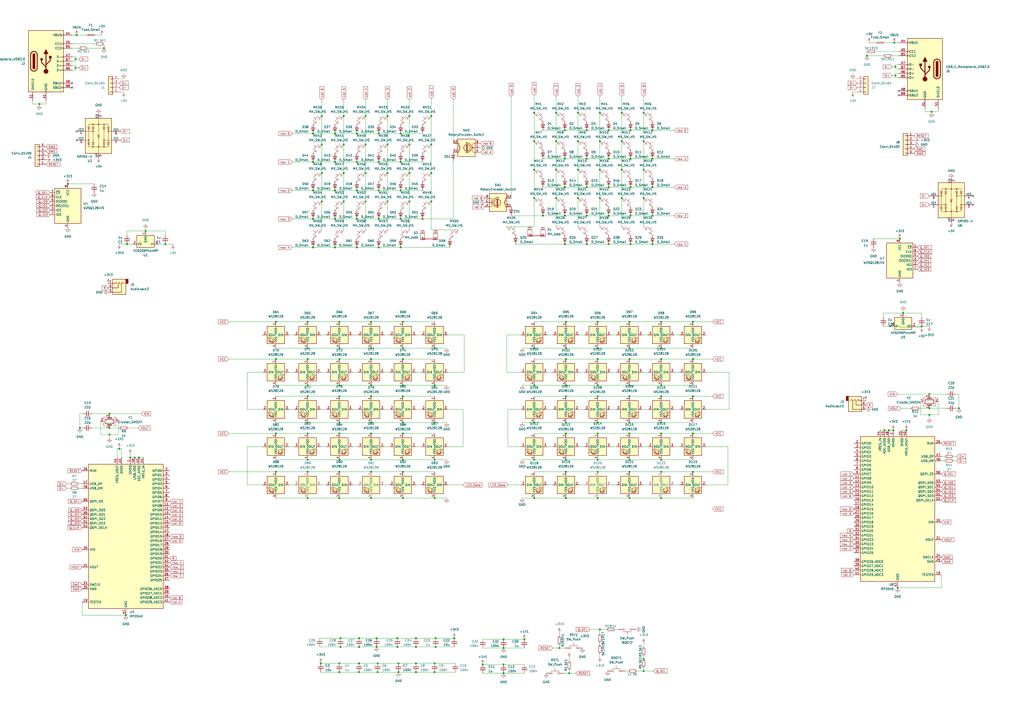
<source format=kicad_sch>
(kicad_sch (version 20230121) (generator eeschema)
  (paper "A2")
  (lib_symbols
    (symbol "Connector:USB_C_Receptacle_USB2.0" (pin_names (offset 1.016))
      (property "Reference" "J" (at -10.16 19.05 0))
      (property "Value" "USB_C_Receptacle_USB2.0" (at 19.05 19.05 0))
      (symbol "USB_C_Receptacle_USB2.0_1_1"
        (pin passive line (at 0 -22.86 90) (length 5.08) (name "GND") (number "A1"))
        (pin passive line (at 0 -22.86 90) (length 5.08) hide (name "GND") (number "A12"))
        (pin passive line (at 15.24 15.24 180) (length 5.08) (name "VBUS") (number "A4"))
        (pin bidirectional line (at 15.24 10.16 180) (length 5.08) (name "CC1") (number "A5"))
        (pin bidirectional line (at 15.24 -2.54 180) (length 5.08) (name "D+") (number "A6"))
        (pin bidirectional line (at 15.24 2.54 180) (length 5.08) (name "D-") (number "A7"))
        (pin bidirectional line (at 15.24 -12.7 180) (length 5.08) (name "SBU1") (number "A8"))
        (pin passive line (at 15.24 15.24 180) (length 5.08) hide (name "VBUS") (number "A9"))
        (pin passive line (at 0 -22.86 90) (length 5.08) hide (name "GND") (number "B1"))
        (pin passive line (at 0 -22.86 90) (length 5.08) hide (name "GND") (number "B12"))
        (pin passive line (at 15.24 15.24 180) (length 5.08) hide (name "VBUS") (number "B4"))
        (pin bidirectional line (at 15.24 7.62 180) (length 5.08) (name "CC2") (number "B5"))
        (pin bidirectional line (at 15.24 -5.08 180) (length 5.08) (name "D+") (number "B6"))
        (pin bidirectional line (at 15.24 0 180) (length 5.08) (name "D-") (number "B7"))
        (pin bidirectional line (at 15.24 -15.24 180) (length 5.08) (name "SBU2") (number "B8"))
        (pin passive line (at 15.24 15.24 180) (length 5.08) hide (name "VBUS") (number "B9"))
        (pin passive line (at -7.62 -22.86 90) (length 5.08) (name "SHIELD") (number "S1"))
      )
    )
    (symbol "Connector_Audio:AudioJack3"
      (property "Reference" "J" (at 0 8.89 0))
      (property "Value" "AudioJack3" (at 0 6.35 0))
      (symbol "AudioJack3_1_1"
        (pin passive line (at 5.08 0 180) (length 2.54) (name "~") (number "R"))
        (pin passive line (at 5.08 2.54 180) (length 2.54) (name "~") (number "S"))
        (pin passive line (at 5.08 -2.54 180) (length 2.54) (name "~") (number "T"))
      )
    )
    (symbol "Connector_Generic:Conn_01x04" (pin_names (offset 1.016) hide)
      (property "Reference" "J" (at 0 5.08 0))
      (property "Value" "Conn_01x04" (at 0 -7.62 0))
      (symbol "Conn_01x04_1_1"
        (pin passive line (at -5.08 2.54 0) (length 3.81) (name "Pin_1") (number "1"))
        (pin passive line (at -5.08 0 0) (length 3.81) (name "Pin_2") (number "2"))
        (pin passive line (at -5.08 -2.54 0) (length 3.81) (name "Pin_3") (number "3"))
        (pin passive line (at -5.08 -5.08 0) (length 3.81) (name "Pin_4") (number "4"))
      )
    )
    (symbol "Connector_Generic:Conn_01x05" (pin_names (offset 1.016) hide)
      (property "Reference" "J" (at 0 7.62 0))
      (property "Value" "Conn_01x05" (at 0 -7.62 0))
      (symbol "Conn_01x05_1_1"
        (pin passive line (at -5.08 5.08 0) (length 3.81) (name "Pin_1") (number "1"))
        (pin passive line (at -5.08 2.54 0) (length 3.81) (name "Pin_2") (number "2"))
        (pin passive line (at -5.08 0 0) (length 3.81) (name "Pin_3") (number "3"))
        (pin passive line (at -5.08 -2.54 0) (length 3.81) (name "Pin_4") (number "4"))
        (pin passive line (at -5.08 -5.08 0) (length 3.81) (name "Pin_5") (number "5"))
      )
    )
    (symbol "Device:C_Small" (pin_numbers hide) (pin_names (offset 0.254) hide)
      (property "Reference" "C" (at 0.254 1.778 0))
      (property "Value" "C_Small" (at 0.254 -2.032 0))
      (symbol "C_Small_1_1"
        (pin passive line (at 0 2.54 270) (length 2.032) (name "~") (number "1"))
        (pin passive line (at 0 -2.54 90) (length 2.032) (name "~") (number "2"))
      )
    )
    (symbol "Device:Crystal_GND24" (pin_names (offset 1.016) hide)
      (property "Reference" "Y" (at 3.175 5.08 0))
      (property "Value" "Crystal_GND24" (at 3.175 3.175 0))
      (symbol "Crystal_GND24_1_1"
        (pin passive line (at -3.81 0 0) (length 1.27) (name "1") (number "1"))
        (pin passive line (at 0 5.08 270) (length 1.27) (name "2") (number "2"))
        (pin passive line (at 3.81 0 180) (length 1.27) (name "3") (number "3"))
        (pin passive line (at 0 -5.08 90) (length 1.27) (name "4") (number "4"))
      )
    )
    (symbol "Device:D_Small" (pin_numbers hide) (pin_names (offset 0.254) hide)
      (property "Reference" "D" (at -1.27 2.032 0))
      (property "Value" "D_Small" (at -3.81 -2.032 0))
      (symbol "D_Small_1_1"
        (pin passive line (at -2.54 0 0) (length 1.778) (name "K") (number "1"))
        (pin passive line (at 2.54 0 180) (length 1.778) (name "A") (number "2"))
      )
    )
    (symbol "Device:Fuse_Small" (pin_numbers hide) (pin_names (offset 0.254) hide)
      (property "Reference" "F" (at 0 -1.524 0))
      (property "Value" "Fuse_Small" (at 0 1.524 0))
      (symbol "Fuse_Small_1_1"
        (pin passive line (at -2.54 0 0) (length 1.27) (name "~") (number "1"))
        (pin passive line (at 2.54 0 180) (length 1.27) (name "~") (number "2"))
      )
    )
    (symbol "Device:R_Small" (pin_numbers hide) (pin_names (offset 0.254) hide)
      (property "Reference" "R" (at 0.762 0.508 0))
      (property "Value" "R_Small" (at 0.762 -1.016 0))
      (symbol "R_Small_1_1"
        (pin passive line (at 0 2.54 270) (length 0.762) (name "~") (number "1"))
        (pin passive line (at 0 -2.54 90) (length 0.762) (name "~") (number "2"))
      )
    )
    (symbol "Device:RotaryEncoder_Switch" (pin_names (offset 0.254) hide)
      (property "Reference" "SW" (at 0 6.604 0))
      (property "Value" "RotaryEncoder_Switch" (at 0 -6.604 0))
      (symbol "RotaryEncoder_Switch_1_1"
        (pin passive line (at -7.62 2.54 0) (length 2.54) (name "A") (number "A"))
        (pin passive line (at -7.62 -2.54 0) (length 2.54) (name "B") (number "B"))
        (pin passive line (at -7.62 0 0) (length 2.54) (name "C") (number "C"))
        (pin passive line (at 7.62 2.54 180) (length 2.54) (name "S1") (number "S1"))
        (pin passive line (at 7.62 -2.54 180) (length 2.54) (name "S2") (number "S2"))
      )
    )
    (symbol "MCU_RaspberryPi:RP2040"
      (property "Reference" "U" (at 17.78 45.72 0))
      (property "Value" "RP2040" (at 17.78 43.18 0))
      (symbol "RP2040_1_1"
        (pin power_in line (at 2.54 45.72 270) (length 3.81) (name "IOVDD") (number "1"))
        (pin passive line (at 2.54 45.72 270) (length 3.81) hide (name "IOVDD") (number "10"))
        (pin bidirectional line (at 25.4 17.78 180) (length 3.81) (name "GPIO8") (number "11"))
        (pin bidirectional line (at 25.4 15.24 180) (length 3.81) (name "GPIO9") (number "12"))
        (pin bidirectional line (at 25.4 12.7 180) (length 3.81) (name "GPIO10") (number "13"))
        (pin bidirectional line (at 25.4 10.16 180) (length 3.81) (name "GPIO11") (number "14"))
        (pin bidirectional line (at 25.4 7.62 180) (length 3.81) (name "GPIO12") (number "15"))
        (pin bidirectional line (at 25.4 5.08 180) (length 3.81) (name "GPIO13") (number "16"))
        (pin bidirectional line (at 25.4 2.54 180) (length 3.81) (name "GPIO14") (number "17"))
        (pin bidirectional line (at 25.4 0 180) (length 3.81) (name "GPIO15") (number "18"))
        (pin input line (at -25.4 -38.1 0) (length 3.81) (name "TESTEN") (number "19"))
        (pin bidirectional line (at 25.4 38.1 180) (length 3.81) (name "GPIO0") (number "2"))
        (pin input line (at -25.4 -7.62 0) (length 3.81) (name "XIN") (number "20"))
        (pin passive line (at -25.4 -17.78 0) (length 3.81) (name "XOUT") (number "21"))
        (pin passive line (at 2.54 45.72 270) (length 3.81) hide (name "IOVDD") (number "22"))
        (pin power_in line (at -2.54 45.72 270) (length 3.81) (name "DVDD") (number "23"))
        (pin input line (at -25.4 -27.94 0) (length 3.81) (name "SWCLK") (number "24"))
        (pin bidirectional line (at -25.4 -30.48 0) (length 3.81) (name "SWD") (number "25"))
        (pin input line (at -25.4 38.1 0) (length 3.81) (name "RUN") (number "26"))
        (pin bidirectional line (at 25.4 -2.54 180) (length 3.81) (name "GPIO16") (number "27"))
        (pin bidirectional line (at 25.4 -5.08 180) (length 3.81) (name "GPIO17") (number "28"))
        (pin bidirectional line (at 25.4 -7.62 180) (length 3.81) (name "GPIO18") (number "29"))
        (pin bidirectional line (at 25.4 35.56 180) (length 3.81) (name "GPIO1") (number "3"))
        (pin bidirectional line (at 25.4 -10.16 180) (length 3.81) (name "GPIO19") (number "30"))
        (pin bidirectional line (at 25.4 -12.7 180) (length 3.81) (name "GPIO20") (number "31"))
        (pin bidirectional line (at 25.4 -15.24 180) (length 3.81) (name "GPIO21") (number "32"))
        (pin passive line (at 2.54 45.72 270) (length 3.81) hide (name "IOVDD") (number "33"))
        (pin bidirectional line (at 25.4 -17.78 180) (length 3.81) (name "GPIO22") (number "34"))
        (pin bidirectional line (at 25.4 -20.32 180) (length 3.81) (name "GPIO23") (number "35"))
        (pin bidirectional line (at 25.4 -22.86 180) (length 3.81) (name "GPIO24") (number "36"))
        (pin bidirectional line (at 25.4 -25.4 180) (length 3.81) (name "GPIO25") (number "37"))
        (pin bidirectional line (at 25.4 -30.48 180) (length 3.81) (name "GPIO26_ADC0") (number "38"))
        (pin bidirectional line (at 25.4 -33.02 180) (length 3.81) (name "GPIO27_ADC1") (number "39"))
        (pin bidirectional line (at 25.4 33.02 180) (length 3.81) (name "GPIO2") (number "4"))
        (pin bidirectional line (at 25.4 -35.56 180) (length 3.81) (name "GPIO28_ADC2") (number "40"))
        (pin bidirectional line (at 25.4 -38.1 180) (length 3.81) (name "GPIO29_ADC3") (number "41"))
        (pin passive line (at 2.54 45.72 270) (length 3.81) hide (name "IOVDD") (number "42"))
        (pin power_in line (at 7.62 45.72 270) (length 3.81) (name "ADC_AVDD") (number "43"))
        (pin power_in line (at 10.16 45.72 270) (length 3.81) (name "VREG_IN") (number "44"))
        (pin power_out line (at -5.08 45.72 270) (length 3.81) (name "VREG_VOUT") (number "45"))
        (pin bidirectional line (at -25.4 27.94 0) (length 3.81) (name "USB_DM") (number "46"))
        (pin bidirectional line (at -25.4 30.48 0) (length 3.81) (name "USB_DP") (number "47"))
        (pin power_in line (at 5.08 45.72 270) (length 3.81) (name "USB_VDD") (number "48"))
        (pin passive line (at 2.54 45.72 270) (length 3.81) hide (name "IOVDD") (number "49"))
        (pin bidirectional line (at 25.4 30.48 180) (length 3.81) (name "GPIO3") (number "5"))
        (pin passive line (at -2.54 45.72 270) (length 3.81) hide (name "DVDD") (number "50"))
        (pin bidirectional line (at -25.4 7.62 0) (length 3.81) (name "QSPI_SD3") (number "51"))
        (pin output line (at -25.4 5.08 0) (length 3.81) (name "QSPI_SCLK") (number "52"))
        (pin bidirectional line (at -25.4 15.24 0) (length 3.81) (name "QSPI_SD0") (number "53"))
        (pin bidirectional line (at -25.4 10.16 0) (length 3.81) (name "QSPI_SD2") (number "54"))
        (pin bidirectional line (at -25.4 12.7 0) (length 3.81) (name "QSPI_SD1") (number "55"))
        (pin bidirectional line (at -25.4 20.32 0) (length 3.81) (name "QSPI_SS") (number "56"))
        (pin power_in line (at 0 -45.72 90) (length 3.81) (name "GND") (number "57"))
        (pin bidirectional line (at 25.4 27.94 180) (length 3.81) (name "GPIO4") (number "6"))
        (pin bidirectional line (at 25.4 25.4 180) (length 3.81) (name "GPIO5") (number "7"))
        (pin bidirectional line (at 25.4 22.86 180) (length 3.81) (name "GPIO6") (number "8"))
        (pin bidirectional line (at 25.4 20.32 180) (length 3.81) (name "GPIO7") (number "9"))
      )
    )
    (symbol "Memory_Flash:W25Q128JVS"
      (property "Reference" "U" (at -8.89 8.89 0))
      (property "Value" "W25Q128JVS" (at 7.62 8.89 0))
      (symbol "W25Q128JVS_1_1"
        (pin input line (at -10.16 7.62 0) (length 2.54) (name "~{CS}") (number "1"))
        (pin bidirectional line (at -10.16 0 0) (length 2.54) (name "DO(IO1)") (number "2"))
        (pin bidirectional line (at -10.16 -2.54 0) (length 2.54) (name "IO2") (number "3"))
        (pin power_in line (at 0 -12.7 90) (length 2.54) (name "GND") (number "4"))
        (pin bidirectional line (at -10.16 2.54 0) (length 2.54) (name "DI(IO0)") (number "5"))
        (pin input line (at -10.16 5.08 0) (length 2.54) (name "CLK") (number "6"))
        (pin bidirectional line (at -10.16 -5.08 0) (length 2.54) (name "IO3") (number "7"))
        (pin power_in line (at 0 12.7 270) (length 2.54) (name "VCC") (number "8"))
      )
    )
    (symbol "PCM_marbastlib-mx:MX_SK6812MINI-E"
      (property "Reference" "LED" (at 3.175 6.35 0))
      (property "Value" "MX_SK6812MINI-E" (at 10.16 -6.985 0))
      (symbol "MX_SK6812MINI-E_0_0"
        (text "RGB" (at 2.286 -4.191 0) (effects (font (size 0.762 0.762))))
      )
      (symbol "MX_SK6812MINI-E_1_1"
        (pin power_in line (at 0 7.62 270) (length 2.54) (name "VDD") (number "1"))
        (pin output line (at 7.62 0 180) (length 2.54) (name "DOUT") (number "2"))
        (pin input line (at -7.62 0 0) (length 2.54) (name "DIN") (number "3"))
        (pin power_in line (at 0 -7.62 90) (length 2.54) (name "VSS") (number "4"))
      )
    )
    (symbol "PCM_marbastlib-mx:MX_SW_HS" (pin_numbers hide) (pin_names (offset 1.016) hide)
      (property "Reference" "MX" (at 3.048 1.016 0))
      (property "Value" "MX_SW_HS" (at 0 -3.81 0))
      (symbol "MX_SW_HS_0_1"
        (pin passive line (at -2.54 2.54 0) (length 0) (name "1") (number "1"))
        (pin passive line (at 2.54 -2.54 180) (length 0) (name "2") (number "2"))
      )
    )
    (symbol "PCM_marbastlib-mx:MX_stab" (pin_names (offset 1.016))
      (property "Reference" "S" (at -5.08 6.35 0))
      (property "Value" "MX_stab" (at -5.08 3.81 0))
    )
    (symbol "PCM_marbastlib-various:SRV05-4" (pin_names (offset 0))
      (property "Reference" "U" (at -5.08 11.43 0))
      (property "Value" "SRV05-4" (at 2.54 11.43 0))
      (symbol "SRV05-4_1_1"
        (pin passive line (at -12.7 2.54 0) (length 5.08) (name "IO1") (number "1"))
        (pin passive line (at 0 -12.7 90) (length 2.54) (name "VN") (number "2"))
        (pin passive line (at 12.7 2.54 180) (length 5.08) (name "IO2") (number "3"))
        (pin passive line (at 12.7 -2.54 180) (length 5.08) (name "IO3") (number "4"))
        (pin passive line (at 0 12.7 270) (length 2.54) (name "VP") (number "5"))
        (pin passive line (at -12.7 -2.54 0) (length 5.08) (name "IO4") (number "6"))
      )
    )
    (symbol "Regulator_Linear:XC6206PxxxMR" (pin_names (offset 0.254))
      (property "Reference" "U" (at -3.81 3.175 0))
      (property "Value" "XC6206PxxxMR" (at 0 3.175 0))
      (symbol "XC6206PxxxMR_1_1"
        (pin power_in line (at 0 -7.62 90) (length 2.54) (name "GND") (number "1"))
        (pin power_out line (at 7.62 0 180) (length 2.54) (name "VO") (number "2"))
        (pin power_in line (at -7.62 0 0) (length 2.54) (name "VI") (number "3"))
      )
    )
    (symbol "Switch:SW_Push" (pin_numbers hide) (pin_names (offset 1.016) hide)
      (property "Reference" "SW" (at 1.27 2.54 0))
      (property "Value" "SW_Push" (at 0 -1.524 0))
      (symbol "SW_Push_0_1"
        (pin passive line (at -5.08 0 0) (length 2.54) (name "1") (number "1"))
        (pin passive line (at 5.08 0 180) (length 2.54) (name "2") (number "2"))
      )
    )
    (symbol "power:+1V1" (power) (pin_names (offset 0))
      (property "Value" "+1V1" (at 0 3.556 0))
      (symbol "+1V1_1_1"
        (pin power_in line (at 0 0 90) (length 0) hide (name "+1V1") (number "1"))
      )
    )
    (symbol "power:+3V3" (power) (pin_names (offset 0))
      (property "Value" "+3V3" (at 0 3.556 0))
      (symbol "+3V3_1_1"
        (pin power_in line (at 0 0 90) (length 0) hide (name "+3V3") (number "1"))
      )
    )
    (symbol "power:+5V" (power) (pin_names (offset 0))
      (property "Value" "+5V" (at 0 3.556 0))
      (symbol "+5V_1_1"
        (pin power_in line (at 0 0 90) (length 0) hide (name "+5V") (number "1"))
      )
    )
    (symbol "power:GND" (power) (pin_names (offset 0))
      (property "Value" "GND" (at 0 -3.81 0))
      (symbol "GND_1_1"
        (pin power_in line (at 0 0 270) (length 0) hide (name "GND") (number "1"))
      )
    )
    (symbol "power:VBUS" (power) (pin_names (offset 0))
      (property "Value" "VBUS" (at 0 3.81 0))
      (symbol "VBUS_1_1"
        (pin power_in line (at 0 0 90) (length 0) hide (name "VBUS") (number "1"))
      )
    )
  )
  (junction (at 252.095 223.52))
  (junction (at 207.01 77.47))
  (junction (at 212.09 83.82))
  (junction (at 207.01 110.49))
  (junction (at 181.61 93.98))
  (junction (at 252.095 245.11))
  (junction (at 383.54 251.46))
  (junction (at 43.815 34.29))
  (junction (at 250.19 83.82))
  (junction (at 237.49 83.82))
  (junction (at 373.38 98.425))
  (junction (at 335.28 65.405))
  (junction (at 178.435 229.87))
  (junction (at 328.295 208.28))
  (junction (at 224.79 83.82))
  (junction (at 181.61 77.47))
  (junction (at 219.71 110.49))
  (junction (at 327.66 92.075))
  (junction (at 233.68 266.7))
  (junction (at 539.115 240.665))
  (junction (at 196.85 229.87))
  (junction (at 365.125 266.7))
  (junction (at 178.435 186.69))
  (junction (at 309.88 98.425))
  (junction (at 178.435 266.7))
  (junction (at 237.49 100.33))
  (junction (at 46.355 248.285))
  (junction (at 196.85 273.685))
  (junction (at 215.265 223.52))
  (junction (at 230.505 375.285))
  (junction (at 328.295 223.52))
  (junction (at 160.02 251.46))
  (junction (at 199.39 116.84))
  (junction (at 353.06 108.585))
  (junction (at 208.28 384.81))
  (junction (at 328.295 245.11))
  (junction (at 84.455 133.985))
  (junction (at 556.26 236.855))
  (junction (at 219.71 77.47))
  (junction (at 233.68 208.28))
  (junction (at 186.055 384.81))
  (junction (at 309.88 65.405))
  (junction (at 196.85 251.46))
  (junction (at 252.095 389.89))
  (junction (at 365.125 251.46))
  (junction (at 383.54 229.87))
  (junction (at 178.435 273.685))
  (junction (at 207.01 143.51))
  (junction (at 322.58 98.425))
  (junction (at 523.875 181.61))
  (junction (at 346.71 208.28))
  (junction (at 346.71 266.7))
  (junction (at 212.09 67.31))
  (junction (at 218.44 370.205))
  (junction (at 215.265 273.685))
  (junction (at 22.86 60.325))
  (junction (at 328.295 266.7))
  (junction (at 324.485 375.92))
  (junction (at 241.3 370.205))
  (junction (at 219.71 93.98))
  (junction (at 233.68 273.685))
  (junction (at 515.62 249.555))
  (junction (at 63.5 240.03))
  (junction (at 327.66 108.585))
  (junction (at 365.76 92.075))
  (junction (at 181.61 110.49))
  (junction (at 521.97 138.43))
  (junction (at 199.39 67.31))
  (junction (at 346.71 288.925))
  (junction (at 378.46 125.095))
  (junction (at 383.54 288.925))
  (junction (at 328.295 273.685))
  (junction (at 365.125 288.925))
  (junction (at 519.43 38.735))
  (junction (at 309.88 223.52))
  (junction (at 194.31 143.51))
  (junction (at 518.795 24.765))
  (junction (at 365.125 223.52))
  (junction (at 69.215 260.35))
  (junction (at 534.67 189.23))
  (junction (at 178.435 208.28))
  (junction (at 160.02 208.28))
  (junction (at 383.54 266.7))
  (junction (at 208.28 370.205))
  (junction (at 280.035 385.445))
  (junction (at 212.09 116.84))
  (junction (at 194.31 110.49))
  (junction (at 340.36 141.605))
  (junction (at 365.125 229.87))
  (junction (at 233.68 229.87))
  (junction (at 353.06 141.605))
  (junction (at 241.3 389.89))
  (junction (at 237.49 67.31))
  (junction (at 199.39 83.82))
  (junction (at 233.68 288.925))
  (junction (at 340.36 75.565))
  (junction (at 178.435 201.93))
  (junction (at 353.06 92.075))
  (junction (at 178.435 245.11))
  (junction (at 215.265 288.925))
  (junction (at 328.295 251.46))
  (junction (at 378.46 92.075))
  (junction (at 360.68 98.425))
  (junction (at 215.265 201.93))
  (junction (at 383.54 186.69))
  (junction (at 330.2 390.525))
  (junction (at 194.31 77.47))
  (junction (at 231.14 384.81))
  (junction (at 335.28 81.915))
  (junction (at 347.98 81.915))
  (junction (at 378.46 75.565))
  (junction (at 212.09 100.33))
  (junction (at 233.68 245.11))
  (junction (at 401.955 186.69))
  (junction (at 218.44 375.285))
  (junction (at 215.265 208.28))
  (junction (at 232.41 127))
  (junction (at 378.46 108.585))
  (junction (at 215.265 229.87))
  (junction (at 365.125 245.11))
  (junction (at 335.28 114.935))
  (junction (at 292.1 375.92))
  (junction (at 353.06 75.565))
  (junction (at 230.505 370.205))
  (junction (at 181.61 143.51))
  (junction (at 233.68 223.52))
  (junction (at 43.815 39.37))
  (junction (at 360.68 114.935))
  (junction (at 224.79 116.84))
  (junction (at 502.92 32.385))
  (junction (at 215.265 251.46))
  (junction (at 378.46 141.605))
  (junction (at 63.5 248.285))
  (junction (at 347.98 65.405))
  (junction (at 160.02 273.685))
  (junction (at 539.115 236.855))
  (junction (at 365.125 273.685))
  (junction (at 540.385 64.77))
  (junction (at 365.76 108.585))
  (junction (at 346.71 251.46))
  (junction (at 245.11 127))
  (junction (at 383.54 273.685))
  (junction (at 186.69 100.33))
  (junction (at 207.01 93.98))
  (junction (at 252.095 384.81))
  (junction (at 224.79 100.33))
  (junction (at 250.19 116.84))
  (junction (at 232.41 110.49))
  (junction (at 44.45 20.32))
  (junction (at 178.435 251.46))
  (junction (at 347.98 114.935))
  (junction (at 519.43 43.815))
  (junction (at 292.1 390.525))
  (junction (at 197.485 370.205))
  (junction (at 373.38 65.405))
  (junction (at 196.85 208.28))
  (junction (at 327.66 75.565))
  (junction (at 322.58 81.915))
  (junction (at 373.38 114.935))
  (junction (at 80.645 265.43))
  (junction (at 328.295 288.925))
  (junction (at 197.485 375.285))
  (junction (at 383.54 208.28))
  (junction (at 160.02 186.69))
  (junction (at 219.075 384.81))
  (junction (at 360.68 81.915))
  (junction (at 327.66 141.605))
  (junction (at 215.265 245.11))
  (junction (at 181.61 127))
  (junction (at 373.38 389.255))
  (junction (at 340.36 108.585))
  (junction (at 365.76 125.095))
  (junction (at 401.955 273.685))
  (junction (at 328.295 229.87))
  (junction (at 39.37 106.68))
  (junction (at 194.31 127))
  (junction (at 196.85 186.69))
  (junction (at 252.73 370.205))
  (junction (at 309.88 201.93))
  (junction (at 75.565 265.43))
  (junction (at 309.88 245.11))
  (junction (at 233.68 251.46))
  (junction (at 347.98 98.425))
  (junction (at 322.58 65.405))
  (junction (at 346.71 223.52))
  (junction (at 292.1 370.84))
  (junction (at 347.98 365.125))
  (junction (at 233.68 201.93))
  (junction (at 365.125 201.93))
  (junction (at 539.115 228.6))
  (junction (at 78.105 265.43))
  (junction (at 346.71 273.685))
  (junction (at 401.955 229.87))
  (junction (at 314.96 125.095))
  (junction (at 219.71 143.51))
  (junction (at 252.73 375.285))
  (junction (at 241.3 375.285))
  (junction (at 373.38 81.915))
  (junction (at 309.88 266.7))
  (junction (at 250.19 100.33))
  (junction (at 340.36 125.095))
  (junction (at 208.28 389.89))
  (junction (at 232.41 143.51))
  (junction (at 63.5 252.095))
  (junction (at 383.54 223.52))
  (junction (at 340.36 92.075))
  (junction (at 215.265 186.69))
  (junction (at 520.7 340.995))
  (junction (at 346.71 201.93))
  (junction (at 252.095 288.925))
  (junction (at 224.79 67.31))
  (junction (at 346.71 229.87))
  (junction (at 328.295 186.69))
  (junction (at 95.885 141.605))
  (junction (at 250.19 67.31))
  (junction (at 196.85 245.11))
  (junction (at 208.28 375.285))
  (junction (at 309.88 81.915))
  (junction (at 241.3 384.81))
  (junction (at 383.54 245.11))
  (junction (at 73.66 141.605))
  (junction (at 252.095 266.7))
  (junction (at 518.16 249.555))
  (junction (at 513.08 249.555))
  (junction (at 353.06 125.095))
  (junction (at 219.075 389.89))
  (junction (at 383.54 201.93))
  (junction (at 196.85 266.7))
  (junction (at 327.66 125.095))
  (junction (at 516.255 189.23))
  (junction (at 215.265 266.7))
  (junction (at 373.38 382.27))
  (junction (at 207.01 127))
  (junction (at 196.85 384.81))
  (junction (at 237.49 116.84))
  (junction (at 309.88 288.925))
  (junction (at 360.68 65.405))
  (junction (at 304.165 370.84))
  (junction (at 196.85 223.52))
  (junction (at 292.1 385.445))
  (junction (at 328.295 201.93))
  (junction (at 525.78 249.555))
  (junction (at 309.88 114.935))
  (junction (at 196.85 288.925))
  (junction (at 335.28 98.425))
  (junction (at 196.85 201.93))
  (junction (at 219.71 127))
  (junction (at 365.125 208.28))
  (junction (at 401.955 251.46))
  (junction (at 365.76 75.565))
  (junction (at 232.41 93.98))
  (junction (at 199.39 100.33))
  (junction (at 346.71 245.11))
  (junction (at 231.14 389.89))
  (junction (at 178.435 223.52))
  (junction (at 322.58 114.935))
  (junction (at 194.31 93.98))
  (junction (at 186.69 83.82))
  (junction (at 196.85 389.89))
  (junction (at 233.68 186.69))
  (junction (at 263.525 370.205))
  (junction (at 346.71 186.69))
  (junction (at 232.41 77.47))
  (junction (at 60.325 27.94))
  (junction (at 252.095 201.93))
  (junction (at 186.69 67.31))
  (junction (at 401.955 208.28))
  (junction (at 178.435 288.925))
  (junction (at 365.76 141.605))
  (junction (at 186.69 116.84))
  (junction (at 365.125 186.69))
  (junction (at 73.025 356.87))
  (no_connect (at 41.91 50.8))
  (no_connect (at 564.515 118.745))
  (no_connect (at 44.45 76.2))
  (no_connect (at 521.335 55.245))
  (no_connect (at 564.515 113.665))
  (no_connect (at 44.45 81.28))
  (no_connect (at 521.335 52.705))
  (no_connect (at 41.91 48.26))
  (wire (pts (xy 233.68 266.7) (xy 252.095 266.7)))
  (wire (pts (xy 531.495 189.23) (xy 534.67 189.23)))
  (wire (pts (xy 263.525 375.285) (xy 252.73 375.285)))
  (wire (pts (xy 521.335 32.385) (xy 517.525 32.385)))
  (wire (pts (xy 294.005 194.31) (xy 302.26 194.31)))
  (wire (pts (xy 340.36 75.565) (xy 353.06 75.565)))
  (wire (pts (xy 328.295 186.69) (xy 346.71 186.69)))
  (wire (pts (xy 38.735 283.21) (xy 40.64 283.21)))
  (wire (pts (xy 353.06 108.585) (xy 365.76 108.585)))
  (wire (pts (xy 250.19 100.33) (xy 250.19 116.84)))
  (wire (pts (xy 252.095 384.81) (xy 264.16 384.81)))
  (wire (pts (xy 391.16 237.49) (xy 394.335 237.49)))
  (wire (pts (xy 548.005 267.335) (xy 546.1 267.335)))
  (wire (pts (xy 373.38 382.27) (xy 373.38 382.905)))
  (wire (pts (xy 262.89 93.345) (xy 262.89 127)))
  (wire (pts (xy 181.61 127) (xy 169.545 127)))
  (wire (pts (xy 391.16 259.08) (xy 394.335 259.08)))
  (wire (pts (xy 207.645 237.49) (xy 204.47 237.49)))
  (wire (pts (xy 346.71 288.925) (xy 328.295 288.925)))
  (wire (pts (xy 186.055 389.89) (xy 196.85 389.89)))
  (wire (pts (xy 292.1 385.445) (xy 304.165 385.445)))
  (wire (pts (xy 252.095 245.11) (xy 259.08 245.11)))
  (wire (pts (xy 519.43 37.465) (xy 519.43 38.735)))
  (wire (pts (xy 357.505 194.31) (xy 354.33 194.31)))
  (wire (pts (xy 401.955 229.87) (xy 413.385 229.87)))
  (wire (pts (xy 268.605 259.08) (xy 259.715 259.08)))
  (wire (pts (xy 95.885 136.525) (xy 95.885 133.985)))
  (wire (pts (xy 302.895 201.93) (xy 309.88 201.93)))
  (wire (pts (xy 335.915 259.08) (xy 339.09 259.08)))
  (wire (pts (xy 536.575 64.77) (xy 536.575 62.865)))
  (wire (pts (xy 360.68 114.935) (xy 360.68 131.445)))
  (wire (pts (xy 260.985 143.51) (xy 232.41 143.51)))
  (wire (pts (xy 259.08 223.52) (xy 252.095 223.52)))
  (wire (pts (xy 232.41 143.51) (xy 219.71 143.51)))
  (wire (pts (xy 78.105 265.43) (xy 80.645 265.43)))
  (wire (pts (xy 372.745 237.49) (xy 375.92 237.49)))
  (wire (pts (xy 69.215 260.35) (xy 67.945 260.35)))
  (wire (pts (xy 73.66 141.605) (xy 69.215 141.605)))
  (wire (pts (xy 375.92 281.305) (xy 372.745 281.305)))
  (wire (pts (xy 372.745 215.9) (xy 375.92 215.9)))
  (wire (pts (xy 224.79 57.785) (xy 224.79 67.31)))
  (wire (pts (xy 539.115 242.57) (xy 539.115 240.665)))
  (wire (pts (xy 63.5 254) (xy 63.5 252.095)))
  (wire (pts (xy 309.88 229.87) (xy 328.295 229.87)))
  (wire (pts (xy 391.16 215.9) (xy 394.335 215.9)))
  (wire (pts (xy 245.11 127) (xy 232.41 127)))
  (wire (pts (xy 45.72 283.21) (xy 47.625 283.21)))
  (wire (pts (xy 512.445 32.385) (xy 502.92 32.385)))
  (wire (pts (xy 335.28 65.405) (xy 335.28 81.915)))
  (wire (pts (xy 199.39 116.84) (xy 199.39 133.35)))
  (wire (pts (xy 215.265 186.69) (xy 233.68 186.69)))
  (wire (pts (xy 132.715 251.46) (xy 160.02 251.46)))
  (wire (pts (xy 232.41 77.47) (xy 219.71 77.47)))
  (wire (pts (xy 322.58 65.405) (xy 322.58 81.915)))
  (wire (pts (xy 43.815 39.37) (xy 43.815 40.64)))
  (wire (pts (xy 48.26 240.03) (xy 46.355 240.03)))
  (wire (pts (xy 199.39 67.31) (xy 199.39 83.82)))
  (wire (pts (xy 181.61 77.47) (xy 169.545 77.47)))
  (wire (pts (xy 269.24 194.31) (xy 259.715 194.31)))
  (wire (pts (xy 178.435 266.7) (xy 196.85 266.7)))
  (wire (pts (xy 67.945 260.35) (xy 67.945 265.43)))
  (wire (pts (xy 196.85 208.28) (xy 215.265 208.28)))
  (wire (pts (xy 534.67 189.23) (xy 539.115 189.23)))
  (wire (pts (xy 309.88 208.28) (xy 328.295 208.28)))
  (wire (pts (xy 521.335 40.005) (xy 519.43 40.005)))
  (wire (pts (xy 394.335 194.31) (xy 391.16 194.31)))
  (wire (pts (xy 181.61 93.98) (xy 169.545 93.98)))
  (wire (pts (xy 199.39 83.82) (xy 199.39 100.33)))
  (wire (pts (xy 219.075 389.89) (xy 231.14 389.89)))
  (wire (pts (xy 494.665 53.34) (xy 497.205 53.34)))
  (wire (pts (xy 401.955 245.11) (xy 383.54 245.11)))
  (wire (pts (xy 178.435 201.93) (xy 196.85 201.93)))
  (wire (pts (xy 521.97 189.23) (xy 516.255 189.23)))
  (wire (pts (xy 383.54 186.69) (xy 401.955 186.69)))
  (wire (pts (xy 353.06 92.075) (xy 365.76 92.075)))
  (wire (pts (xy 241.3 389.89) (xy 252.095 389.89)))
  (wire (pts (xy 365.125 273.685) (xy 383.54 273.685)))
  (wire (pts (xy 365.125 251.46) (xy 383.54 251.46)))
  (wire (pts (xy 401.955 288.925) (xy 383.54 288.925)))
  (wire (pts (xy 515.62 249.555) (xy 513.08 249.555)))
  (wire (pts (xy 178.435 229.87) (xy 196.85 229.87)))
  (wire (pts (xy 212.09 100.33) (xy 212.09 116.84)))
  (wire (pts (xy 322.58 114.935) (xy 322.58 131.445)))
  (wire (pts (xy 383.54 245.11) (xy 365.125 245.11)))
  (wire (pts (xy 41.91 33.02) (xy 43.815 33.02)))
  (wire (pts (xy 84.455 132.715) (xy 84.455 133.985)))
  (wire (pts (xy 292.1 375.92) (xy 280.035 375.92)))
  (wire (pts (xy 167.64 215.9) (xy 170.815 215.9)))
  (wire (pts (xy 335.915 237.49) (xy 339.09 237.49)))
  (wire (pts (xy 296.545 125.095) (xy 314.96 125.095)))
  (wire (pts (xy 521.335 29.845) (xy 508 29.845)))
  (wire (pts (xy 544.195 64.77) (xy 540.385 64.77)))
  (wire (pts (xy 230.505 370.205) (xy 218.44 370.205)))
  (wire (pts (xy 369.57 389.255) (xy 373.38 389.255)))
  (wire (pts (xy 219.075 384.81) (xy 231.14 384.81)))
  (wire (pts (xy 523.875 180.34) (xy 523.875 181.61)))
  (wire (pts (xy 309.88 81.915) (xy 309.88 98.425)))
  (wire (pts (xy 353.06 75.565) (xy 365.76 75.565)))
  (wire (pts (xy 365.76 75.565) (xy 378.46 75.565)))
  (wire (pts (xy 43.815 38.1) (xy 43.815 39.37)))
  (wire (pts (xy 330.2 388.62) (xy 330.2 390.525)))
  (wire (pts (xy 320.675 194.31) (xy 317.5 194.31)))
  (wire (pts (xy 302.895 288.925) (xy 309.88 288.925)))
  (wire (pts (xy 41.91 40.64) (xy 43.815 40.64)))
  (wire (pts (xy 233.68 186.69) (xy 252.095 186.69)))
  (wire (pts (xy 194.31 143.51) (xy 181.61 143.51)))
  (wire (pts (xy 207.01 110.49) (xy 194.31 110.49)))
  (wire (pts (xy 278.13 85.725) (xy 278.765 85.725)))
  (wire (pts (xy 378.46 125.095) (xy 391.16 125.095)))
  (wire (pts (xy 208.28 375.285) (xy 197.485 375.285)))
  (wire (pts (xy 233.68 208.28) (xy 252.095 208.28)))
  (wire (pts (xy 219.71 127) (xy 207.01 127)))
  (wire (pts (xy 226.06 194.31) (xy 222.885 194.31)))
  (wire (pts (xy 208.28 370.205) (xy 197.485 370.205)))
  (wire (pts (xy 186.055 384.81) (xy 196.85 384.81)))
  (wire (pts (xy 539.115 228.6) (xy 539.115 229.235)))
  (wire (pts (xy 353.06 141.605) (xy 365.76 141.605)))
  (wire (pts (xy 160.02 201.93) (xy 178.435 201.93)))
  (wire (pts (xy 360.68 81.915) (xy 360.68 98.425)))
  (wire (pts (xy 259.08 266.7) (xy 252.095 266.7)))
  (wire (pts (xy 357.505 281.305) (xy 354.33 281.305)))
  (wire (pts (xy 41.91 25.4) (xy 55.245 25.4)))
  (wire (pts (xy 299.085 141.605) (xy 327.66 141.605)))
  (wire (pts (xy 540.385 65.405) (xy 540.385 64.77)))
  (wire (pts (xy 521.97 189.865) (xy 521.97 189.23)))
  (wire (pts (xy 196.85 288.925) (xy 215.265 288.925)))
  (wire (pts (xy 517.525 43.815) (xy 519.43 43.815)))
  (wire (pts (xy 347.98 65.405) (xy 347.98 81.915)))
  (wire (pts (xy 224.79 67.31) (xy 224.79 83.82)))
  (wire (pts (xy 71.755 45.72) (xy 69.215 45.72)))
  (wire (pts (xy 544.195 62.865) (xy 544.195 64.77)))
  (wire (pts (xy 373.38 81.915) (xy 373.38 98.425)))
  (wire (pts (xy 95.885 133.985) (xy 84.455 133.985)))
  (wire (pts (xy 45.72 34.29) (xy 43.815 34.29)))
  (wire (pts (xy 43.815 34.29) (xy 43.815 35.56)))
  (wire (pts (xy 534.67 184.15) (xy 534.67 181.61)))
  (wire (pts (xy 160.02 288.925) (xy 178.435 288.925)))
  (wire (pts (xy 518.16 249.555) (xy 515.62 249.555)))
  (wire (pts (xy 309.88 55.245) (xy 309.88 65.405)))
  (wire (pts (xy 160.02 245.11) (xy 178.435 245.11)))
  (wire (pts (xy 373.38 380.365) (xy 373.38 382.27)))
  (wire (pts (xy 328.295 229.87) (xy 346.71 229.87)))
  (wire (pts (xy 74.295 248.285) (xy 80.01 248.285)))
  (wire (pts (xy 365.76 108.585) (xy 378.46 108.585)))
  (wire (pts (xy 143.51 237.49) (xy 143.51 215.9)))
  (wire (pts (xy 302.895 223.52) (xy 309.88 223.52)))
  (wire (pts (xy 309.88 273.685) (xy 328.295 273.685)))
  (wire (pts (xy 540.385 64.77) (xy 536.575 64.77)))
  (wire (pts (xy 519.43 43.815) (xy 519.43 45.085)))
  (wire (pts (xy 224.79 116.84) (xy 224.79 133.35)))
  (wire (pts (xy 292.1 390.525) (xy 304.165 390.525)))
  (wire (pts (xy 47.625 356.87) (xy 73.025 356.87)))
  (wire (pts (xy 360.68 65.405) (xy 360.68 81.915)))
  (wire (pts (xy 314.96 108.585) (xy 327.66 108.585)))
  (wire (pts (xy 422.275 259.08) (xy 409.575 259.08)))
  (wire (pts (xy 207.645 194.31) (xy 204.47 194.31)))
  (wire (pts (xy 160.02 229.87) (xy 178.435 229.87)))
  (wire (pts (xy 194.31 110.49) (xy 181.61 110.49)))
  (wire (pts (xy 328.295 201.93) (xy 309.88 201.93)))
  (wire (pts (xy 186.69 67.31) (xy 186.69 83.82)))
  (wire (pts (xy 244.475 194.31) (xy 241.3 194.31)))
  (wire (pts (xy 22.86 60.325) (xy 26.67 60.325)))
  (wire (pts (xy 44.45 20.32) (xy 50.165 20.32)))
  (wire (pts (xy 45.72 39.37) (xy 43.815 39.37)))
  (wire (pts (xy 320.675 281.305) (xy 317.5 281.305)))
  (wire (pts (xy 378.46 108.585) (xy 391.16 108.585)))
  (wire (pts (xy 39.37 106.68) (xy 54.61 106.68)))
  (wire (pts (xy 43.815 33.02) (xy 43.815 34.29)))
  (wire (pts (xy 324.485 367.03) (xy 324.485 368.935)))
  (wire (pts (xy 230.505 375.285) (xy 218.44 375.285)))
  (wire (pts (xy 513.08 249.555) (xy 510.54 249.555)))
  (wire (pts (xy 233.68 288.925) (xy 252.095 288.925)))
  (wire (pts (xy 373.38 55.88) (xy 373.38 65.405)))
  (wire (pts (xy 232.41 93.98) (xy 219.71 93.98)))
  (wire (pts (xy 45.72 280.67) (xy 47.625 280.67)))
  (wire (pts (xy 317.5 237.49) (xy 320.675 237.49)))
  (wire (pts (xy 143.51 259.08) (xy 152.4 259.08)))
  (wire (pts (xy 360.68 98.425) (xy 360.68 114.935)))
  (wire (pts (xy 544.195 240.665) (xy 544.195 233.045)))
  (wire (pts (xy 328.295 266.7) (xy 309.88 266.7)))
  (wire (pts (xy 259.08 201.93) (xy 252.095 201.93)))
  (wire (pts (xy 346.71 251.46) (xy 365.125 251.46)))
  (wire (pts (xy 268.605 237.49) (xy 259.715 237.49)))
  (wire (pts (xy 181.61 143.51) (xy 169.545 143.51)))
  (wire (pts (xy 41.91 20.32) (xy 44.45 20.32)))
  (wire (pts (xy 186.69 57.785) (xy 186.69 67.31)))
  (wire (pts (xy 41.91 38.1) (xy 43.815 38.1)))
  (wire (pts (xy 328.295 288.925) (xy 309.88 288.925)))
  (wire (pts (xy 63.5 252.095) (xy 58.42 252.095)))
  (wire (pts (xy 75.565 269.24) (xy 76.835 269.24)))
  (wire (pts (xy 204.47 215.9) (xy 207.645 215.9)))
  (wire (pts (xy 170.815 237.49) (xy 167.64 237.49)))
  (wire (pts (xy 143.51 281.305) (xy 143.51 259.08)))
  (wire (pts (xy 50.8 27.94) (xy 60.325 27.94)))
  (wire (pts (xy 26.67 60.325) (xy 26.67 58.42)))
  (wire (pts (xy 63.5 240.03) (xy 63.5 240.665)))
  (wire (pts (xy 317.5 215.9) (xy 320.675 215.9)))
  (wire (pts (xy 69.215 260.35) (xy 69.215 259.715)))
  (wire (pts (xy 309.88 186.69) (xy 328.295 186.69)))
  (wire (pts (xy 218.44 370.205) (xy 208.28 370.205)))
  (wire (pts (xy 215.265 245.11) (xy 233.68 245.11)))
  (wire (pts (xy 222.885 215.9) (xy 226.06 215.9)))
  (wire (pts (xy 178.435 251.46) (xy 196.85 251.46)))
  (wire (pts (xy 365.125 266.7) (xy 346.71 266.7)))
  (wire (pts (xy 346.71 266.7) (xy 328.295 266.7)))
  (wire (pts (xy 401.955 201.93) (xy 383.54 201.93)))
  (wire (pts (xy 512.445 184.15) (xy 512.445 181.61)))
  (wire (pts (xy 328.295 223.52) (xy 346.71 223.52)))
  (wire (pts (xy 194.31 127) (xy 181.61 127)))
  (wire (pts (xy 294.005 215.9) (xy 294.005 194.31)))
  (wire (pts (xy 539.115 240.665) (xy 544.195 240.665)))
  (wire (pts (xy 365.125 186.69) (xy 383.54 186.69)))
  (wire (pts (xy 346.71 245.11) (xy 328.295 245.11)))
  (wire (pts (xy 409.575 237.49) (xy 422.91 237.49)))
  (wire (pts (xy 360.68 55.88) (xy 360.68 65.405)))
  (wire (pts (xy 372.745 259.08) (xy 375.92 259.08)))
  (wire (pts (xy 252.73 375.285) (xy 241.3 375.285)))
  (wire (pts (xy 422.275 281.305) (xy 422.275 259.08)))
  (wire (pts (xy 383.54 229.87) (xy 401.955 229.87)))
  (wire (pts (xy 346.71 201.93) (xy 328.295 201.93)))
  (wire (pts (xy 556.26 228.6) (xy 556.26 236.855)))
  (wire (pts (xy 178.435 208.28) (xy 196.85 208.28)))
  (wire (pts (xy 302.26 215.9) (xy 294.005 215.9)))
  (wire (pts (xy 340.36 141.605) (xy 353.06 141.605)))
  (wire (pts (xy 548.005 264.795) (xy 546.1 264.795)))
  (wire (pts (xy 347.98 379.095) (xy 347.98 381)))
  (wire (pts (xy 196.85 384.81) (xy 208.28 384.81)))
  (wire (pts (xy 294.64 281.305) (xy 302.26 281.305)))
  (wire (pts (xy 519.43 38.735) (xy 519.43 40.005)))
  (wire (pts (xy 80.645 265.43) (xy 83.185 265.43)))
  (wire (pts (xy 196.85 245.11) (xy 215.265 245.11)))
  (wire (pts (xy 314.96 125.095) (xy 327.66 125.095)))
  (wire (pts (xy 241.3 370.205) (xy 230.505 370.205)))
  (wire (pts (xy 294.64 237.49) (xy 302.26 237.49)))
  (wire (pts (xy 207.01 143.51) (xy 194.31 143.51)))
  (wire (pts (xy 196.85 229.87) (xy 215.265 229.87)))
  (wire (pts (xy 76.835 141.605) (xy 73.66 141.605)))
  (wire (pts (xy 314.96 75.565) (xy 327.66 75.565)))
  (wire (pts (xy 250.19 116.84) (xy 250.19 133.35)))
  (wire (pts (xy 346.71 208.28) (xy 365.125 208.28)))
  (wire (pts (xy 334.01 390.525) (xy 330.2 390.525)))
  (wire (pts (xy 212.09 83.82) (xy 212.09 100.33)))
  (wire (pts (xy 356.87 365.125) (xy 358.775 365.125)))
  (wire (pts (xy 512.445 181.61) (xy 523.875 181.61)))
  (wire (pts (xy 335.28 81.915) (xy 335.28 98.425)))
  (wire (pts (xy 244.475 237.49) (xy 241.3 237.49)))
  (wire (pts (xy 250.19 57.15) (xy 250.19 67.31)))
  (wire (pts (xy 226.06 281.305) (xy 222.885 281.305)))
  (wire (pts (xy 208.28 384.81) (xy 219.075 384.81)))
  (wire (pts (xy 525.78 249.555) (xy 523.24 249.555)))
  (wire (pts (xy 549.275 236.855) (xy 539.115 236.855)))
  (wire (pts (xy 218.44 375.285) (xy 208.28 375.285)))
  (wire (pts (xy 197.485 370.205) (xy 185.42 370.205)))
  (wire (pts (xy 365.125 208.28) (xy 383.54 208.28)))
  (wire (pts (xy 196.85 223.52) (xy 215.265 223.52)))
  (wire (pts (xy 232.41 110.49) (xy 219.71 110.49)))
  (wire (pts (xy 63.5 240.03) (xy 81.915 240.03)))
  (wire (pts (xy 302.26 259.08) (xy 294.64 259.08)))
  (wire (pts (xy 373.38 389.255) (xy 379.095 389.255)))
  (wire (pts (xy 521.335 37.465) (xy 519.43 37.465)))
  (wire (pts (xy 365.76 92.075) (xy 378.46 92.075)))
  (wire (pts (xy 215.265 288.925) (xy 233.68 288.925)))
  (wire (pts (xy 160.02 186.69) (xy 178.435 186.69)))
  (wire (pts (xy 167.64 259.08) (xy 170.815 259.08)))
  (wire (pts (xy 46.355 248.285) (xy 48.26 248.285)))
  (wire (pts (xy 245.11 93.98) (xy 232.41 93.98)))
  (wire (pts (xy 75.565 269.875) (xy 76.835 269.875)))
  (wire (pts (xy 194.31 93.98) (xy 181.61 93.98)))
  (wire (pts (xy 22.86 60.96) (xy 22.86 60.325)))
  (wire (pts (xy 409.575 281.305) (xy 422.275 281.305)))
  (wire (pts (xy 549.275 228.6) (xy 539.115 228.6)))
  (wire (pts (xy 317.5 259.08) (xy 320.675 259.08)))
  (wire (pts (xy 383.54 288.925) (xy 365.125 288.925)))
  (wire (pts (xy 143.51 215.9) (xy 152.4 215.9)))
  (wire (pts (xy 278.13 83.185) (xy 278.765 83.185)))
  (wire (pts (xy 237.49 116.84) (xy 237.49 133.35)))
  (wire (pts (xy 215.265 208.28) (xy 233.68 208.28)))
  (wire (pts (xy 215.265 223.52) (xy 233.68 223.52)))
  (wire (pts (xy 224.79 83.82) (xy 224.79 100.33)))
  (wire (pts (xy 324.485 375.92) (xy 327.66 375.92)))
  (wire (pts (xy 328.295 245.11) (xy 309.88 245.11)))
  (wire (pts (xy 494.665 45.72) (xy 497.205 45.72)))
  (wire (pts (xy 528.32 236.855) (xy 522.605 236.855)))
  (wire (pts (xy 233.68 229.87) (xy 252.095 229.87)))
  (wire (pts (xy 252.095 389.89) (xy 264.16 389.89)))
  (wire (pts (xy 178.435 223.52) (xy 196.85 223.52)))
  (wire (pts (xy 266.065 133.35) (xy 250.19 133.35)))
  (wire (pts (xy 208.28 389.89) (xy 219.075 389.89)))
  (wire (pts (xy 516.255 189.23) (xy 512.445 189.23)))
  (wire (pts (xy 160.02 273.685) (xy 178.435 273.685)))
  (wire (pts (xy 373.38 98.425) (xy 373.38 114.935)))
  (wire (pts (xy 534.035 233.045) (xy 534.035 240.665)))
  (wire (pts (xy 207.01 93.98) (xy 194.31 93.98)))
  (wire (pts (xy 178.435 273.685) (xy 196.85 273.685)))
  (wire (pts (xy 346.71 229.87) (xy 365.125 229.87)))
  (wire (pts (xy 268.605 259.08) (xy 268.605 237.49)))
  (wire (pts (xy 302.895 266.7) (xy 309.88 266.7)))
  (wire (pts (xy 231.14 384.81) (xy 241.3 384.81)))
  (wire (pts (xy 365.76 141.605) (xy 378.46 141.605)))
  (wire (pts (xy 309.88 65.405) (xy 309.88 81.915)))
  (wire (pts (xy 19.05 58.42) (xy 19.05 60.325)))
  (wire (pts (xy 241.3 259.08) (xy 244.475 259.08)))
  (wire (pts (xy 222.885 259.08) (xy 226.06 259.08)))
  (wire (pts (xy 53.34 248.285) (xy 63.5 248.285)))
  (wire (pts (xy 309.88 98.425) (xy 309.88 114.935)))
  (wire (pts (xy 322.58 55.88) (xy 322.58 65.405)))
  (wire (pts (xy 250.19 83.82) (xy 250.19 100.33)))
  (wire (pts (xy 40.64 280.67) (xy 38.735 280.67)))
  (wire (pts (xy 378.46 92.075) (xy 391.16 92.075)))
  (wire (pts (xy 69.215 260.35) (xy 70.485 260.35)))
  (wire (pts (xy 170.815 194.31) (xy 167.64 194.31)))
  (wire (pts (xy 186.69 83.82) (xy 186.69 100.33)))
  (wire (pts (xy 252.73 370.205) (xy 241.3 370.205)))
  (wire (pts (xy 237.49 100.33) (xy 237.49 116.84)))
  (wire (pts (xy 365.76 125.095) (xy 378.46 125.095)))
  (wire (pts (xy 364.49 389.255) (xy 362.585 389.255)))
  (wire (pts (xy 244.475 281.305) (xy 241.3 281.305)))
  (wire (pts (xy 340.36 92.075) (xy 353.06 92.075)))
  (wire (pts (xy 232.41 127) (xy 219.71 127)))
  (wire (pts (xy 63.5 248.285) (xy 69.215 248.285)))
  (wire (pts (xy 259.715 215.9) (xy 269.24 215.9)))
  (wire (pts (xy 233.68 201.93) (xy 252.095 201.93)))
  (wire (pts (xy 521.335 42.545) (xy 519.43 42.545)))
  (wire (pts (xy 231.14 389.89) (xy 241.3 389.89)))
  (wire (pts (xy 347.98 98.425) (xy 347.98 114.935)))
  (wire (pts (xy 132.715 273.685) (xy 160.02 273.685)))
  (wire (pts (xy 347.98 114.935) (xy 347.98 131.445)))
  (wire (pts (xy 245.11 110.49) (xy 232.41 110.49)))
  (wire (pts (xy 346.71 273.685) (xy 365.125 273.685)))
  (wire (pts (xy 219.71 77.47) (xy 207.01 77.47)))
  (wire (pts (xy 280.035 385.445) (xy 292.1 385.445)))
  (wire (pts (xy 322.58 98.425) (xy 322.58 114.935)))
  (wire (pts (xy 517.525 38.735) (xy 519.43 38.735)))
  (wire (pts (xy 327.66 92.075) (xy 340.36 92.075)))
  (wire (pts (xy 196.85 201.93) (xy 215.265 201.93)))
  (wire (pts (xy 422.91 237.49) (xy 422.91 215.9)))
  (wire (pts (xy 70.485 260.35) (xy 70.485 265.43)))
  (wire (pts (xy 346.71 186.69) (xy 365.125 186.69)))
  (wire (pts (xy 152.4 281.305) (xy 143.51 281.305)))
  (wire (pts (xy 422.91 215.9) (xy 409.575 215.9)))
  (wire (pts (xy 219.71 110.49) (xy 207.01 110.49)))
  (wire (pts (xy 132.715 186.69) (xy 160.02 186.69)))
  (wire (pts (xy 539.115 236.855) (xy 533.4 236.855)))
  (wire (pts (xy 269.24 215.9) (xy 269.24 194.31)))
  (wire (pts (xy 401.955 186.69) (xy 413.385 186.69)))
  (wire (pts (xy 186.69 100.33) (xy 186.69 116.84)))
  (wire (pts (xy 75.565 265.43) (xy 78.105 265.43)))
  (wire (pts (xy 365.125 229.87) (xy 383.54 229.87)))
  (wire (pts (xy 278.13 88.265) (xy 278.765 88.265)))
  (wire (pts (xy 304.165 375.92) (xy 292.1 375.92)))
  (wire (pts (xy 521.335 45.085) (xy 519.43 45.085)))
  (wire (pts (xy 502.92 32.385) (xy 502.92 29.845)))
  (wire (pts (xy 143.51 237.49) (xy 152.4 237.49)))
  (wire (pts (xy 373.38 374.015) (xy 373.38 373.38)))
  (wire (pts (xy 347.98 372.745) (xy 347.98 374.015)))
  (wire (pts (xy 245.11 77.47) (xy 232.41 77.47)))
  (wire (pts (xy 207.01 77.47) (xy 194.31 77.47)))
  (wire (pts (xy 346.71 223.52) (xy 365.125 223.52)))
  (wire (pts (xy 53.34 240.03) (xy 63.5 240.03)))
  (wire (pts (xy 546.1 340.995) (xy 520.7 340.995)))
  (wire (pts (xy 383.54 273.685) (xy 401.955 273.685)))
  (wire (pts (xy 199.39 100.33) (xy 199.39 116.84)))
  (wire (pts (xy 160.02 223.52) (xy 178.435 223.52)))
  (wire (pts (xy 196.85 186.69) (xy 215.265 186.69)))
  (wire (pts (xy 196.85 273.685) (xy 215.265 273.685)))
  (wire (pts (xy 194.31 77.47) (xy 181.61 77.47)))
  (wire (pts (xy 215.265 273.685) (xy 233.68 273.685)))
  (wire (pts (xy 375.92 194.31) (xy 372.745 194.31)))
  (wire (pts (xy 46.355 240.03) (xy 46.355 248.285)))
  (wire (pts (xy 294.005 131.445) (xy 309.88 131.445)))
  (wire (pts (xy 401.955 273.685) (xy 413.385 273.685)))
  (wire (pts (xy 373.38 387.35) (xy 373.38 389.255)))
  (wire (pts (xy 215.265 229.87) (xy 233.68 229.87)))
  (wire (pts (xy 160.02 251.46) (xy 178.435 251.46)))
  (wire (pts (xy 340.36 108.585) (xy 353.06 108.585)))
  (wire (pts (xy 204.47 259.08) (xy 207.645 259.08)))
  (wire (pts (xy 73.66 136.525) (xy 73.66 133.985)))
  (wire (pts (xy 518.795 24.765) (xy 513.08 24.765)))
  (wire (pts (xy 237.49 67.31) (xy 237.49 83.82)))
  (wire (pts (xy 262.89 57.785) (xy 262.89 83.185)))
  (wire (pts (xy 186.055 259.08) (xy 189.23 259.08)))
  (wire (pts (xy 324.485 374.015) (xy 324.485 375.92)))
  (wire (pts (xy 233.68 245.11) (xy 252.095 245.11)))
  (wire (pts (xy 320.675 375.92) (xy 324.485 375.92)))
  (wire (pts (xy 383.54 208.28) (xy 401.955 208.28)))
  (wire (pts (xy 132.715 208.28) (xy 160.02 208.28)))
  (wire (pts (xy 199.39 57.785) (xy 199.39 67.31)))
  (wire (pts (xy 212.09 116.84) (xy 212.09 133.35)))
  (wire (pts (xy 68.58 252.095) (xy 63.5 252.095)))
  (wire (pts (xy 365.125 201.93) (xy 346.71 201.93)))
  (wire (pts (xy 553.085 264.795) (xy 554.99 264.795)))
  (wire (pts (xy 237.49 83.82) (xy 237.49 100.33)))
  (wire (pts (xy 296.545 55.88) (xy 296.545 114.935)))
  (wire (pts (xy 365.125 245.11) (xy 346.71 245.11)))
  (wire (pts (xy 347.98 55.88) (xy 347.98 65.405)))
  (wire (pts (xy 378.46 141.605) (xy 391.16 141.605)))
  (wire (pts (xy 207.01 127) (xy 194.31 127)))
  (wire (pts (xy 534.67 181.61) (xy 523.875 181.61)))
  (wire (pts (xy 378.46 75.565) (xy 391.16 75.565)))
  (wire (pts (xy 373.38 114.935) (xy 373.38 131.445)))
  (wire (pts (xy 383.54 251.46) (xy 401.955 251.46)))
  (wire (pts (xy 55.245 20.32) (xy 59.055 20.32)))
  (wire (pts (xy 219.71 143.51) (xy 207.01 143.51)))
  (wire (pts (xy 330.2 381.635) (xy 330.2 383.54)))
  (wire (pts (xy 373.38 375.285) (xy 373.38 374.65)))
  (wire (pts (xy 554.99 267.335) (xy 553.085 267.335)))
  (wire (pts (xy 347.98 81.915) (xy 347.98 98.425)))
  (wire (pts (xy 259.08 288.925) (xy 252.095 288.925)))
  (wire (pts (xy 335.28 55.88) (xy 335.28 65.405)))
  (wire (pts (xy 250.19 67.31) (xy 250.19 83.82)))
  (wire (pts (xy 322.58 81.915) (xy 322.58 98.425)))
  (wire (pts (xy 401.955 251.46) (xy 413.385 251.46)))
  (wire (pts (xy 365.125 223.52) (xy 383.54 223.52)))
  (wire (pts (xy 215.265 201.93) (xy 233.68 201.93)))
  (wire (pts (xy 539.115 228.6) (xy 520.7 228.6)))
  (wire (pts (xy 160.02 208.28) (xy 178.435 208.28)))
  (wire (pts (xy 383.54 201.93) (xy 365.125 201.93)))
  (wire (pts (xy 292.1 370.84) (xy 280.035 370.84)))
  (wire (pts (xy 241.3 384.81) (xy 252.095 384.81)))
  (wire (pts (xy 75.565 263.525) (xy 75.565 265.43)))
  (wire (pts (xy 178.435 186.69) (xy 196.85 186.69)))
  (wire (pts (xy 160.02 266.7) (xy 178.435 266.7)))
  (wire (pts (xy 241.3 375.285) (xy 230.505 375.285)))
  (wire (pts (xy 335.915 215.9) (xy 339.09 215.9)))
  (wire (pts (xy 215.265 251.46) (xy 233.68 251.46)))
  (wire (pts (xy 314.96 92.075) (xy 327.66 92.075)))
  (wire (pts (xy 302.895 245.11) (xy 309.88 245.11)))
  (wire (pts (xy 304.165 370.84) (xy 292.1 370.84)))
  (wire (pts (xy 207.645 281.305) (xy 204.47 281.305)))
  (wire (pts (xy 294.64 259.08) (xy 294.64 237.49)))
  (wire (pts (xy 508 24.765) (xy 504.19 24.765)))
  (wire (pts (xy 226.06 237.49) (xy 222.885 237.49)))
  (wire (pts (xy 534.67 189.865) (xy 521.97 189.865)))
  (wire (pts (xy 181.61 110.49) (xy 169.545 110.49)))
  (wire (pts (xy 339.09 194.31) (xy 335.915 194.31)))
  (wire (pts (xy 197.485 375.285) (xy 185.42 375.285)))
  (wire (pts (xy 233.68 273.685) (xy 252.095 273.685)))
  (wire (pts (xy 212.09 67.31) (xy 212.09 83.82)))
  (wire (pts (xy 401.955 266.7) (xy 383.54 266.7)))
  (wire (pts (xy 309.88 251.46) (xy 328.295 251.46)))
  (wire (pts (xy 280.035 390.525) (xy 292.1 390.525)))
  (wire (pts (xy 335.28 114.935) (xy 335.28 131.445)))
  (wire (pts (xy 519.43 42.545) (xy 519.43 43.815)))
  (wire (pts (xy 339.09 281.305) (xy 335.915 281.305)))
  (wire (pts (xy 262.89 127) (xy 245.11 127)))
  (wire (pts (xy 309.88 114.935) (xy 309.88 131.445)))
  (wire (pts (xy 186.69 116.84) (xy 186.69 133.35)))
  (wire (pts (xy 534.035 240.665) (xy 539.115 240.665)))
  (wire (pts (xy 41.91 27.94) (xy 45.72 27.94)))
  (wire (pts (xy 347.98 365.125) (xy 342.265 365.125)))
  (wire (pts (xy 100.33 141.605) (xy 95.885 141.605)))
  (wire (pts (xy 383.54 266.7) (xy 365.125 266.7)))
  (wire (pts (xy 354.33 259.08) (xy 357.505 259.08)))
  (wire (pts (xy 268.605 281.305) (xy 259.715 281.305)))
  (wire (pts (xy 196.85 389.89) (xy 208.28 389.89)))
  (wire (pts (xy 212.09 57.785) (xy 212.09 67.31)))
  (wire (pts (xy 219.71 93.98) (xy 207.01 93.98)))
  (wire (pts (xy 521.97 138.43) (xy 506.73 138.43)))
  (wire (pts (xy 47.625 349.25) (xy 47.625 356.87)))
  (wire (pts (xy 58.42 252.095) (xy 58.42 244.475)))
  (wire (pts (xy 196.85 266.7) (xy 215.265 266.7)))
  (wire (pts (xy 413.385 208.28) (xy 401.955 208.28)))
  (wire (pts (xy 186.055 215.9) (xy 189.23 215.9)))
  (wire (pts (xy 546.1 333.375) (xy 546.1 340.995)))
  (wire (pts (xy 328.295 208.28) (xy 346.71 208.28)))
  (wire (pts (xy 330.2 390.525) (xy 327.025 390.525)))
  (wire (pts (xy 309.88 223.52) (xy 328.295 223.52)))
  (wire (pts (xy 233.68 223.52) (xy 252.095 223.52)))
  (wire (pts (xy 327.66 125.095) (xy 340.36 125.095)))
  (wire (pts (xy 351.79 365.125) (xy 347.98 365.125)))
  (wire (pts (xy 241.3 215.9) (xy 244.475 215.9)))
  (wire (pts (xy 328.295 251.46) (xy 346.71 251.46)))
  (wire (pts (xy 335.28 98.425) (xy 335.28 114.935)))
  (wire (pts (xy 556.26 236.855) (xy 554.355 236.855)))
  (wire (pts (xy 365.125 288.925) (xy 346.71 288.925)))
  (wire (pts (xy 327.66 75.565) (xy 340.36 75.565)))
  (wire (pts (xy 60.325 27.94) (xy 60.325 25.4)))
  (wire (pts (xy 354.33 237.49) (xy 357.505 237.49)))
  (wire (pts (xy 95.885 141.605) (xy 92.075 141.605)))
  (wire (pts (xy 327.66 141.605) (xy 340.36 141.605)))
  (wire (pts (xy 19.05 60.325) (xy 22.86 60.325)))
  (wire (pts (xy 554.355 228.6) (xy 556.26 228.6)))
  (wire (pts (xy 215.265 266.7) (xy 233.68 266.7)))
  (wire (pts (xy 68.58 244.475) (xy 68.58 252.095)))
  (wire (pts (xy 189.23 237.49) (xy 186.055 237.49)))
  (wire (pts (xy 237.49 57.785) (xy 237.49 67.31)))
  (wire (pts (xy 73.66 133.985) (xy 84.455 133.985)))
  (wire (pts (xy 224.79 100.33) (xy 224.79 116.84)))
  (wire (pts (xy 347.98 365.125) (xy 347.98 367.665)))
  (wire (pts (xy 383.54 223.52) (xy 401.955 223.52)))
  (wire (pts (xy 189.23 194.31) (xy 186.055 194.31)))
  (wire (pts (xy 170.815 281.305) (xy 167.64 281.305)))
  (wire (pts (xy 233.68 251.46) (xy 252.095 251.46)))
  (wire (pts (xy 521.335 24.765) (xy 518.795 24.765)))
  (wire (pts (xy 263.525 370.205) (xy 252.73 370.205)))
  (wire (pts (xy 394.335 281.305) (xy 391.16 281.305)))
  (wire (pts (xy 41.91 35.56) (xy 43.815 35.56)))
  (wire (pts (xy 196.85 251.46) (xy 215.265 251.46)))
  (wire (pts (xy 71.755 53.34) (xy 69.215 53.34)))
  (wire (pts (xy 340.36 125.095) (xy 353.06 125.095)))
  (wire (pts (xy 327.66 108.585) (xy 340.36 108.585)))
  (wire (pts (xy 328.295 273.685) (xy 346.71 273.685)))
  (wire (pts (xy 373.38 65.405) (xy 373.38 81.915)))
  (wire (pts (xy 354.33 215.9) (xy 357.505 215.9)))
  (wire (pts (xy 178.435 245.11) (xy 196.85 245.11)))
  (wire (pts (xy 178.435 288.925) (xy 196.85 288.925)))
  (wire (pts (xy 189.23 281.305) (xy 186.055 281.305)))
  (wire (pts (xy 353.06 125.095) (xy 365.76 125.095)))
  (global_label "VCC" (shape input) (at 413.385 273.685 0) (property "Intersheetrefs" "${INTERSHEET_REFS}" (effects hide)))
  (global_label "col 0" (shape input) (at 296.545 55.88 90) (property "Intersheetrefs" "${INTERSHEET_REFS}" (effects hide)))
  (global_label "Q_IO2" (shape input) (at 546.1 285.115 0) (property "Intersheetrefs" "${INTERSHEET_REFS}" (effects hide)))
  (global_label "D+" (shape input) (at 554.99 264.795 0) (property "Intersheetrefs" "${INTERSHEET_REFS}" (effects hide)))
  (global_label "D-" (shape input) (at 38.735 283.21 180) (property "Intersheetrefs" "${INTERSHEET_REFS}" (effects hide)))
  (global_label "col 2" (shape input) (at 98.425 293.37 0) (property "Intersheetrefs" "${INTERSHEET_REFS}" (effects hide)))
  (global_label "row 4" (shape input) (at 169.545 143.51 180) (property "Intersheetrefs" "${INTERSHEET_REFS}" (effects hide)))
  (global_label "VCC" (shape input) (at 413.385 208.28 0) (property "Intersheetrefs" "${INTERSHEET_REFS}" (effects hide)))
  (global_label "D+" (shape input) (at 497.205 48.26 180) (property "Intersheetrefs" "${INTERSHEET_REFS}" (effects hide)))
  (global_label "Q_IO1" (shape input) (at 47.625 298.45 180) (property "Intersheetrefs" "${INTERSHEET_REFS}" (effects hide)))
  (global_label "D+" (shape input) (at 38.735 280.67 180) (property "Intersheetrefs" "${INTERSHEET_REFS}" (effects hide)))
  (global_label "col 2" (shape input) (at 495.3 277.495 180) (property "Intersheetrefs" "${INTERSHEET_REFS}" (effects hide)))
  (global_label "Q_SEL" (shape input) (at 546.1 274.955 0) (property "Intersheetrefs" "${INTERSHEET_REFS}" (effects hide)))
  (global_label "D-" (shape input) (at 45.72 34.29 0) (property "Intersheetrefs" "${INTERSHEET_REFS}" (effects hide)))
  (global_label "D+" (shape input) (at 69.215 48.26 0) (property "Intersheetrefs" "${INTERSHEET_REFS}" (effects hide)))
  (global_label "col 4" (shape input) (at 347.98 55.88 90) (property "Intersheetrefs" "${INTERSHEET_REFS}" (effects hide)))
  (global_label "SWD" (shape input) (at 47.625 341.63 180) (property "Intersheetrefs" "${INTERSHEET_REFS}" (effects hide)))
  (global_label "Q_IO3" (shape input) (at 47.625 303.53 180) (property "Intersheetrefs" "${INTERSHEET_REFS}" (effects hide)))
  (global_label "D+" (shape input) (at 69.85 81.28 0) (property "Intersheetrefs" "${INTERSHEET_REFS}" (effects hide)))
  (global_label "SWD" (shape input) (at 26.67 85.09 0) (property "Intersheetrefs" "${INTERSHEET_REFS}" (effects hide)))
  (global_label "col 3" (shape input) (at 224.79 57.785 90) (property "Intersheetrefs" "${INTERSHEET_REFS}" (effects hide)))
  (global_label "Q_IO2" (shape input) (at 29.21 121.92 180) (property "Intersheetrefs" "${INTERSHEET_REFS}" (effects hide)))
  (global_label "col 4" (shape input) (at 495.3 282.575 180) (property "Intersheetrefs" "${INTERSHEET_REFS}" (effects hide)))
  (global_label "XOUT" (shape input) (at 522.605 236.855 180) (property "Intersheetrefs" "${INTERSHEET_REFS}" (effects hide)))
  (global_label "Q_IO0" (shape input) (at 29.21 116.84 180) (property "Intersheetrefs" "${INTERSHEET_REFS}" (effects hide)))
  (global_label "row 1" (shape input) (at 495.3 318.135 180) (property "Intersheetrefs" "${INTERSHEET_REFS}" (effects hide)))
  (global_label "col 6" (shape input) (at 186.69 57.785 90) (property "Intersheetrefs" "${INTERSHEET_REFS}" (effects hide)))
  (global_label "Q_IO3" (shape input) (at 29.21 124.46 180) (property "Intersheetrefs" "${INTERSHEET_REFS}" (effects hide)))
  (global_label "RESET" (shape input) (at 530.225 78.74 0) (property "Intersheetrefs" "${INTERSHEET_REFS}" (effects hide)))
  (global_label "XIN" (shape input) (at 47.625 318.77 180) (property "Intersheetrefs" "${INTERSHEET_REFS}" (effects hide)))
  (global_label "SWC" (shape input) (at 26.67 87.63 0) (property "Intersheetrefs" "${INTERSHEET_REFS}" (effects hide)))
  (global_label "rot B" (shape input) (at 98.425 346.71 0) (property "Intersheetrefs" "${INTERSHEET_REFS}" (effects hide)))
  (global_label "row 1" (shape input) (at 98.425 334.01 0) (property "Intersheetrefs" "${INTERSHEET_REFS}" (effects hide)))
  (global_label "col 3" (shape input) (at 495.3 280.035 180) (property "Intersheetrefs" "${INTERSHEET_REFS}" (effects hide)))
  (global_label "VCC" (shape input) (at 132.715 208.28 180) (property "Intersheetrefs" "${INTERSHEET_REFS}" (effects hide)))
  (global_label "XIN" (shape input) (at 546.1 302.895 0) (property "Intersheetrefs" "${INTERSHEET_REFS}" (effects hide)))
  (global_label "Q_IO3" (shape input) (at 532.13 156.21 0) (property "Intersheetrefs" "${INTERSHEET_REFS}" (effects hide)))
  (global_label "rot B" (shape input) (at 278.765 83.185 0) (property "Intersheetrefs" "${INTERSHEET_REFS}" (effects hide)))
  (global_label "Q_IO2" (shape input) (at 532.13 153.67 0) (property "Intersheetrefs" "${INTERSHEET_REFS}" (effects hide)))
  (global_label "Q_IO0" (shape input) (at 532.13 148.59 0) (property "Intersheetrefs" "${INTERSHEET_REFS}" (effects hide)))
  (global_label "Q_IO1" (shape input) (at 546.1 282.575 0) (property "Intersheetrefs" "${INTERSHEET_REFS}" (effects hide)))
  (global_label "row 1" (shape input) (at 169.545 93.98 180) (property "Intersheetrefs" "${INTERSHEET_REFS}" (effects hide)))
  (global_label "R" (shape input) (at 62.865 167.005 180) (property "Intersheetrefs" "${INTERSHEET_REFS}" (effects hide)))
  (global_label "col 6" (shape input) (at 98.425 303.53 0) (property "Intersheetrefs" "${INTERSHEET_REFS}" (effects hide)))
  (global_label "VCC" (shape input) (at 132.715 251.46 180) (property "Intersheetrefs" "${INTERSHEET_REFS}" (effects hide)))
  (global_label "row 0" (shape input) (at 495.3 295.275 180) (property "Intersheetrefs" "${INTERSHEET_REFS}" (effects hide)))
  (global_label "SWC" (shape input) (at 530.225 86.36 0) (property "Intersheetrefs" "${INTERSHEET_REFS}" (effects hide)))
  (global_label "row 2" (shape input) (at 495.3 315.595 180) (property "Intersheetrefs" "${INTERSHEET_REFS}" (effects hide)))
  (global_label "row 3" (shape input) (at 495.3 313.055 180) (property "Intersheetrefs" "${INTERSHEET_REFS}" (effects hide)))
  (global_label "col 3" (shape input) (at 335.28 55.88 90) (property "Intersheetrefs" "${INTERSHEET_REFS}" (effects hide)))
  (global_label "RESET" (shape input) (at 546.1 257.175 0) (property "Intersheetrefs" "${INTERSHEET_REFS}" (effects hide)))
  (global_label "col 1" (shape input) (at 250.19 57.15 90) (property "Intersheetrefs" "${INTERSHEET_REFS}" (effects hide)))
  (global_label "Q_SEL" (shape input) (at 379.095 389.255 0) (property "Intersheetrefs" "${INTERSHEET_REFS}" (effects hide)))
  (global_label "rot A" (shape input) (at 278.765 88.265 0) (property "Intersheetrefs" "${INTERSHEET_REFS}" (effects hide)))
  (global_label "VCC" (shape input) (at 413.385 251.46 0) (property "Intersheetrefs" "${INTERSHEET_REFS}" (effects hide)))
  (global_label "RESET" (shape input) (at 320.675 375.92 180) (property "Intersheetrefs" "${INTERSHEET_REFS}" (effects hide)))
  (global_label "SWC" (shape input) (at 47.625 339.09 180) (property "Intersheetrefs" "${INTERSHEET_REFS}" (effects hide)))
  (global_label "col 0" (shape input) (at 98.425 313.69 0) (property "Intersheetrefs" "${INTERSHEET_REFS}" (effects hide)))
  (global_label "Q_IO2" (shape input) (at 47.625 300.99 180) (property "Intersheetrefs" "${INTERSHEET_REFS}" (effects hide)))
  (global_label "D-" (shape input) (at 554.99 267.335 0) (property "Intersheetrefs" "${INTERSHEET_REFS}" (effects hide)))
  (global_label "Q_IO0" (shape input) (at 546.1 280.035 0) (property "Intersheetrefs" "${INTERSHEET_REFS}" (effects hide)))
  (global_label "XIN" (shape input) (at 520.7 228.6 180) (property "Intersheetrefs" "${INTERSHEET_REFS}" (effects hide)))
  (global_label "row 4" (shape input) (at 391.16 141.605 0) (property "Intersheetrefs" "${INTERSHEET_REFS}" (effects hide)))
  (global_label "row 3" (shape input) (at 169.545 127 180) (property "Intersheetrefs" "${INTERSHEET_REFS}" (effects hide)))
  (global_label "row 0" (shape input) (at 391.16 75.565 0) (property "Intersheetrefs" "${INTERSHEET_REFS}" (effects hide)))
  (global_label "Q_IO3" (shape input) (at 546.1 287.655 0) (property "Intersheetrefs" "${INTERSHEET_REFS}" (effects hide)))
  (global_label "rot B" (shape input) (at 495.3 330.835 180) (property "Intersheetrefs" "${INTERSHEET_REFS}" (effects hide)))
  (global_label "SWD" (shape input) (at 546.1 325.755 0) (property "Intersheetrefs" "${INTERSHEET_REFS}" (effects hide)))
  (global_label "Q_SEL" (shape input) (at 47.625 290.83 180) (property "Intersheetrefs" "${INTERSHEET_REFS}" (effects hide)))
  (global_label "D+" (shape input) (at 517.525 43.815 180) (property "Intersheetrefs" "${INTERSHEET_REFS}" (effects hide)))
  (global_label "Q_SEL" (shape input) (at 532.13 143.51 0) (property "Intersheetrefs" "${INTERSHEET_REFS}" (effects hide)))
  (global_label "col 6" (shape input) (at 373.38 55.88 90) (property "Intersheetrefs" "${INTERSHEET_REFS}" (effects hide)))
  (global_label "row 3" (shape input) (at 391.16 125.095 0) (property "Intersheetrefs" "${INTERSHEET_REFS}" (effects hide)))
  (global_label "rot A" (shape input) (at 98.425 349.25 0) (property "Intersheetrefs" "${INTERSHEET_REFS}" (effects hide)))
  (global_label "XIN" (shape input) (at 81.915 240.03 0) (property "Intersheetrefs" "${INTERSHEET_REFS}" (effects hide)))
  (global_label "row 4" (shape input) (at 98.425 326.39 0) (property "Intersheetrefs" "${INTERSHEET_REFS}" (effects hide)))
  (global_label "col 1" (shape input) (at 309.88 55.245 90) (property "Intersheetrefs" "${INTERSHEET_REFS}" (effects hide)))
  (global_label "SWC" (shape input) (at 546.1 323.215 0) (property "Intersheetrefs" "${INTERSHEET_REFS}" (effects hide)))
  (global_label "col 0" (shape input) (at 495.3 297.815 180) (property "Intersheetrefs" "${INTERSHEET_REFS}" (effects hide)))
  (global_label "row 2" (shape input) (at 169.545 110.49 180) (property "Intersheetrefs" "${INTERSHEET_REFS}" (effects hide)))
  (global_label "row 2" (shape input) (at 391.16 108.585 0) (property "Intersheetrefs" "${INTERSHEET_REFS}" (effects hide)))
  (global_label "R" (shape input) (at 495.3 307.975 180) (property "Intersheetrefs" "${INTERSHEET_REFS}" (effects hide)))
  (global_label "R" (shape input) (at 502.285 234.95 0) (property "Intersheetrefs" "${INTERSHEET_REFS}" (effects hide)))
  (global_label "D+" (shape input) (at 539.115 118.745 180) (property "Intersheetrefs" "${INTERSHEET_REFS}" (effects hide)))
  (global_label "RESET" (shape input) (at 26.67 95.25 0) (property "Intersheetrefs" "${INTERSHEET_REFS}" (effects hide)))
  (global_label "D-" (shape input) (at 69.85 76.2 0) (property "Intersheetrefs" "${INTERSHEET_REFS}" (effects hide)))
  (global_label "col 5" (shape input) (at 199.39 57.785 90) (property "Intersheetrefs" "${INTERSHEET_REFS}" (effects hide)))
  (global_label "row 1" (shape input) (at 391.16 92.075 0) (property "Intersheetrefs" "${INTERSHEET_REFS}" (effects hide)))
  (global_label "LED_Data" (shape input) (at 268.605 281.305 0) (property "Intersheetrefs" "${INTERSHEET_REFS}" (effects hide)))
  (global_label "col 5" (shape input) (at 360.68 55.88 90) (property "Intersheetrefs" "${INTERSHEET_REFS}" (effects hide)))
  (global_label "Q_IO1" (shape input) (at 532.13 151.13 0) (property "Intersheetrefs" "${INTERSHEET_REFS}" (effects hide)))
  (global_label "VCC" (shape input) (at 413.385 295.275 0) (property "Intersheetrefs" "${INTERSHEET_REFS}" (effects hide)))
  (global_label "SWD" (shape input) (at 530.225 88.9 0) (property "Intersheetrefs" "${INTERSHEET_REFS}" (effects hide)))
  (global_label "row 2" (shape input) (at 98.425 331.47 0) (property "Intersheetrefs" "${INTERSHEET_REFS}" (effects hide)))
  (global_label "XOUT" (shape input) (at 80.01 248.285 0) (property "Intersheetrefs" "${INTERSHEET_REFS}" (effects hide)))
  (global_label "Q_CLK" (shape input) (at 47.625 306.07 180) (property "Intersheetrefs" "${INTERSHEET_REFS}" (effects hide)))
  (global_label "VCC" (shape input) (at 132.715 273.685 180) (property "Intersheetrefs" "${INTERSHEET_REFS}" (effects hide)))
  (global_label "col 1" (shape input) (at 98.425 290.83 0) (property "Intersheetrefs" "${INTERSHEET_REFS}" (effects hide)))
  (global_label "D+" (shape input) (at 45.72 39.37 0) (property "Intersheetrefs" "${INTERSHEET_REFS}" (effects hide)))
  (global_label "Q_IO0" (shape input) (at 47.625 295.91 180) (property "Intersheetrefs" "${INTERSHEET_REFS}" (effects hide)))
  (global_label "VCC" (shape input) (at 132.715 186.69 180) (property "Intersheetrefs" "${INTERSHEET_REFS}" (effects hide)))
  (global_label "row 0" (shape input) (at 98.425 311.15 0) (property "Intersheetrefs" "${INTERSHEET_REFS}" (effects hide)))
  (global_label "D-" (shape input) (at 69.215 50.8 0) (property "Intersheetrefs" "${INTERSHEET_REFS}" (effects hide)))
  (global_label "col 5" (shape input) (at 495.3 285.115 180) (property "Intersheetrefs" "${INTERSHEET_REFS}" (effects hide)))
  (global_label "col 2" (shape input) (at 322.58 55.88 90) (property "Intersheetrefs" "${INTERSHEET_REFS}" (effects hide)))
  (global_label "rot A" (shape input) (at 495.3 333.375 180) (property "Intersheetrefs" "${INTERSHEET_REFS}" (effects hide)))
  (global_label "LED_Data" (shape input) (at 294.64 281.305 180) (property "Intersheetrefs" "${INTERSHEET_REFS}" (effects hide)))
  (global_label "Q_SEL" (shape input) (at 342.265 365.125 180) (property "Intersheetrefs" "${INTERSHEET_REFS}" (effects hide)))
  (global_label "row 0" (shape input) (at 169.545 77.47 180) (property "Intersheetrefs" "${INTERSHEET_REFS}" (effects hide)))
  (global_label "col 4" (shape input) (at 212.09 57.785 90) (property "Intersheetrefs" "${INTERSHEET_REFS}" (effects hide)))
  (global_label "VCC" (shape input) (at 413.385 186.69 0) (property "Intersheetrefs" "${INTERSHEET_REFS}" (effects hide)))
  (global_label "rot B" (shape input) (at 281.305 114.935 180) (property "Intersheetrefs" "${INTERSHEET_REFS}" (effects hide)))
  (global_label "col 1" (shape input) (at 495.3 274.955 180) (property "Intersheetrefs" "${INTERSHEET_REFS}" (effects hide)))
  (global_label "col 5" (shape input) (at 98.425 300.99 0) (property "Intersheetrefs" "${INTERSHEET_REFS}" (effects hide)))
  (global_label "row 4" (shape input) (at 495.3 310.515 180) (property "Intersheetrefs" "${INTERSHEET_REFS}" (effects hide)))
  (global_label "VCC" (shape input) (at 413.385 229.87 0) (property "Intersheetrefs" "${INTERSHEET_REFS}" (effects hide)))
  (global_label "RESET" (shape input) (at 47.625 273.05 180) (property "Intersheetrefs" "${INTERSHEET_REFS}" (effects hide)))
  (global_label "col 0" (shape input) (at 262.89 57.785 90) (property "Intersheetrefs" "${INTERSHEET_REFS}" (effects hide)))
  (global_label "Q_CLK" (shape input) (at 532.13 146.05 0) (property "Intersheetrefs" "${INTERSHEET_REFS}" (effects hide)))
  (global_label "RESET" (shape input) (at 334.01 390.525 0) (property "Intersheetrefs" "${INTERSHEET_REFS}" (effects hide)))
  (global_label "col 2" (shape input) (at 237.49 57.785 90) (property "Intersheetrefs" "${INTERSHEET_REFS}" (effects hide)))
  (global_label "col 3" (shape input) (at 98.425 295.91 0) (property "Intersheetrefs" "${INTERSHEET_REFS}" (effects hide)))
  (global_label "Q_CLK" (shape input) (at 29.21 114.3 180) (property "Intersheetrefs" "${INTERSHEET_REFS}" (effects hide)))
  (global_label "col 6" (shape input) (at 495.3 287.655 180) (property "Intersheetrefs" "${INTERSHEET_REFS}" (effects hide)))
  (global_label "Q_SEL" (shape input) (at 29.21 111.76 180) (property "Intersheetrefs" "${INTERSHEET_REFS}" (effects hide)))
  (global_label "Q_CLK" (shape input) (at 546.1 290.195 0) (property "Intersheetrefs" "${INTERSHEET_REFS}" (effects hide)))
  (global_label "D-" (shape input) (at 517.525 38.735 180) (property "Intersheetrefs" "${INTERSHEET_REFS}" (effects hide)))
  (global_label "row 3" (shape input) (at 98.425 328.93 0) (property "Intersheetrefs" "${INTERSHEET_REFS}" (effects hide)))
  (global_label "rot A" (shape input) (at 281.305 120.015 180) (property "Intersheetrefs" "${INTERSHEET_REFS}" (effects hide)))
  (global_label "Q_IO1" (shape input) (at 29.21 119.38 180) (property "Intersheetrefs" "${INTERSHEET_REFS}" (effects hide)))
  (global_label "D-" (shape input) (at 539.115 113.665 180) (property "Intersheetrefs" "${INTERSHEET_REFS}" (effects hide)))
  (global_label "col 4" (shape input) (at 98.425 298.45 0) (property "Intersheetrefs" "${INTERSHEET_REFS}" (effects hide)))
  (global_label "XOUT" (shape input) (at 546.1 313.055 0) (property "Intersheetrefs" "${INTERSHEET_REFS}" (effects hide)))
  (global_label "D-" (shape input) (at 497.205 50.8 180) (property "Intersheetrefs" "${INTERSHEET_REFS}" (effects hide)))
  (global_label "R" (shape input) (at 98.425 323.85 0) (property "Intersheetrefs" "${INTERSHEET_REFS}" (effects hide)))
  (global_label "XOUT" (shape input) (at 47.625 328.93 180) (property "Intersheetrefs" "${INTERSHEET_REFS}" (effects hide)))
  (symbol (lib_id "Device:C_Small") (at 241.3 387.35 0) (unit 1)
    (property "Reference" "C8" (at 243.84 386.0863 0) (effects (justify left)))
    (property "Value" "100n" (at 243.84 388.6263 0) (effects (justify left)))
    (property "Footprint" "Capacitor_SMD:C_0402_1005Metric" (effects hide))
  )
  (symbol (lib_id "Device:C_Small") (at 551.815 236.855 90) (mirror x) (unit 1)
    (property "Reference" "C21" (at 551.815 231.14 90))
    (property "Value" "22p" (at 551.815 233.68 90))
    (property "Footprint" "Capacitor_SMD:C_0402_1005Metric" (effects hide))
  )
  (symbol (lib_id "Device:D_Small") (at 365.76 122.555 90) (unit 1)
    (property "Reference" "D23" (at 368.3 121.285 90) (effects (justify right)))
    (property "Value" "D_Small" (at 368.3 123.825 90) (effects (justify right)))
    (property "Footprint" "Diode_SMD:D_SOD-123" (effects hide))
    (property "Sim.Device" "D" (effects hide))
    (property "Sim.Pins" "1=K 2=A" (effects hide))
  )
  (symbol (lib_id "Device:D_Small") (at 262.89 90.805 270) (mirror x) (unit 1)
    (property "Reference" "D51" (at 261.62 90.805 90) (effects (justify right)))
    (property "Value" "D_Small" (effects hide))
    (property "Footprint" "Diode_SMD:D_SOD-123" (effects hide))
    (property "Sim.Device" "D" (effects hide))
    (property "Sim.Pins" "1=K 2=A" (effects hide))
  )
  (symbol (lib_id "Device:D_Small") (at 207.01 74.93 270) (mirror x) (unit 1)
    (property "Reference" "D36" (at 204.47 73.66 90) (effects (justify right)))
    (property "Value" "D_Small" (at 204.47 76.2 90) (effects (justify right)))
    (property "Footprint" "Diode_SMD:D_SOD-123" (effects hide))
    (property "Sim.Device" "D" (effects hide))
    (property "Sim.Pins" "1=K 2=A" (effects hide))
  )
  (symbol (lib_id "PCM_marbastlib-mx:MX_SK6812MINI-E") (at 178.435 237.49 0) (mirror y) (unit 1)
    (property "Reference" "D77" (at 178.435 224.79 0))
    (property "Value" "WS2812B" (at 178.435 227.33 0))
    (property "Footprint" "PCM_marbastlib-mx:LED_MX_6028R" (effects hide))
    (property "Datasheet" "https://cdn-shop.adafruit.com/datasheets/WS2812B.pdf" (effects hide))
  )
  (symbol (lib_id "PCM_marbastlib-mx:MX_SW_HS") (at 196.85 119.38 0) (mirror y) (unit 1)
    (property "Reference" "MX53" (at 196.85 111.76 0))
    (property "Value" "MX_SW_HS" (at 196.85 114.3 0))
    (property "Footprint" "PCM_marbastlib-mx:SW_MX_HS_1u" (effects hide))
  )
  (symbol (lib_id "PCM_marbastlib-mx:MX_SK6812MINI-E") (at 215.265 259.08 0) (unit 1)
    (property "Reference" "D85" (at 215.265 245.745 0))
    (property "Value" "WS2812B" (at 215.265 248.285 0))
    (property "Footprint" "PCM_marbastlib-mx:LED_MX_6028R" (effects hide))
    (property "Datasheet" "https://cdn-shop.adafruit.com/datasheets/WS2812B.pdf" (effects hide))
  )
  (symbol (lib_id "PCM_marbastlib-mx:MX_SW_HS") (at 296.545 133.985 0) (unit 1)
    (property "Reference" "MX25" (at 296.545 126.365 0))
    (property "Value" "MX_SW_HS" (at 296.545 128.905 0))
    (property "Footprint" "PCM_marbastlib-mx:SW_MX_HS_1u" (effects hide))
  )
  (symbol (lib_id "PCM_marbastlib-mx:MX_SK6812MINI-E") (at 365.125 281.305 0) (unit 1)
    (property "Reference" "D121" (at 365.125 267.97 0))
    (property "Value" "WS2812B" (at 365.125 270.51 0))
    (property "Footprint" "PCM_marbastlib-mx:LED_MX_6028R" (effects hide))
    (property "Datasheet" "https://cdn-shop.adafruit.com/datasheets/WS2812B.pdf" (effects hide))
  )
  (symbol (lib_id "PCM_marbastlib-mx:MX_SK6812MINI-E") (at 383.54 237.49 0) (unit 1)
    (property "Reference" "D110" (at 383.54 224.79 0))
    (property "Value" "WS2812B" (at 383.54 227.33 0))
    (property "Footprint" "PCM_marbastlib-mx:LED_MX_6028R" (effects hide))
    (property "Datasheet" "https://cdn-shop.adafruit.com/datasheets/WS2812B.pdf" (effects hide))
  )
  (symbol (lib_id "PCM_marbastlib-mx:MX_SK6812MINI-E") (at 160.02 194.31 0) (mirror y) (unit 1)
    (property "Reference" "D64" (at 160.02 180.975 0))
    (property "Value" "WS2812B" (at 160.02 183.515 0))
    (property "Footprint" "PCM_marbastlib-mx:LED_MX_6028R" (effects hide))
    (property "Datasheet" "https://cdn-shop.adafruit.com/datasheets/WS2812B.pdf" (effects hide))
  )
  (symbol (lib_id "Device:D_Small") (at 245.11 107.95 270) (mirror x) (unit 1)
    (property "Reference" "D45" (at 242.57 106.68 90) (effects (justify right)))
    (property "Value" "D_Small" (at 242.57 109.22 90) (effects (justify right)))
    (property "Footprint" "Diode_SMD:D_SOD-123" (effects hide))
    (property "Sim.Device" "D" (effects hide))
    (property "Sim.Pins" "1=K 2=A" (effects hide))
  )
  (symbol (lib_id "power:GND") (at 494.665 45.72 0) (mirror x) (unit 1)
    (property "Reference" "#PWR043" (effects hide))
    (property "Value" "GND" (at 494.665 40.64 0))
  )
  (symbol (lib_id "Connector_Audio:AudioJack3") (at 497.205 234.95 0) (mirror x) (unit 1)
    (property "Reference" "J3" (at 489.585 233.045 0) (effects (justify right)))
    (property "Value" "AudioJack3" (at 489.585 235.585 0) (effects (justify right)))
    (property "Footprint" "Connector_Audio:Jack_3.5mm_CUI_SJ1-3533NG_Horizontal" (effects hide))
  )
  (symbol (lib_id "Device:D_Small") (at 314.96 73.025 90) (unit 1)
    (property "Reference" "D1" (at 317.5 71.755 90) (effects (justify right)))
    (property "Value" "D_Small" (at 317.5 74.295 90) (effects (justify right)))
    (property "Footprint" "Diode_SMD:D_SOD-123" (effects hide))
    (property "Sim.Device" "D" (effects hide))
    (property "Sim.Pins" "1=K 2=A" (effects hide))
  )
  (symbol (lib_id "PCM_marbastlib-mx:MX_SW_HS") (at 247.65 69.85 0) (mirror y) (unit 1)
    (property "Reference" "MX31" (at 247.65 62.23 0))
    (property "Value" "MX_SW_HS" (at 247.65 64.77 0))
    (property "Footprint" "PCM_marbastlib-mx:SW_MX_HS_1u" (effects hide))
  )
  (symbol (lib_id "Device:D_Small") (at 327.66 122.555 90) (unit 1)
    (property "Reference" "D20" (at 330.2 121.285 90) (effects (justify right)))
    (property "Value" "D_Small" (at 330.2 123.825 90) (effects (justify right)))
    (property "Footprint" "Diode_SMD:D_SOD-123" (effects hide))
    (property "Sim.Device" "D" (effects hide))
    (property "Sim.Pins" "1=K 2=A" (effects hide))
  )
  (symbol (lib_id "Device:C_Small") (at 50.8 248.285 270) (unit 1)
    (property "Reference" "C16" (at 50.8 242.57 90))
    (property "Value" "22p" (at 50.8 245.11 90))
    (property "Footprint" "Capacitor_SMD:C_0402_1005Metric" (effects hide))
  )
  (symbol (lib_id "Device:D_Small") (at 207.01 124.46 270) (mirror x) (unit 1)
    (property "Reference" "D55" (at 204.47 123.19 90) (effects (justify right)))
    (property "Value" "D_Small" (at 204.47 125.73 90) (effects (justify right)))
    (property "Footprint" "Diode_SMD:D_SOD-123" (effects hide))
    (property "Sim.Device" "D" (effects hide))
    (property "Sim.Pins" "1=K 2=A" (effects hide))
  )
  (symbol (lib_id "power:+5V") (at 100.33 141.605 180) (unit 1)
    (property "Reference" "#PWR01" (effects hide))
    (property "Value" "+5V" (at 100.33 146.685 0))
  )
  (symbol (lib_id "Device:R_Small") (at 373.38 384.81 180) (unit 1)
    (property "Reference" "R5" (at 371.475 386.715 90))
    (property "Value" "5K1" (at 371.475 382.905 90))
    (property "Footprint" "Resistor_SMD:R_0402_1005Metric" (effects hide))
  )
  (symbol (lib_id "PCM_marbastlib-mx:MX_SK6812MINI-E") (at 252.095 237.49 0) (mirror y) (unit 1)
    (property "Reference" "D81" (at 252.095 224.79 0))
    (property "Value" "WS2812B" (at 252.095 227.33 0))
    (property "Footprint" "PCM_marbastlib-mx:LED_MX_6028R" (effects hide))
    (property "Datasheet" "https://cdn-shop.adafruit.com/datasheets/WS2812B.pdf" (effects hide))
  )
  (symbol (lib_id "Device:D_Small") (at 314.96 122.555 90) (unit 1)
    (property "Reference" "D19" (at 317.5 121.285 90) (effects (justify right)))
    (property "Value" "D_Small" (at 317.5 123.825 90) (effects (justify right)))
    (property "Footprint" "Diode_SMD:D_SOD-123" (effects hide))
    (property "Sim.Device" "D" (effects hide))
    (property "Sim.Pins" "1=K 2=A" (effects hide))
  )
  (symbol (lib_id "power:+1V1") (at 525.78 249.555 0) (mirror y) (unit 1)
    (property "Reference" "#PWR054" (effects hide))
    (property "Value" "+1V1" (at 525.78 244.475 0))
  )
  (symbol (lib_id "PCM_marbastlib-mx:MX_SW_HS") (at 350.52 67.945 0) (unit 1)
    (property "Reference" "MX4" (at 350.52 60.325 0))
    (property "Value" "MX_SW_HS" (at 350.52 62.865 0))
    (property "Footprint" "PCM_marbastlib-mx:SW_MX_HS_1u" (effects hide))
  )
  (symbol (lib_id "PCM_marbastlib-mx:MX_SK6812MINI-E") (at 252.095 215.9 0) (unit 1)
    (property "Reference" "D75" (at 252.095 202.565 0))
    (property "Value" "WS2812B" (at 252.095 205.105 0))
    (property "Footprint" "PCM_marbastlib-mx:LED_MX_6028R" (effects hide))
    (property "Datasheet" "https://cdn-shop.adafruit.com/datasheets/WS2812B.pdf" (effects hide))
  )
  (symbol (lib_id "Device:D_Small") (at 314.96 106.045 90) (unit 1)
    (property "Reference" "D13" (at 317.5 104.775 90) (effects (justify right)))
    (property "Value" "D_Small" (at 317.5 107.315 90) (effects (justify right)))
    (property "Footprint" "Diode_SMD:D_SOD-123" (effects hide))
    (property "Sim.Device" "D" (effects hide))
    (property "Sim.Pins" "1=K 2=A" (effects hide))
  )
  (symbol (lib_id "PCM_marbastlib-mx:MX_SW_HS") (at 312.42 84.455 0) (unit 1)
    (property "Reference" "MX7" (at 312.42 76.835 0))
    (property "Value" "MX_SW_HS" (at 312.42 79.375 0))
    (property "Footprint" "PCM_marbastlib-mx:SW_MX_HS_1u" (effects hide))
  )
  (symbol (lib_id "Device:D_Small") (at 181.61 74.93 270) (mirror x) (unit 1)
    (property "Reference" "D38" (at 179.07 73.66 90) (effects (justify right)))
    (property "Value" "D_Small" (at 179.07 76.2 90) (effects (justify right)))
    (property "Footprint" "Diode_SMD:D_SOD-123" (effects hide))
    (property "Sim.Device" "D" (effects hide))
    (property "Sim.Pins" "1=K 2=A" (effects hide))
  )
  (symbol (lib_id "PCM_marbastlib-mx:MX_SK6812MINI-E") (at 328.295 237.49 0) (unit 1)
    (property "Reference" "D107" (at 328.295 224.155 0))
    (property "Value" "WS2812B" (at 328.295 226.695 0))
    (property "Footprint" "PCM_marbastlib-mx:LED_MX_6028R" (effects hide))
    (property "Datasheet" "https://cdn-shop.adafruit.com/datasheets/WS2812B.pdf" (effects hide))
  )
  (symbol (lib_id "power:GND") (at 302.895 288.925 0) (unit 1)
    (property "Reference" "#PWR085" (effects hide))
    (property "Value" "GND" (at 302.895 292.735 0))
  )
  (symbol (lib_id "PCM_marbastlib-mx:MX_SK6812MINI-E") (at 346.71 259.08 0) (mirror y) (unit 1)
    (property "Reference" "D114" (at 346.71 245.745 0))
    (property "Value" "WS2812B" (at 346.71 248.285 0))
    (property "Footprint" "PCM_marbastlib-mx:LED_MX_6028R" (effects hide))
    (property "Datasheet" "https://cdn-shop.adafruit.com/datasheets/WS2812B.pdf" (effects hide))
  )
  (symbol (lib_id "Regulator_Linear:XC6206PxxxMR") (at 84.455 141.605 180) (unit 1)
    (property "Reference" "U1" (at 84.455 147.955 0))
    (property "Value" "XC6206PxxxMR" (at 84.455 145.415 0))
    (property "Footprint" "Package_TO_SOT_SMD:SOT-23-3" (effects hide))
    (property "Datasheet" "https://www.torexsemi.com/file/xc6206/XC6206.pdf" (effects hide))
  )
  (symbol (lib_id "Device:C_Small") (at 512.445 186.69 0) (mirror x) (unit 1)
    (property "Reference" "C18" (at 514.985 187.9537 0) (effects (justify left)))
    (property "Value" "1u" (at 514.985 185.4137 0) (effects (justify left)))
    (property "Footprint" "Capacitor_SMD:C_0402_1005Metric" (effects hide))
  )
  (symbol (lib_id "PCM_marbastlib-mx:MX_SW_HS") (at 375.92 100.965 0) (unit 1)
    (property "Reference" "MX18" (at 375.92 93.345 0))
    (property "Value" "MX_SW_HS" (at 375.92 95.885 0))
    (property "Footprint" "PCM_marbastlib-mx:SW_MX_HS_1u" (effects hide))
  )
  (symbol (lib_id "Device:D_Small") (at 207.01 91.44 270) (mirror x) (unit 1)
    (property "Reference" "D42" (at 204.47 90.17 90) (effects (justify right)))
    (property "Value" "D_Small" (at 204.47 92.71 90) (effects (justify right)))
    (property "Footprint" "Diode_SMD:D_SOD-123" (effects hide))
    (property "Sim.Device" "D" (effects hide))
    (property "Sim.Pins" "1=K 2=A" (effects hide))
  )
  (symbol (lib_id "Device:R_Small") (at 43.18 283.21 270) (unit 1)
    (property "Reference" "R8" (at 43.18 285.75 90))
    (property "Value" "27" (at 43.18 288.29 90))
    (property "Footprint" "Resistor_SMD:R_0402_1005Metric" (effects hide))
  )
  (symbol (lib_id "power:GND") (at 46.355 248.285 0) (unit 1)
    (property "Reference" "#PWR026" (effects hide))
    (property "Value" "GND" (at 46.355 253.365 0))
  )
  (symbol (lib_id "PCM_marbastlib-mx:MX_SK6812MINI-E") (at 401.955 215.9 0) (mirror y) (unit 1)
    (property "Reference" "D105" (at 401.955 203.2 0))
    (property "Value" "WS2812B" (at 401.955 205.74 0))
    (property "Footprint" "PCM_marbastlib-mx:LED_MX_6028R" (effects hide))
    (property "Datasheet" "https://cdn-shop.adafruit.com/datasheets/WS2812B.pdf" (effects hide))
  )
  (symbol (lib_id "Device:D_Small") (at 378.46 139.065 90) (unit 1)
    (property "Reference" "D30" (at 381 137.795 90) (effects (justify right)))
    (property "Value" "D_Small" (at 381 140.335 90) (effects (justify right)))
    (property "Footprint" "Diode_SMD:D_SOD-123" (effects hide))
    (property "Sim.Device" "D" (effects hide))
    (property "Sim.Pins" "1=K 2=A" (effects hide))
  )
  (symbol (lib_id "Connector_Generic:Conn_01x05") (at 21.59 90.17 180) (unit 1)
    (property "Reference" "J4" (at 18.415 91.44 0) (effects (justify left)))
    (property "Value" "Conn_01x05" (at 18.415 88.9 0) (effects (justify left)))
    (property "Footprint" "Connector_PinSocket_2.54mm:PinSocket_1x05_P2.54mm_Vertical" (effects hide))
  )
  (symbol (lib_id "power:GND") (at 302.895 201.93 0) (unit 1)
    (property "Reference" "#PWR077" (effects hide))
    (property "Value" "GND" (at 302.895 205.74 0))
  )
  (symbol (lib_id "Device:D_Small") (at 353.06 73.025 90) (unit 1)
    (property "Reference" "D4" (at 355.6 71.755 90) (effects (justify right)))
    (property "Value" "D_Small" (at 355.6 74.295 90) (effects (justify right)))
    (property "Footprint" "Diode_SMD:D_SOD-123" (effects hide))
    (property "Sim.Device" "D" (effects hide))
    (property "Sim.Pins" "1=K 2=A" (effects hide))
  )
  (symbol (lib_id "Device:C_Small") (at 263.525 372.745 0) (mirror y) (unit 1)
    (property "Reference" "C22" (at 260.985 371.4813 0) (effects (justify left)))
    (property "Value" "10u" (at 260.985 374.0213 0) (effects (justify left)))
    (property "Footprint" "Capacitor_SMD:C_0603_1608Metric" (effects hide))
  )
  (symbol (lib_id "PCM_marbastlib-mx:MX_SK6812MINI-E") (at 178.435 194.31 0) (mirror y) (unit 1)
    (property "Reference" "D65" (at 178.435 181.61 0))
    (property "Value" "WS2812B" (at 178.435 184.15 0))
    (property "Footprint" "PCM_marbastlib-mx:LED_MX_6028R" (effects hide))
    (property "Datasheet" "https://cdn-shop.adafruit.com/datasheets/WS2812B.pdf" (effects hide))
  )
  (symbol (lib_id "power:GND") (at 302.895 223.52 0) (unit 1)
    (property "Reference" "#PWR079" (effects hide))
    (property "Value" "GND" (at 302.895 227.33 0))
  )
  (symbol (lib_id "Device:R_Small") (at 57.785 25.4 90) (unit 1)
    (property "Reference" "R1" (at 55.88 23.495 90))
    (property "Value" "5K1" (at 59.69 23.495 90))
    (property "Footprint" "Resistor_SMD:R_0402_1005Metric" (effects hide))
  )
  (symbol (lib_id "Regulator_Linear:XC6206PxxxMR") (at 523.875 189.23 0) (mirror x) (unit 1)
    (property "Reference" "U5" (at 523.875 195.58 0))
    (property "Value" "XC6206PxxxMR" (at 523.875 193.04 0))
    (property "Footprint" "Package_TO_SOT_SMD:SOT-23-3" (effects hide))
    (property "Datasheet" "https://www.torexsemi.com/file/xc6206/XC6206.pdf" (effects hide))
  )
  (symbol (lib_id "Device:C_Small") (at 230.505 372.745 0) (mirror y) (unit 1)
    (property "Reference" "C25" (at 227.965 371.4813 0) (effects (justify left)))
    (property "Value" "100n" (at 227.965 374.0213 0) (effects (justify left)))
    (property "Footprint" "Capacitor_SMD:C_0402_1005Metric" (effects hide))
  )
  (symbol (lib_id "Device:Crystal_GND24") (at 63.5 244.475 90) (unit 1)
    (property "Reference" "Y1" (at 75.565 242.2591 90))
    (property "Value" "Crystal_GND24" (at 75.565 244.7991 90))
    (property "Footprint" "Crystal:Crystal_SMD_3225-4Pin_3.2x2.5mm" (effects hide))
  )
  (symbol (lib_id "Device:D_Small") (at 232.41 74.93 270) (mirror x) (unit 1)
    (property "Reference" "D34" (at 229.87 73.66 90) (effects (justify right)))
    (property "Value" "D_Small" (at 229.87 76.2 90) (effects (justify right)))
    (property "Footprint" "Diode_SMD:D_SOD-123" (effects hide))
    (property "Sim.Device" "D" (effects hide))
    (property "Sim.Pins" "1=K 2=A" (effects hide))
  )
  (symbol (lib_id "PCM_marbastlib-mx:MX_SW_HS") (at 375.92 133.985 0) (unit 1)
    (property "Reference" "MX30" (at 375.92 126.365 0))
    (property "Value" "MX_SW_HS" (at 375.92 128.905 0))
    (property "Footprint" "PCM_marbastlib-mx:SW_MX_HS_1u" (effects hide))
  )
  (symbol (lib_id "Device:D_Small") (at 232.41 140.97 270) (mirror x) (unit 1)
    (property "Reference" "D59" (at 229.87 139.7 90) (effects (justify right)))
    (property "Value" "D_Small" (at 229.87 142.24 90) (effects (justify right)))
    (property "Footprint" "Diode_SMD:D_SOD-123" (effects hide))
    (property "Sim.Device" "D" (effects hide))
    (property "Sim.Pins" "1=K 2=A" (effects hide))
  )
  (symbol (lib_id "PCM_marbastlib-mx:MX_SK6812MINI-E") (at 215.265 194.31 0) (mirror y) (unit 1)
    (property "Reference" "D67" (at 215.265 181.61 0))
    (property "Value" "WS2812B" (at 215.265 184.15 0))
    (property "Footprint" "PCM_marbastlib-mx:LED_MX_6028R" (effects hide))
    (property "Datasheet" "https://cdn-shop.adafruit.com/datasheets/WS2812B.pdf" (effects hide))
  )
  (symbol (lib_id "Memory_Flash:W25Q128JVS") (at 39.37 119.38 0) (unit 1)
    (property "Reference" "U4" (at 48.26 118.11 0) (effects (justify left)))
    (property "Value" "W25Q128JVS" (at 48.26 120.65 0) (effects (justify left)))
    (property "Footprint" "Package_SO:SOIC-8_5.23x5.23mm_P1.27mm" (effects hide))
    (property "Datasheet" "http://www.winbond.com/resource-files/w25q128jv_dtr%20revc%2003272018%20plus.pdf" (effects hide))
  )
  (symbol (lib_id "PCM_marbastlib-mx:MX_SW_HS") (at 325.12 84.455 0) (unit 1)
    (property "Reference" "MX8" (at 325.12 76.835 0))
    (property "Value" "MX_SW_HS" (at 325.12 79.375 0))
    (property "Footprint" "PCM_marbastlib-mx:SW_MX_HS_1u" (effects hide))
  )
  (symbol (lib_id "Device:Crystal_GND24") (at 539.115 233.045 270) (mirror x) (unit 1)
    (property "Reference" "Y2" (at 527.05 230.8291 90))
    (property "Value" "Crystal_GND24" (at 527.05 233.3691 90))
    (property "Footprint" "Crystal:Crystal_SMD_3225-4Pin_3.2x2.5mm" (effects hide))
  )
  (symbol (lib_id "Device:R_Small") (at 347.98 376.555 0) (unit 1)
    (property "Reference" "R15" (at 349.885 374.65 90))
    (property "Value" "5K1" (at 349.885 378.46 90))
    (property "Footprint" "Resistor_SMD:R_0402_1005Metric" (effects hide))
  )
  (symbol (lib_id "PCM_marbastlib-mx:MX_SW_HS") (at 196.85 69.85 0) (mirror y) (unit 1)
    (property "Reference" "MX35" (at 196.85 62.23 0))
    (property "Value" "MX_SW_HS" (at 196.85 64.77 0))
    (property "Footprint" "PCM_marbastlib-mx:SW_MX_HS_1u" (effects hide))
  )
  (symbol (lib_id "PCM_marbastlib-mx:MX_SW_HS") (at 234.95 119.38 0) (mirror y) (unit 1)
    (property "Reference" "MX50" (at 234.95 111.76 0))
    (property "Value" "MX_SW_HS" (at 234.95 114.3 0))
    (property "Footprint" "PCM_marbastlib-mx:SW_MX_HS_1u" (effects hide))
  )
  (symbol (lib_id "PCM_marbastlib-mx:MX_SW_HS") (at 184.15 86.36 0) (mirror y) (unit 1)
    (property "Reference" "MX42" (at 184.15 78.74 0))
    (property "Value" "MX_SW_HS" (at 184.15 81.28 0))
    (property "Footprint" "PCM_marbastlib-mx:SW_MX_HS_1u" (effects hide))
  )
  (symbol (lib_id "Device:D_Small") (at 365.76 139.065 90) (unit 1)
    (property "Reference" "D29" (at 368.3 137.795 90) (effects (justify right)))
    (property "Value" "D_Small" (at 368.3 140.335 90) (effects (justify right)))
    (property "Footprint" "Diode_SMD:D_SOD-123" (effects hide))
    (property "Sim.Device" "D" (effects hide))
    (property "Sim.Pins" "1=K 2=A" (effects hide))
  )
  (symbol (lib_id "power:+3V3") (at 518.16 249.555 0) (mirror y) (unit 1)
    (property "Reference" "#PWR055" (effects hide))
    (property "Value" "+3V3" (at 518.16 244.475 0))
  )
  (symbol (lib_id "PCM_marbastlib-mx:MX_SW_HS") (at 184.15 135.89 0) (mirror y) (unit 1)
    (property "Reference" "MX60" (at 184.15 128.27 0))
    (property "Value" "MX_SW_HS" (at 184.15 130.81 0))
    (property "Footprint" "PCM_marbastlib-mx:SW_MX_HS_1u" (effects hide))
  )
  (symbol (lib_id "power:+5V") (at 504.19 24.765 0) (mirror y) (unit 1)
    (property "Reference" "#PWR038" (effects hide))
    (property "Value" "+5V" (at 504.19 19.685 0))
  )
  (symbol (lib_id "PCM_marbastlib-mx:MX_SW_HS") (at 234.95 135.89 0) (mirror y) (unit 1)
    (property "Reference" "MX56" (at 234.95 128.27 0))
    (property "Value" "MX_SW_HS" (at 234.95 130.81 0))
    (property "Footprint" "PCM_marbastlib-mx:SW_MX_HS_1u" (effects hide))
  )
  (symbol (lib_id "PCM_marbastlib-mx:MX_SW_HS") (at 247.65 86.36 0) (mirror y) (unit 1)
    (property "Reference" "MX37" (at 247.65 78.74 0))
    (property "Value" "MX_SW_HS" (at 247.65 81.28 0))
    (property "Footprint" "PCM_marbastlib-mx:SW_MX_HS_1u" (effects hide))
  )
  (symbol (lib_id "MCU_RaspberryPi:RP2040") (at 520.7 295.275 0) (mirror y) (unit 1)
    (property "Reference" "U8" (at 518.5059 339.09 0) (effects (justify left)))
    (property "Value" "RP2040" (at 518.5059 341.63 0) (effects (justify left)))
    (property "Footprint" "Package_DFN_QFN:QFN-56-1EP_7x7mm_P0.4mm_EP3.2x3.2mm" (effects hide))
    (property "Datasheet" "https://datasheets.raspberrypi.com/rp2040/rp2040-datasheet.pdf" (effects hide))
  )
  (symbol (lib_id "Connector_Generic:Conn_01x05") (at 525.145 83.82 0) (mirror y) (unit 1)
    (property "Reference" "J8" (at 521.97 82.55 0) (effects (justify left)))
    (property "Value" "Conn_01x05" (at 521.97 85.09 0) (effects (justify left)))
    (property "Footprint" "Connector_PinSocket_2.54mm:PinSocket_1x05_P2.54mm_Vertical" (effects hide))
  )
  (symbol (lib_id "power:GND") (at 368.935 365.125 90) (unit 1)
    (property "Reference" "#PWR061" (effects hide))
    (property "Value" "GND" (at 373.38 365.125 0))
  )
  (symbol (lib_id "Connector:USB_C_Receptacle_USB2.0") (at 26.67 35.56 0) (unit 1)
    (property "Reference" "J2" (at 14.605 36.83 0) (effects (justify right)))
    (property "Value" "USB_C_Receptacle_USB2.0" (at 14.605 34.29 0) (effects (justify right)))
    (property "Footprint" "Connector_USB:USB_C_Receptacle_HRO_TYPE-C-31-M-12" (effects hide))
    (property "Datasheet" "https://www.usb.org/sites/default/files/documents/usb_type-c.zip" (effects hide))
  )
  (symbol (lib_id "power:+5V") (at 59.055 20.32 0) (unit 1)
    (property "Reference" "#PWR05" (effects hide))
    (property "Value" "+5V" (at 59.055 15.24 0))
  )
  (symbol (lib_id "Device:D_Small") (at 353.06 122.555 90) (unit 1)
    (property "Reference" "D22" (at 355.6 121.285 90) (effects (justify right)))
    (property "Value" "D_Small" (at 355.6 123.825 90) (effects (justify right)))
    (property "Footprint" "Diode_SMD:D_SOD-123" (effects hide))
    (property "Sim.Device" "D" (effects hide))
    (property "Sim.Pins" "1=K 2=A" (effects hide))
  )
  (symbol (lib_id "Device:R_Small") (at 330.2 386.08 180) (unit 1)
    (property "Reference" "R4" (at 328.295 387.985 90))
    (property "Value" "5K1" (at 328.295 384.175 90))
    (property "Footprint" "Resistor_SMD:R_0402_1005Metric" (effects hide))
  )
  (symbol (lib_id "Device:D_Small") (at 365.76 89.535 90) (unit 1)
    (property "Reference" "D11" (at 368.3 88.265 90) (effects (justify right)))
    (property "Value" "D_Small" (at 368.3 90.805 90) (effects (justify right)))
    (property "Footprint" "Diode_SMD:D_SOD-123" (effects hide))
    (property "Sim.Device" "D" (effects hide))
    (property "Sim.Pins" "1=K 2=A" (effects hide))
  )
  (symbol (lib_id "Device:D_Small") (at 327.66 73.025 90) (unit 1)
    (property "Reference" "D2" (at 330.2 71.755 90) (effects (justify right)))
    (property "Value" "D_Small" (at 330.2 74.295 90) (effects (justify right)))
    (property "Footprint" "Diode_SMD:D_SOD-123" (effects hide))
    (property "Sim.Device" "D" (effects hide))
    (property "Sim.Pins" "1=K 2=A" (effects hide))
  )
  (symbol (lib_id "Device:C_Small") (at 50.8 240.03 90) (unit 1)
    (property "Reference" "C15" (at 50.8063 233.68 90))
    (property "Value" "22p" (at 50.8063 236.22 90))
    (property "Footprint" "Capacitor_SMD:C_0402_1005Metric" (effects hide))
  )
  (symbol (lib_id "PCM_marbastlib-mx:MX_SW_HS") (at 209.55 86.36 0) (mirror y) (unit 1)
    (property "Reference" "MX40" (at 209.55 78.74 0))
    (property "Value" "MX_SW_HS" (at 209.55 81.28 0))
    (property "Footprint" "PCM_marbastlib-mx:SW_MX_HS_1u" (effects hide))
  )
  (symbol (lib_id "Device:C_Small") (at 208.28 387.35 0) (unit 1)
    (property "Reference" "C5" (at 210.82 386.0863 0) (effects (justify left)))
    (property "Value" "100n" (at 210.82 388.6263 0) (effects (justify left)))
    (property "Footprint" "Capacitor_SMD:C_0402_1005Metric" (effects hide))
  )
  (symbol (lib_id "power:+3V3") (at 347.98 381 180) (unit 1)
    (property "Reference" "#PWR056" (effects hide))
    (property "Value" "+3V3" (at 347.98 386.08 0))
  )
  (symbol (lib_id "Device:D_Small") (at 194.31 107.95 270) (mirror x) (unit 1)
    (property "Reference" "D49" (at 191.77 106.68 90) (effects (justify right)))
    (property "Value" "D_Small" (at 191.77 109.22 90) (effects (justify right)))
    (property "Footprint" "Diode_SMD:D_SOD-123" (effects hide))
    (property "Sim.Device" "D" (effects hide))
    (property "Sim.Pins" "1=K 2=A" (effects hide))
  )
  (symbol (lib_id "PCM_marbastlib-mx:MX_SW_HS") (at 196.85 135.89 0) (mirror y) (unit 1)
    (property "Reference" "MX59" (at 196.85 128.27 0))
    (property "Value" "MX_SW_HS" (at 196.85 130.81 0))
    (property "Footprint" "PCM_marbastlib-mx:SW_MX_HS_1u" (effects hide))
  )
  (symbol (lib_id "Device:D_Small") (at 260.985 140.97 270) (mirror x) (unit 1)
    (property "Reference" "D58" (at 258.445 139.7 90) (effects (justify right)))
    (property "Value" "D_Small" (at 258.445 142.24 90) (effects (justify right)))
    (property "Footprint" "Diode_SMD:D_SOD-123" (effects hide))
    (property "Sim.Device" "D" (effects hide))
    (property "Sim.Pins" "1=K 2=A" (effects hide))
  )
  (symbol (lib_id "power:GND") (at 259.08 223.52 0) (unit 1)
    (property "Reference" "#PWR078" (effects hide))
    (property "Value" "GND" (at 259.08 227.33 0))
  )
  (symbol (lib_id "Device:C_Small") (at 292.1 387.985 0) (unit 1)
    (property "Reference" "C12" (at 294.64 386.7213 0) (effects (justify left)))
    (property "Value" "100n" (at 294.64 389.2613 0) (effects (justify left)))
    (property "Footprint" "Capacitor_SMD:C_0402_1005Metric" (effects hide))
  )
  (symbol (lib_id "PCM_marbastlib-mx:MX_SW_HS") (at 363.22 67.945 0) (unit 1)
    (property "Reference" "MX5" (at 363.22 60.325 0))
    (property "Value" "MX_SW_HS" (at 363.22 62.865 0))
    (property "Footprint" "PCM_marbastlib-mx:SW_MX_HS_1u" (effects hide))
  )
  (symbol (lib_id "Connector_Generic:Conn_01x04") (at 502.285 50.8 0) (mirror x) (unit 1)
    (property "Reference" "J7" (at 505.46 50.8 0) (effects (justify left)))
    (property "Value" "Conn_01x04" (at 505.46 48.26 0) (effects (justify left)))
    (property "Footprint" "Connector_JST:JST_SH_SM04B-SRSS-TB_1x04-1MP_P1.00mm_Horizontal" (effects hide))
  )
  (symbol (lib_id "Device:D_Small") (at 194.31 74.93 270) (mirror x) (unit 1)
    (property "Reference" "D37" (at 191.77 73.66 90) (effects (justify right)))
    (property "Value" "D_Small" (at 191.77 76.2 90) (effects (justify right)))
    (property "Footprint" "Diode_SMD:D_SOD-123" (effects hide))
    (property "Sim.Device" "D" (effects hide))
    (property "Sim.Pins" "1=K 2=A" (effects hide))
  )
  (symbol (lib_id "Device:C_Small") (at 264.16 387.35 0) (unit 1)
    (property "Reference" "C10" (at 266.7 386.0863 0) (effects (justify left)))
    (property "Value" "100n" (at 266.7 388.6263 0) (effects (justify left)))
    (property "Footprint" "Capacitor_SMD:C_0402_1005Metric" (effects hide))
  )
  (symbol (lib_id "Device:D_Small") (at 245.11 74.93 270) (mirror x) (unit 1)
    (property "Reference" "D33" (at 242.57 73.66 90) (effects (justify right)))
    (property "Value" "D_Small" (at 242.57 76.2 90) (effects (justify right)))
    (property "Footprint" "Diode_SMD:D_SOD-123" (effects hide))
    (property "Sim.Device" "D" (effects hide))
    (property "Sim.Pins" "1=K 2=A" (effects hide))
  )
  (symbol (lib_id "PCM_marbastlib-mx:MX_SW_HS") (at 209.55 119.38 0) (mirror y) (unit 1)
    (property "Reference" "MX52" (at 209.55 111.76 0))
    (property "Value" "MX_SW_HS" (at 209.55 114.3 0))
    (property "Footprint" "PCM_marbastlib-mx:SW_MX_HS_1u" (effects hide))
  )
  (symbol (lib_id "power:+3V3") (at 62.865 164.465 0) (mirror y) (unit 1)
    (property "Reference" "#PWR033" (effects hide))
    (property "Value" "+3V3" (at 62.865 159.385 0))
  )
  (symbol (lib_id "power:GND") (at 506.73 143.51 0) (mirror y) (unit 1)
    (property "Reference" "#PWR050" (effects hide))
    (property "Value" "GND" (at 506.73 148.59 0))
  )
  (symbol (lib_id "power:GND") (at 540.385 65.405 0) (mirror y) (unit 1)
    (property "Reference" "#PWR042" (effects hide))
    (property "Value" "GND" (at 540.385 70.485 0))
  )
  (symbol (lib_id "power:GND") (at 292.1 390.525 0) (unit 1)
    (property "Reference" "#PWR012" (effects hide))
    (property "Value" "GND" (at 292.1 395.605 0))
  )
  (symbol (lib_id "Device:D_Small") (at 314.96 89.535 90) (unit 1)
    (property "Reference" "D7" (at 317.5 88.265 90) (effects (justify right)))
    (property "Value" "D_Small" (at 317.5 90.805 90) (effects (justify right)))
    (property "Footprint" "Diode_SMD:D_SOD-123" (effects hide))
    (property "Sim.Device" "D" (effects hide))
    (property "Sim.Pins" "1=K 2=A" (effects hide))
  )
  (symbol (lib_id "Memory_Flash:W25Q128JVS") (at 521.97 151.13 0) (mirror y) (unit 1)
    (property "Reference" "U7" (at 513.08 149.86 0) (effects (justify left)))
    (property "Value" "W25Q128JVS" (at 513.08 152.4 0) (effects (justify left)))
    (property "Footprint" "Package_SO:SOIC-8_5.23x5.23mm_P1.27mm" (effects hide))
    (property "Datasheet" "http://www.winbond.com/resource-files/w25q128jv_dtr%20revc%2003272018%20plus.pdf" (effects hide))
  )
  (symbol (lib_id "power:GND") (at 231.14 389.89 0) (unit 1)
    (property "Reference" "#PWR08" (effects hide))
    (property "Value" "GND" (at 231.14 394.97 0))
  )
  (symbol (lib_id "PCM_marbastlib-mx:MX_SK6812MINI-E") (at 178.435 215.9 0) (unit 1)
    (property "Reference" "D71" (at 178.435 202.565 0))
    (property "Value" "WS2812B" (at 178.435 205.105 0))
    (property "Footprint" "PCM_marbastlib-mx:LED_MX_6028R" (effects hide))
    (property "Datasheet" "https://cdn-shop.adafruit.com/datasheets/WS2812B.pdf" (effects hide))
  )
  (symbol (lib_id "PCM_marbastlib-mx:MX_SK6812MINI-E") (at 178.435 259.08 0) (unit 1)
    (property "Reference" "D83" (at 178.435 245.745 0))
    (property "Value" "WS2812B" (at 178.435 248.285 0))
    (property "Footprint" "PCM_marbastlib-mx:LED_MX_6028R" (effects hide))
    (property "Datasheet" "https://cdn-shop.adafruit.com/datasheets/WS2812B.pdf" (effects hide))
  )
  (symbol (lib_id "PCM_marbastlib-mx:MX_SW_HS") (at 222.25 86.36 0) (mirror y) (unit 1)
    (property "Reference" "MX39" (at 222.25 78.74 0))
    (property "Value" "MX_SW_HS" (at 222.25 81.28 0))
    (property "Footprint" "PCM_marbastlib-mx:SW_MX_HS_1u" (effects hide))
  )
  (symbol (lib_id "power:GND") (at 302.895 245.11 0) (unit 1)
    (property "Reference" "#PWR081" (effects hide))
    (property "Value" "GND" (at 302.895 248.92 0))
  )
  (symbol (lib_id "PCM_marbastlib-mx:MX_SW_HS") (at 375.92 117.475 0) (unit 1)
    (property "Reference" "MX24" (at 375.92 109.855 0))
    (property "Value" "MX_SW_HS" (at 375.92 112.395 0))
    (property "Footprint" "PCM_marbastlib-mx:SW_MX_HS_1u" (effects hide))
  )
  (symbol (lib_id "Device:R_Small") (at 354.33 365.125 90) (unit 1)
    (property "Reference" "R18" (at 353.06 363.22 90))
    (property "Value" "1k" (at 356.235 363.22 90))
    (property "Footprint" "Resistor_SMD:R_0402_1005Metric" (effects hide))
  )
  (symbol (lib_id "PCM_marbastlib-mx:MX_SK6812MINI-E") (at 215.265 281.305 0) (mirror y) (unit 1)
    (property "Reference" "D91" (at 215.265 268.605 0))
    (property "Value" "WS2812B" (at 215.265 271.145 0))
    (property "Footprint" "PCM_marbastlib-mx:LED_MX_6028R" (effects hide))
    (property "Datasheet" "https://cdn-shop.adafruit.com/datasheets/WS2812B.pdf" (effects hide))
  )
  (symbol (lib_id "PCM_marbastlib-mx:MX_stab") (at 311.15 134.62 0) (unit 1)
    (property "Reference" "S1" (at 317.5 133.223 0) (effects (justify left)))
    (property "Value" "MX_stab" (at 317.5 135.763 0) (effects (justify left)))
    (property "Footprint" "PCM_marbastlib-mx:STAB_MX_P_2u" (effects hide))
  )
  (symbol (lib_id "power:+5V") (at 551.815 128.905 0) (mirror x) (unit 1)
    (property "Reference" "#PWR046" (effects hide))
    (property "Value" "+5V" (at 551.815 133.985 0))
  )
  (symbol (lib_id "Device:D_Small") (at 365.76 73.025 90) (unit 1)
    (property "Reference" "D5" (at 368.3 71.755 90) (effects (justify right)))
    (property "Value" "D_Small" (at 368.3 74.295 90) (effects (justify right)))
    (property "Footprint" "Diode_SMD:D_SOD-123" (effects hide))
    (property "Sim.Device" "D" (effects hide))
    (property "Sim.Pins" "1=K 2=A" (effects hide))
  )
  (symbol (lib_id "Device:C_Small") (at 304.165 387.985 0) (unit 1)
    (property "Reference" "C13" (at 306.705 386.7213 0) (effects (justify left)))
    (property "Value" "100n" (at 306.705 389.2613 0) (effects (justify left)))
    (property "Footprint" "Capacitor_SMD:C_0402_1005Metric" (effects hide))
  )
  (symbol (lib_id "PCM_marbastlib-mx:MX_SW_HS") (at 337.82 100.965 0) (unit 1)
    (property "Reference" "MX15" (at 337.82 93.345 0))
    (property "Value" "MX_SW_HS" (at 337.82 95.885 0))
    (property "Footprint" "PCM_marbastlib-mx:SW_MX_HS_1u" (effects hide))
  )
  (symbol (lib_id "PCM_marbastlib-mx:MX_SK6812MINI-E") (at 328.295 215.9 0) (mirror y) (unit 1)
    (property "Reference" "D101" (at 328.295 203.2 0))
    (property "Value" "WS2812B" (at 328.295 205.74 0))
    (property "Footprint" "PCM_marbastlib-mx:LED_MX_6028R" (effects hide))
    (property "Datasheet" "https://cdn-shop.adafruit.com/datasheets/WS2812B.pdf" (effects hide))
  )
  (symbol (lib_id "PCM_marbastlib-mx:MX_SK6812MINI-E") (at 233.68 259.08 0) (unit 1)
    (property "Reference" "D86" (at 233.68 246.38 0))
    (property "Value" "WS2812B" (at 233.68 248.92 0))
    (property "Footprint" "PCM_marbastlib-mx:LED_MX_6028R" (effects hide))
    (property "Datasheet" "https://cdn-shop.adafruit.com/datasheets/WS2812B.pdf" (effects hide))
  )
  (symbol (lib_id "PCM_marbastlib-mx:MX_SK6812MINI-E") (at 346.71 194.31 0) (unit 1)
    (property "Reference" "D96" (at 346.71 181.61 0))
    (property "Value" "WS2812B" (at 346.71 184.15 0))
    (property "Footprint" "PCM_marbastlib-mx:LED_MX_6028R" (effects hide))
    (property "Datasheet" "https://cdn-shop.adafruit.com/datasheets/WS2812B.pdf" (effects hide))
  )
  (symbol (lib_id "PCM_marbastlib-mx:MX_SW_HS") (at 363.22 133.985 0) (unit 1)
    (property "Reference" "MX29" (at 363.22 126.365 0))
    (property "Value" "MX_SW_HS" (at 363.22 128.905 0))
    (property "Footprint" "PCM_marbastlib-mx:SW_MX_HS_1u" (effects hide))
  )
  (symbol (lib_id "PCM_marbastlib-mx:MX_SW_HS") (at 337.82 67.945 0) (unit 1)
    (property "Reference" "MX3" (at 337.82 60.325 0))
    (property "Value" "MX_SW_HS" (at 337.82 62.865 0))
    (property "Footprint" "PCM_marbastlib-mx:SW_MX_HS_1u" (effects hide))
  )
  (symbol (lib_id "PCM_marbastlib-mx:MX_SW_HS") (at 312.42 117.475 0) (unit 1)
    (property "Reference" "MX19" (at 312.42 109.855 0))
    (property "Value" "MX_SW_HS" (at 312.42 112.395 0))
    (property "Footprint" "PCM_marbastlib-mx:SW_MX_HS_1u" (effects hide))
  )
  (symbol (lib_id "Device:C_Small") (at 292.1 373.38 0) (mirror y) (unit 1)
    (property "Reference" "C31" (at 289.56 372.1163 0) (effects (justify left)))
    (property "Value" "100n" (at 289.56 374.6563 0) (effects (justify left)))
    (property "Footprint" "Capacitor_SMD:C_0402_1005Metric" (effects hide))
  )
  (symbol (lib_id "Device:R_Small") (at 505.46 29.845 270) (mirror x) (unit 1)
    (property "Reference" "R10" (at 507.365 27.94 90))
    (property "Value" "5K1" (at 503.555 27.94 90))
    (property "Footprint" "Resistor_SMD:R_0402_1005Metric" (effects hide))
  )
  (symbol (lib_id "Device:C_Small") (at 252.73 372.745 0) (mirror y) (unit 1)
    (property "Reference" "C23" (at 249.555 371.4813 0) (effects (justify left)))
    (property "Value" "1u" (at 249.555 374.0213 0) (effects (justify left)))
    (property "Footprint" "Capacitor_SMD:C_0402_1005Metric" (effects hide))
  )
  (symbol (lib_id "Connector_Generic:Conn_01x04") (at 64.135 50.8 180) (unit 1)
    (property "Reference" "J1" (at 60.96 50.8 0) (effects (justify left)))
    (property "Value" "Conn_01x04" (at 60.96 48.26 0) (effects (justify left)))
    (property "Footprint" "Connector_JST:JST_SH_SM04B-SRSS-TB_1x04-1MP_P1.00mm_Horizontal" (effects hide))
  )
  (symbol (lib_id "Device:C_Small") (at 534.67 186.69 0) (mirror x) (unit 1)
    (property "Reference" "C17" (at 537.21 187.9537 0) (effects (justify left)))
    (property "Value" "1u" (at 537.21 185.4137 0) (effects (justify left)))
    (property "Footprint" "Capacitor_SMD:C_0402_1005Metric" (effects hide))
  )
  (symbol (lib_id "PCM_marbastlib-mx:MX_SW_HS") (at 222.25 119.38 0) (mirror y) (unit 1)
    (property "Reference" "MX51" (at 222.25 111.76 0))
    (property "Value" "MX_SW_HS" (at 222.25 114.3 0))
    (property "Footprint" "PCM_marbastlib-mx:SW_MX_HS_1u" (effects hide))
  )
  (symbol (lib_id "Device:D_Small") (at 232.41 107.95 270) (mirror x) (unit 1)
    (property "Reference" "D46" (at 229.87 106.68 90) (effects (justify right)))
    (property "Value" "D_Small" (at 229.87 109.22 90) (effects (justify right)))
    (property "Footprint" "Diode_SMD:D_SOD-123" (effects hide))
    (property "Sim.Device" "D" (effects hide))
    (property "Sim.Pins" "1=K 2=A" (effects hide))
  )
  (symbol (lib_id "Switch:SW_Push") (at 357.505 389.255 0) (unit 1)
    (property "Reference" "BOOT1" (at 357.505 381.635 0))
    (property "Value" "SW_Push" (at 357.505 384.175 0))
    (property "Footprint" "Button_Switch_SMD:SW_SPST_TL3342" (effects hide))
  )
  (symbol (lib_id "PCM_marbastlib-mx:MX_SW_HS") (at 209.55 102.87 0) (mirror y) (unit 1)
    (property "Reference" "MX46" (at 209.55 95.25 0))
    (property "Value" "MX_SW_HS" (at 209.55 97.79 0))
    (property "Footprint" "PCM_marbastlib-mx:SW_MX_HS_1u" (effects hide))
  )
  (symbol (lib_id "Device:C_Small") (at 231.14 387.35 0) (unit 1)
    (property "Reference" "C7" (at 233.68 386.0863 0) (effects (justify left)))
    (property "Value" "100n" (at 233.68 388.6263 0) (effects (justify left)))
    (property "Footprint" "Capacitor_SMD:C_0402_1005Metric" (effects hide))
  )
  (symbol (lib_id "Device:C_Small") (at 196.85 387.35 0) (unit 1)
    (property "Reference" "C4" (at 200.025 386.0863 0) (effects (justify left)))
    (property "Value" "1u" (at 200.025 388.6263 0) (effects (justify left)))
    (property "Footprint" "Capacitor_SMD:C_0402_1005Metric" (effects hide))
  )
  (symbol (lib_id "PCM_marbastlib-mx:MX_SK6812MINI-E") (at 215.265 215.9 0) (unit 1)
    (property "Reference" "D73" (at 215.265 202.565 0))
    (property "Value" "WS2812B" (at 215.265 205.105 0))
    (property "Footprint" "PCM_marbastlib-mx:LED_MX_6028R" (effects hide))
    (property "Datasheet" "https://cdn-shop.adafruit.com/datasheets/WS2812B.pdf" (effects hide))
  )
  (symbol (lib_id "Device:C_Small") (at 252.095 387.35 0) (unit 1)
    (property "Reference" "C9" (at 254.635 386.0863 0) (effects (justify left)))
    (property "Value" "100n" (at 254.635 388.6263 0) (effects (justify left)))
    (property "Footprint" "Capacitor_SMD:C_0402_1005Metric" (effects hide))
  )
  (symbol (lib_id "power:+5V") (at 494.665 53.34 0) (mirror x) (unit 1)
    (property "Reference" "#PWR044" (effects hide))
    (property "Value" "+5V" (at 494.665 58.42 0))
  )
  (symbol (lib_id "Device:C_Small") (at 219.075 387.35 0) (unit 1)
    (property "Reference" "C6" (at 221.615 386.0863 0) (effects (justify left)))
    (property "Value" "100n" (at 221.615 388.6263 0) (effects (justify left)))
    (property "Footprint" "Capacitor_SMD:C_0402_1005Metric" (effects hide))
  )
  (symbol (lib_id "Device:C_Small") (at 185.42 372.745 0) (mirror y) (unit 1)
    (property "Reference" "C29" (at 182.88 371.4813 0) (effects (justify left)))
    (property "Value" "100n" (at 182.88 374.0213 0) (effects (justify left)))
    (property "Footprint" "Capacitor_SMD:C_0402_1005Metric" (effects hide))
  )
  (symbol (lib_id "PCM_marbastlib-mx:MX_SW_HS") (at 234.95 102.87 0) (mirror y) (unit 1)
    (property "Reference" "MX44" (at 234.95 95.25 0))
    (property "Value" "MX_SW_HS" (at 234.95 97.79 0))
    (property "Footprint" "PCM_marbastlib-mx:SW_MX_HS_1u" (effects hide))
  )
  (symbol (lib_id "Device:RotaryEncoder_Switch") (at 288.925 117.475 0) (mirror x) (unit 1)
    (property "Reference" "SW1" (at 288.925 107.315 0))
    (property "Value" "RotaryEncoder_Switch" (at 288.925 109.855 0))
    (property "Footprint" "PCM_marbastlib-various:ROT_Alps_EC11E-Switch" (effects hide))
  )
  (symbol (lib_id "Device:D_Small") (at 340.36 122.555 90) (unit 1)
    (property "Reference" "D21" (at 342.9 121.285 90) (effects (justify right)))
    (property "Value" "D_Small" (at 342.9 123.825 90) (effects (justify right)))
    (property "Footprint" "Diode_SMD:D_SOD-123" (effects hide))
    (property "Sim.Device" "D" (effects hide))
    (property "Sim.Pins" "1=K 2=A" (effects hide))
  )
  (symbol (lib_id "PCM_marbastlib-mx:MX_SK6812MINI-E") (at 233.68 215.9 0) (unit 1)
    (property "Reference" "D74" (at 233.68 203.2 0))
    (property "Value" "WS2812B" (at 233.68 205.74 0))
    (property "Footprint" "PCM_marbastlib-mx:LED_MX_6028R" (effects hide))
    (property "Datasheet" "https://cdn-shop.adafruit.com/datasheets/WS2812B.pdf" (effects hide))
  )
  (symbol (lib_id "PCM_marbastlib-mx:MX_SW_HS") (at 209.55 135.89 0) (mirror y) (unit 1)
    (property "Reference" "MX58" (at 209.55 128.27 0))
    (property "Value" "MX_SW_HS" (at 209.55 130.81 0))
    (property "Footprint" "PCM_marbastlib-mx:SW_MX_HS_1u" (effects hide))
  )
  (symbol (lib_id "Device:D_Small") (at 365.76 106.045 90) (unit 1)
    (property "Reference" "D17" (at 368.3 104.775 90) (effects (justify right)))
    (property "Value" "D_Small" (at 368.3 107.315 90) (effects (justify right)))
    (property "Footprint" "Diode_SMD:D_SOD-123" (effects hide))
    (property "Sim.Device" "D" (effects hide))
    (property "Sim.Pins" "1=K 2=A" (effects hide))
  )
  (symbol (lib_id "power:GND") (at 302.895 266.7 0) (unit 1)
    (property "Reference" "#PWR083" (effects hide))
    (property "Value" "GND" (at 302.895 270.51 0))
  )
  (symbol (lib_id "Device:R_Small") (at 514.985 32.385 270) (mirror x) (unit 1)
    (property "Reference" "R11" (at 516.89 34.29 90))
    (property "Value" "5K1" (at 513.08 34.29 90))
    (property "Footprint" "Resistor_SMD:R_0402_1005Metric" (effects hide))
  )
  (symbol (lib_id "Device:D_Small") (at 181.61 140.97 270) (mirror x) (unit 1)
    (property "Reference" "D63" (at 179.07 139.7 90) (effects (justify right)))
    (property "Value" "D_Small" (at 179.07 142.24 90) (effects (justify right)))
    (property "Footprint" "Diode_SMD:D_SOD-123" (effects hide))
    (property "Sim.Device" "D" (effects hide))
    (property "Sim.Pins" "1=K 2=A" (effects hide))
  )
  (symbol (lib_id "Device:C_Small") (at 506.73 140.97 0) (mirror y) (unit 1)
    (property "Reference" "C19" (at 503.555 139.7063 0) (effects (justify left)))
    (property "Value" "1u" (at 503.555 142.2463 0) (effects (justify left)))
    (property "Footprint" "Capacitor_SMD:C_0402_1005Metric" (effects hide))
  )
  (symbol (lib_id "power:GND") (at 60.325 27.94 0) (unit 1)
    (property "Reference" "#PWR07" (effects hide))
    (property "Value" "GND" (at 60.325 33.02 0))
  )
  (symbol (lib_id "PCM_marbastlib-mx:MX_SW_HS") (at 375.92 67.945 0) (unit 1)
    (property "Reference" "MX6" (at 375.92 60.325 0))
    (property "Value" "MX_SW_HS" (at 375.92 62.865 0))
    (property "Footprint" "PCM_marbastlib-mx:SW_MX_HS_1u" (effects hide))
  )
  (symbol (lib_id "power:+3V3") (at 69.215 141.605 180) (unit 1)
    (property "Reference" "#PWR02" (effects hide))
    (property "Value" "+3V3" (at 69.215 146.685 0))
  )
  (symbol (lib_id "Device:D_Small") (at 378.46 89.535 90) (unit 1)
    (property "Reference" "D12" (at 381 88.265 90) (effects (justify right)))
    (property "Value" "D_Small" (at 381 90.805 90) (effects (justify right)))
    (property "Footprint" "Diode_SMD:D_SOD-123" (effects hide))
    (property "Sim.Device" "D" (effects hide))
    (property "Sim.Pins" "1=K 2=A" (effects hide))
  )
  (symbol (lib_id "PCM_marbastlib-mx:MX_SW_HS") (at 247.65 119.38 0) (mirror y) (unit 1)
    (property "Reference" "MX49" (at 247.65 111.76 0))
    (property "Value" "MX_SW_HS" (at 247.65 114.3 0))
    (property "Footprint" "PCM_marbastlib-mx:SW_MX_HS_1u" (effects hide))
  )
  (symbol (lib_id "PCM_marbastlib-mx:MX_SW_HS") (at 337.82 84.455 0) (unit 1)
    (property "Reference" "MX9" (at 337.82 76.835 0))
    (property "Value" "MX_SW_HS" (at 337.82 79.375 0))
    (property "Footprint" "PCM_marbastlib-mx:SW_MX_HS_1u" (effects hide))
  )
  (symbol (lib_id "power:GND") (at 337.82 375.92 0) (mirror y) (unit 1)
    (property "Reference" "#PWR060" (effects hide))
    (property "Value" "GND" (at 337.82 381 0))
  )
  (symbol (lib_id "power:GND") (at 259.08 201.93 0) (unit 1)
    (property "Reference" "#PWR065" (effects hide))
    (property "Value" "GND" (at 259.08 205.74 0))
  )
  (symbol (lib_id "Connector:USB_C_Receptacle_USB2.0") (at 536.575 40.005 0) (mirror y) (unit 1)
    (property "Reference" "J6" (at 548.64 41.275 0) (effects (justify right)))
    (property "Value" "USB_C_Receptacle_USB2.0" (at 548.64 38.735 0) (effects (justify right)))
    (property "Footprint" "Connector_USB:USB_C_Receptacle_HRO_TYPE-C-31-M-12" (effects hide))
    (property "Datasheet" "https://www.usb.org/sites/default/files/documents/usb_type-c.zip" (effects hide))
  )
  (symbol (lib_id "PCM_marbastlib-mx:MX_SW_HS") (at 337.82 117.475 0) (unit 1)
    (property "Reference" "MX21" (at 337.82 109.855 0))
    (property "Value" "MX_SW_HS" (at 337.82 112.395 0))
    (property "Footprint" "PCM_marbastlib-mx:SW_MX_HS_1u" (effects hide))
  )
  (symbol (lib_id "PCM_marbastlib-mx:MX_SK6812MINI-E") (at 233.68 281.305 0) (mirror y) (unit 1)
    (property "Reference" "D92" (at 233.68 267.97 0))
    (property "Value" "WS2812B" (at 233.68 270.51 0))
    (property "Footprint" "PCM_marbastlib-mx:LED_MX_6028R" (effects hide))
    (property "Datasheet" "https://cdn-shop.adafruit.com/datasheets/WS2812B.pdf" (effects hide))
  )
  (symbol (lib_id "power:+3V3") (at 75.565 263.525 0) (unit 1)
    (property "Reference" "#PWR023" (effects hide))
    (property "Value" "+3V3" (at 75.565 258.445 0))
  )
  (symbol (lib_id "Device:D_Small") (at 181.61 107.95 270) (mirror x) (unit 1)
    (property "Reference" "D50" (at 179.07 106.68 90) (effects (justify right)))
    (property "Value" "D_Small" (at 179.07 109.22 90) (effects (justify right)))
    (property "Footprint" "Diode_SMD:D_SOD-123" (effects hide))
    (property "Sim.Device" "D" (effects hide))
    (property "Sim.Pins" "1=K 2=A" (effects hide))
  )
  (symbol (lib_id "Device:D_Small") (at 219.71 140.97 270) (mirror x) (unit 1)
    (property "Reference" "D60" (at 217.17 139.7 90) (effects (justify right)))
    (property "Value" "D_Small" (at 217.17 142.24 90) (effects (justify right)))
    (property "Footprint" "Diode_SMD:D_SOD-123" (effects hide))
    (property "Sim.Device" "D" (effects hide))
    (property "Sim.Pins" "1=K 2=A" (effects hide))
  )
  (symbol (lib_id "Device:C_Small") (at 208.28 372.745 0) (mirror y) (unit 1)
    (property "Reference" "C27" (at 205.74 371.4813 0) (effects (justify left)))
    (property "Value" "100n" (at 205.74 374.0213 0) (effects (justify left)))
    (property "Footprint" "Capacitor_SMD:C_0402_1005Metric" (effects hide))
  )
  (symbol (lib_id "power:GND") (at 278.765 85.725 90) (mirror x) (unit 1)
    (property "Reference" "#PWR035" (effects hide))
    (property "Value" "GND" (at 281.94 85.725 90) (effects (justify right)))
  )
  (symbol (lib_id "PCM_marbastlib-mx:MX_SW_HS") (at 350.52 84.455 0) (unit 1)
    (property "Reference" "MX10" (at 350.52 76.835 0))
    (property "Value" "MX_SW_HS" (at 350.52 79.375 0))
    (property "Footprint" "PCM_marbastlib-mx:SW_MX_HS_1u" (effects hide))
  )
  (symbol (lib_id "PCM_marbastlib-mx:MX_SW_HS") (at 350.52 133.985 0) (unit 1)
    (property "Reference" "MX28" (at 350.52 126.365 0))
    (property "Value" "MX_SW_HS" (at 350.52 128.905 0))
    (property "Footprint" "PCM_marbastlib-mx:SW_MX_HS_1u" (effects hide))
  )
  (symbol (lib_id "power:GND") (at 502.92 32.385 0) (mirror y) (unit 1)
    (property "Reference" "#PWR039" (effects hide))
    (property "Value" "GND" (at 502.92 37.465 0))
  )
  (symbol (lib_id "power:VBUS") (at 44.45 20.32 0) (unit 1)
    (property "Reference" "#PWR04" (effects hide))
    (property "Value" "VBUS" (at 44.45 15.875 0))
  )
  (symbol (lib_id "power:+5V") (at 57.15 91.44 180) (unit 1)
    (property "Reference" "#PWR014" (effects hide))
    (property "Value" "+5V" (at 57.15 96.52 0))
  )
  (symbol (lib_id "Device:R_Small") (at 550.545 264.795 90) (mirror x) (unit 1)
    (property "Reference" "R13" (at 550.545 260.35 90))
    (property "Value" "27" (at 550.545 262.89 90))
    (property "Footprint" "Resistor_SMD:R_0402_1005Metric" (effects hide))
  )
  (symbol (lib_id "Device:D_Small") (at 181.61 91.44 270) (mirror x) (unit 1)
    (property "Reference" "D44" (at 179.07 90.17 90) (effects (justify right)))
    (property "Value" "D_Small" (at 179.07 92.71 90) (effects (justify right)))
    (property "Footprint" "Diode_SMD:D_SOD-123" (effects hide))
    (property "Sim.Device" "D" (effects hide))
    (property "Sim.Pins" "1=K 2=A" (effects hide))
  )
  (symbol (lib_id "PCM_marbastlib-mx:MX_SK6812MINI-E") (at 160.02 215.9 0) (unit 1)
    (property "Reference" "D70" (at 160.02 203.2 0))
    (property "Value" "WS2812B" (at 160.02 205.74 0))
    (property "Footprint" "PCM_marbastlib-mx:LED_MX_6028R" (effects hide))
    (property "Datasheet" "https://cdn-shop.adafruit.com/datasheets/WS2812B.pdf" (effects hide))
  )
  (symbol (lib_id "PCM_marbastlib-mx:MX_SK6812MINI-E") (at 160.02 237.49 0) (mirror y) (unit 1)
    (property "Reference" "D76" (at 160.02 224.155 0))
    (property "Value" "WS2812B" (at 160.02 226.695 0))
    (property "Footprint" "PCM_marbastlib-mx:LED_MX_6028R" (effects hide))
    (property "Datasheet" "https://cdn-shop.adafruit.com/datasheets/WS2812B.pdf" (effects hide))
  )
  (symbol (lib_id "Device:D_Small") (at 232.41 91.44 270) (mirror x) (unit 1)
    (property "Reference" "D40" (at 229.87 90.17 90) (effects (justify right)))
    (property "Value" "D_Small" (at 229.87 92.71 90) (effects (justify right)))
    (property "Footprint" "Diode_SMD:D_SOD-123" (effects hide))
    (property "Sim.Device" "D" (effects hide))
    (property "Sim.Pins" "1=K 2=A" (effects hide))
  )
  (symbol (lib_id "Device:C_Small") (at 241.3 372.745 0) (mirror y) (unit 1)
    (property "Reference" "C24" (at 238.76 371.4813 0) (effects (justify left)))
    (property "Value" "100n" (at 238.76 374.0213 0) (effects (justify left)))
    (property "Footprint" "Capacitor_SMD:C_0402_1005Metric" (effects hide))
  )
  (symbol (lib_id "Device:D_Small") (at 194.31 124.46 270) (mirror x) (unit 1)
    (property "Reference" "D56" (at 191.77 123.19 90) (effects (justify right)))
    (property "Value" "D_Small" (at 191.77 125.73 90) (effects (justify right)))
    (property "Footprint" "Diode_SMD:D_SOD-123" (effects hide))
    (property "Sim.Device" "D" (effects hide))
    (property "Sim.Pins" "1=K 2=A" (effects hide))
  )
  (symbol (lib_id "power:+5V") (at 71.755 53.34 180) (unit 1)
    (property "Reference" "#PWR09" (effects hide))
    (property "Value" "+5V" (at 71.755 58.42 0))
  )
  (symbol (lib_id "PCM_marbastlib-mx:MX_SK6812MINI-E") (at 160.02 281.305 0) (mirror y) (unit 1)
    (property "Reference" "D88" (at 160.02 267.97 0))
    (property "Value" "WS2812B" (at 160.02 270.51 0))
    (property "Footprint" "PCM_marbastlib-mx:LED_MX_6028R" (effects hide))
    (property "Datasheet" "https://cdn-shop.adafruit.com/datasheets/WS2812B.pdf" (effects hide))
  )
  (symbol (lib_id "PCM_marbastlib-various:SRV05-4") (at 551.815 116.205 0) (mirror x) (unit 1)
    (property "Reference" "U6" (at 555.4411 130.81 0) (effects (justify left)))
    (property "Value" "SRV05-4" (at 555.4411 128.27 0) (effects (justify left)))
    (property "Footprint" "PCM_marbastlib-various:SOT-23-6-routable" (effects hide))
    (property "Datasheet" "http://www.onsemi.com/pub/Collateral/SRV05-4-D.PDF" (effects hide))
  )
  (symbol (lib_id "PCM_marbastlib-mx:MX_SK6812MINI-E") (at 383.54 194.31 0) (unit 1)
    (property "Reference" "D98" (at 383.54 181.61 0))
    (property "Value" "WS2812B" (at 383.54 184.15 0))
    (property "Footprint" "PCM_marbastlib-mx:LED_MX_6028R" (effects hide))
    (property "Datasheet" "https://cdn-shop.adafruit.com/datasheets/WS2812B.pdf" (effects hide))
  )
  (symbol (lib_id "PCM_marbastlib-mx:MX_SK6812MINI-E") (at 365.125 237.49 0) (unit 1)
    (property "Reference" "D109" (at 365.125 224.155 0))
    (property "Value" "WS2812B" (at 365.125 226.695 0))
    (property "Footprint" "PCM_marbastlib-mx:LED_MX_6028R" (effects hide))
    (property "Datasheet" "https://cdn-shop.adafruit.com/datasheets/WS2812B.pdf" (effects hide))
  )
  (symbol (lib_id "PCM_marbastlib-mx:MX_SK6812MINI-E") (at 328.295 281.305 0) (unit 1)
    (property "Reference" "D119" (at 328.295 267.97 0))
    (property "Value" "WS2812B" (at 328.295 270.51 0))
    (property "Footprint" "PCM_marbastlib-mx:LED_MX_6028R" (effects hide))
    (property "Datasheet" "https://cdn-shop.adafruit.com/datasheets/WS2812B.pdf" (effects hide))
  )
  (symbol (lib_id "Device:D_Small") (at 327.66 106.045 90) (unit 1)
    (property "Reference" "D14" (at 330.2 104.775 90) (effects (justify right)))
    (property "Value" "D_Small" (at 330.2 107.315 90) (effects (justify right)))
    (property "Footprint" "Diode_SMD:D_SOD-123" (effects hide))
    (property "Sim.Device" "D" (effects hide))
    (property "Sim.Pins" "1=K 2=A" (effects hide))
  )
  (symbol (lib_id "Device:D_Small") (at 340.36 89.535 90) (unit 1)
    (property "Reference" "D9" (at 342.9 88.265 90) (effects (justify right)))
    (property "Value" "D_Small" (at 342.9 90.805 90) (effects (justify right)))
    (property "Footprint" "Diode_SMD:D_SOD-123" (effects hide))
    (property "Sim.Device" "D" (effects hide))
    (property "Sim.Pins" "1=K 2=A" (effects hide))
  )
  (symbol (lib_id "PCM_marbastlib-mx:MX_SW_HS") (at 184.15 69.85 0) (mirror y) (unit 1)
    (property "Reference" "MX36" (at 184.15 62.23 0))
    (property "Value" "MX_SW_HS" (at 184.15 64.77 0))
    (property "Footprint" "PCM_marbastlib-mx:SW_MX_HS_1u" (effects hide))
  )
  (symbol (lib_id "power:+3V3") (at 39.37 106.68 0) (unit 1)
    (property "Reference" "#PWR024" (effects hide))
    (property "Value" "+3V3" (at 39.37 102.235 0))
  )
  (symbol (lib_id "power:GND") (at 62.865 169.545 270) (mirror x) (unit 1)
    (property "Reference" "#PWR034" (effects hide))
    (property "Value" "GND" (at 59.69 169.545 90) (effects (justify right)))
  )
  (symbol (lib_id "power:GND") (at 539.115 242.57 0) (mirror y) (unit 1)
    (property "Reference" "#PWR053" (effects hide))
    (property "Value" "GND" (at 539.115 247.65 0))
  )
  (symbol (lib_id "Device:R_Small") (at 347.98 370.205 0) (unit 1)
    (property "Reference" "R17" (at 349.885 368.3 90))
    (property "Value" "5K1" (at 349.885 372.11 90))
    (property "Footprint" "Resistor_SMD:R_0402_1005Metric" (effects hide))
  )
  (symbol (lib_id "Device:C_Small") (at 95.885 139.065 180) (unit 1)
    (property "Reference" "C1" (at 93.345 140.3287 0) (effects (justify left)))
    (property "Value" "1u" (at 93.345 137.7887 0) (effects (justify left)))
    (property "Footprint" "Capacitor_SMD:C_0402_1005Metric" (effects hide))
  )
  (symbol (lib_id "PCM_marbastlib-mx:MX_SW_HS") (at 312.42 100.965 0) (unit 1)
    (property "Reference" "MX13" (at 312.42 93.345 0))
    (property "Value" "MX_SW_HS" (at 312.42 95.885 0))
    (property "Footprint" "PCM_marbastlib-mx:SW_MX_HS_1u" (effects hide))
  )
  (symbol (lib_id "PCM_marbastlib-mx:MX_SW_HS") (at 184.15 119.38 0) (mirror y) (unit 1)
    (property "Reference" "MX54" (at 184.15 111.76 0))
    (property "Value" "MX_SW_HS" (at 184.15 114.3 0))
    (property "Footprint" "PCM_marbastlib-mx:SW_MX_HS_1u" (effects hide))
  )
  (symbol (lib_id "power:GND") (at 281.305 117.475 270) (unit 1)
    (property "Reference" "#PWR016" (effects hide))
    (property "Value" "GND" (at 278.13 117.475 90) (effects (justify right)))
  )
  (symbol (lib_id "PCM_marbastlib-mx:MX_SW_HS") (at 325.12 133.985 0) (unit 1)
    (property "Reference" "MX26" (at 325.12 126.365 0))
    (property "Value" "MX_SW_HS" (at 325.12 128.905 0))
    (property "Footprint" "PCM_marbastlib-mx:SW_MX_HS_1u" (effects hide))
  )
  (symbol (lib_id "power:GND") (at 54.61 111.76 0) (unit 1)
    (property "Reference" "#PWR025" (effects hide))
    (property "Value" "GND" (at 54.61 116.84 0))
  )
  (symbol (lib_id "Device:D_Small") (at 327.66 89.535 90) (unit 1)
    (property "Reference" "D8" (at 330.2 88.265 90) (effects (justify right)))
    (property "Value" "D_Small" (at 330.2 90.805 90) (effects (justify right)))
    (property "Footprint" "Diode_SMD:D_SOD-123" (effects hide))
    (property "Sim.Device" "D" (effects hide))
    (property "Sim.Pins" "1=K 2=A" (effects hide))
  )
  (symbol (lib_id "Device:C_Small") (at 186.055 387.35 0) (unit 1)
    (property "Reference" "C3" (at 188.595 386.0863 0) (effects (justify left)))
    (property "Value" "10u" (at 188.595 388.6263 0) (effects (justify left)))
    (property "Footprint" "Capacitor_SMD:C_0603_1608Metric" (effects hide))
  )
  (symbol (lib_id "power:GND") (at 551.815 103.505 0) (mirror x) (unit 1)
    (property "Reference" "#PWR045" (effects hide))
    (property "Value" "GND" (at 551.815 99.06 0))
  )
  (symbol (lib_id "power:VBUS") (at 518.795 24.765 0) (mirror y) (unit 1)
    (property "Reference" "#PWR037" (effects hide))
    (property "Value" "VBUS" (at 518.795 20.32 0))
  )
  (symbol (lib_id "Switch:SW_Push") (at 332.74 375.92 0) (mirror y) (unit 1)
    (property "Reference" "RST2" (at 332.74 368.3 0))
    (property "Value" "SW_Push" (at 332.74 370.84 0))
    (property "Footprint" "Button_Switch_SMD:SW_SPST_TL3342" (effects hide))
  )
  (symbol (lib_id "Switch:SW_Push") (at 363.855 365.125 180) (unit 1)
    (property "Reference" "BOOT2" (at 363.855 372.745 0))
    (property "Value" "SW_Push" (at 363.855 370.205 0))
    (property "Footprint" "Button_Switch_SMD:SW_SPST_TL3342" (effects hide))
  )
  (symbol (lib_id "PCM_marbastlib-mx:MX_SK6812MINI-E") (at 252.095 194.31 0) (mirror y) (unit 1)
    (property "Reference" "D69" (at 252.095 181.61 0))
    (property "Value" "WS2812B" (at 252.095 184.15 0))
    (property "Footprint" "PCM_marbastlib-mx:LED_MX_6028R" (effects hide))
    (property "Datasheet" "https://cdn-shop.adafruit.com/datasheets/WS2812B.pdf" (effects hide))
  )
  (symbol (lib_id "power:GND") (at 39.37 132.08 0) (unit 1)
    (property "Reference" "#PWR032" (effects hide))
    (property "Value" "GND" (at 39.37 137.16 0))
  )
  (symbol (lib_id "PCM_marbastlib-mx:MX_SW_HS") (at 337.82 133.985 0) (unit 1)
    (property "Reference" "MX27" (at 337.82 126.365 0))
    (property "Value" "MX_SW_HS" (at 337.82 128.905 0))
    (property "Footprint" "PCM_marbastlib-mx:SW_MX_HS_1u" (effects hide))
  )
  (symbol (lib_id "PCM_marbastlib-mx:MX_SK6812MINI-E") (at 346.71 237.49 0) (unit 1)
    (property "Reference" "D108" (at 346.71 224.79 0))
    (property "Value" "WS2812B" (at 346.71 227.33 0))
    (property "Footprint" "PCM_marbastlib-mx:LED_MX_6028R" (effects hide))
    (property "Datasheet" "https://cdn-shop.adafruit.com/datasheets/WS2812B.pdf" (effects hide))
  )
  (symbol (lib_id "Device:R_Small") (at 373.38 377.825 180) (unit 1)
    (property "Reference" "R3" (at 371.475 379.73 90))
    (property "Value" "5K1" (at 371.475 375.92 90))
    (property "Footprint" "Resistor_SMD:R_0402_1005Metric" (effects hide))
  )
  (symbol (lib_id "PCM_marbastlib-mx:MX_SK6812MINI-E") (at 401.955 281.305 0) (unit 1)
    (property "Reference" "D123" (at 401.955 267.97 0))
    (property "Value" "WS2812B" (at 401.955 270.51 0))
    (property "Footprint" "PCM_marbastlib-mx:LED_MX_6028R" (effects hide))
    (property "Datasheet" "https://cdn-shop.adafruit.com/datasheets/WS2812B.pdf" (effects hide))
  )
  (symbol (lib_id "power:+1V1") (at 304.165 370.84 0) (mirror y) (unit 1)
    (property "Reference" "#PWR059" (effects hide))
    (property "Value" "+1V1" (at 304.165 366.395 0))
  )
  (symbol (lib_id "PCM_marbastlib-mx:MX_SK6812MINI-E") (at 365.125 194.31 0) (unit 1)
    (property "Reference" "D97" (at 365.125 180.975 0))
    (property "Value" "WS2812B" (at 365.125 183.515 0))
    (property "Footprint" "PCM_marbastlib-mx:LED_MX_6028R" (effects hide))
    (property "Datasheet" "https://cdn-shop.adafruit.com/datasheets/WS2812B.pdf" (effects hide))
  )
  (symbol (lib_id "PCM_marbastlib-mx:MX_SW_HS") (at 222.25 102.87 0) (mirror y) (unit 1)
    (property "Reference" "MX45" (at 222.25 95.25 0))
    (property "Value" "MX_SW_HS" (at 222.25 97.79 0))
    (property "Footprint" "PCM_marbastlib-mx:SW_MX_HS_1u" (effects hide))
  )
  (symbol (lib_id "PCM_marbastlib-mx:MX_SW_HS") (at 234.95 69.85 0) (mirror y) (unit 1)
    (property "Reference" "MX32" (at 234.95 62.23 0))
    (property "Value" "MX_SW_HS" (at 234.95 64.77 0))
    (property "Footprint" "PCM_marbastlib-mx:SW_MX_HS_1u" (effects hide))
  )
  (symbol (lib_id "power:GND") (at 352.425 389.255 0) (unit 1)
    (property "Reference" "#PWR020" (effects hide))
    (property "Value" "GND" (at 352.425 394.335 0))
  )
  (symbol (lib_id "Device:D_Small") (at 207.01 140.97 270) (mirror x) (unit 1)
    (property "Reference" "D61" (at 204.47 139.7 90) (effects (justify right)))
    (property "Value" "D_Small" (at 204.47 142.24 90) (effects (justify right)))
    (property "Footprint" "Diode_SMD:D_SOD-123" (effects hide))
    (property "Sim.Device" "D" (effects hide))
    (property "Sim.Pins" "1=K 2=A" (effects hide))
  )
  (symbol (lib_id "PCM_marbastlib-mx:MX_SK6812MINI-E") (at 365.125 215.9 0) (mirror y) (unit 1)
    (property "Reference" "D103" (at 365.125 203.2 0))
    (property "Value" "WS2812B" (at 365.125 205.74 0))
    (property "Footprint" "PCM_marbastlib-mx:LED_MX_6028R" (effects hide))
    (property "Datasheet" "https://cdn-shop.adafruit.com/datasheets/WS2812B.pdf" (effects hide))
  )
  (symbol (lib_id "power:GND") (at 502.285 237.49 90) (unit 1)
    (property "Reference" "#PWR021" (effects hide))
    (property "Value" "GND" (at 505.46 237.49 90) (effects (justify right)))
  )
  (symbol (lib_id "power:GND") (at 292.1 375.92 0) (mirror y) (unit 1)
    (property "Reference" "#PWR064" (effects hide))
    (property "Value" "GND" (at 292.1 381 0))
  )
  (symbol (lib_id "Device:D_Small") (at 219.71 91.44 270) (mirror x) (unit 1)
    (property "Reference" "D41" (at 217.17 90.17 90) (effects (justify right)))
    (property "Value" "D_Small" (at 217.17 92.71 90) (effects (justify right)))
    (property "Footprint" "Diode_SMD:D_SOD-123" (effects hide))
    (property "Sim.Device" "D" (effects hide))
    (property "Sim.Pins" "1=K 2=A" (effects hide))
  )
  (symbol (lib_id "PCM_marbastlib-mx:MX_SK6812MINI-E") (at 252.095 281.305 0) (mirror y) (unit 1)
    (property "Reference" "D93" (at 252.095 268.605 0))
    (property "Value" "WS2812B" (at 252.095 271.145 0))
    (property "Footprint" "PCM_marbastlib-mx:LED_MX_6028R" (effects hide))
    (property "Datasheet" "https://cdn-shop.adafruit.com/datasheets/WS2812B.pdf" (effects hide))
  )
  (symbol (lib_id "PCM_marbastlib-mx:MX_SK6812MINI-E") (at 196.85 259.08 0) (unit 1)
    (property "Reference" "D84" (at 196.85 246.38 0))
    (property "Value" "WS2812B" (at 196.85 248.92 0))
    (property "Footprint" "PCM_marbastlib-mx:LED_MX_6028R" (effects hide))
    (property "Datasheet" "https://cdn-shop.adafruit.com/datasheets/WS2812B.pdf" (effects hide))
  )
  (symbol (lib_id "Device:R_Small") (at 324.485 371.475 0) (mirror x) (unit 1)
    (property "Reference" "R16" (at 326.39 373.38 90))
    (property "Value" "5K1" (at 326.39 369.57 90))
    (property "Footprint" "Resistor_SMD:R_0402_1005Metric" (effects hide))
  )
  (symbol (lib_id "Device:D_Small") (at 219.71 74.93 270) (mirror x) (unit 1)
    (property "Reference" "D35" (at 217.17 73.66 90) (effects (justify right)))
    (property "Value" "D_Small" (at 217.17 76.2 90) (effects (justify right)))
    (property "Footprint" "Diode_SMD:D_SOD-123" (effects hide))
    (property "Sim.Device" "D" (effects hide))
    (property "Sim.Pins" "1=K 2=A" (effects hide))
  )
  (symbol (lib_id "power:+3V3") (at 330.2 381.635 0) (unit 1)
    (property "Reference" "#PWR017" (effects hide))
    (property "Value" "+3V3" (at 339.09 368.935 0))
  )
  (symbol (lib_id "power:GND") (at 520.7 340.995 0) (mirror y) (unit 1)
    (property "Reference" "#PWR062" (effects hide))
    (property "Value" "GND" (at 520.7 346.075 0))
  )
  (symbol (lib_id "Device:D_Small") (at 207.01 107.95 270) (mirror x) (unit 1)
    (property "Reference" "D48" (at 204.47 106.68 90) (effects (justify right)))
    (property "Value" "D_Small" (at 204.47 109.22 90) (effects (justify right)))
    (property "Footprint" "Diode_SMD:D_SOD-123" (effects hide))
    (property "Sim.Device" "D" (effects hide))
    (property "Sim.Pins" "1=K 2=A" (effects hide))
  )
  (symbol (lib_id "power:GND") (at 73.025 356.87 0) (unit 1)
    (property "Reference" "#PWR030" (effects hide))
    (property "Value" "GND" (at 73.025 361.95 0))
  )
  (symbol (lib_id "power:+3V3") (at 530.225 81.28 270) (mirror x) (unit 1)
    (property "Reference" "#PWR047" (effects hide))
    (property "Value" "+3V3" (at 534.035 81.28 90) (effects (justify left)))
  )
  (symbol (lib_id "Device:D_Small") (at 353.06 89.535 90) (unit 1)
    (property "Reference" "D10" (at 355.6 88.265 90) (effects (justify right)))
    (property "Value" "D_Small" (at 355.6 90.805 90) (effects (justify right)))
    (property "Footprint" "Diode_SMD:D_SOD-123" (effects hide))
    (property "Sim.Device" "D" (effects hide))
    (property "Sim.Pins" "1=K 2=A" (effects hide))
  )
  (symbol (lib_id "Device:D_Small") (at 245.11 124.46 270) (mirror x) (unit 1)
    (property "Reference" "D52" (at 242.57 123.19 90) (effects (justify right)))
    (property "Value" "D_Small" (at 242.57 125.73 90) (effects (justify right)))
    (property "Footprint" "Diode_SMD:D_SOD-123" (effects hide))
    (property "Sim.Device" "D" (effects hide))
    (property "Sim.Pins" "1=K 2=A" (effects hide))
  )
  (symbol (lib_id "Device:C_Small") (at 280.035 373.38 0) (mirror y) (unit 1)
    (property "Reference" "C32" (at 277.495 372.1163 0) (effects (justify left)))
    (property "Value" "100n" (at 277.495 374.6563 0) (effects (justify left)))
    (property "Footprint" "Capacitor_SMD:C_0402_1005Metric" (effects hide))
  )
  (symbol (lib_id "power:GND") (at 26.67 90.17 90) (unit 1)
    (property "Reference" "#PWR029" (effects hide))
    (property "Value" "GND" (at 30.48 90.17 90) (effects (justify right)))
  )
  (symbol (lib_id "Device:R_Small") (at 71.755 248.285 270) (unit 1)
    (property "Reference" "R9" (at 71.755 250.19 90))
    (property "Value" "1k" (at 71.755 252.73 90))
    (property "Footprint" "Resistor_SMD:R_0402_1005Metric" (effects hide))
  )
  (symbol (lib_id "PCM_marbastlib-various:SRV05-4") (at 57.15 78.74 180) (unit 1)
    (property "Reference" "U2" (at 53.5239 93.345 0) (effects (justify left)))
    (property "Value" "SRV05-4" (at 53.5239 90.805 0) (effects (justify left)))
    (property "Footprint" "PCM_marbastlib-various:SOT-23-6-routable" (effects hide))
    (property "Datasheet" "http://www.onsemi.com/pub/Collateral/SRV05-4-D.PDF" (effects hide))
  )
  (symbol (lib_id "Device:D_Small") (at 296.545 122.555 90) (unit 1)
    (property "Reference" "D31" (at 297.815 122.555 90) (effects (justify right)))
    (property "Value" "D_Small" (effects hide))
    (property "Footprint" "Diode_SMD:D_SOD-123" (effects hide))
    (property "Sim.Device" "D" (effects hide))
    (property "Sim.Pins" "1=K 2=A" (effects hide))
  )
  (symbol (lib_id "Device:D_Small") (at 194.31 91.44 270) (mirror x) (unit 1)
    (property "Reference" "D43" (at 191.77 90.17 90) (effects (justify right)))
    (property "Value" "D_Small" (at 191.77 92.71 90) (effects (justify right)))
    (property "Footprint" "Diode_SMD:D_SOD-123" (effects hide))
    (property "Sim.Device" "D" (effects hide))
    (property "Sim.Pins" "1=K 2=A" (effects hide))
  )
  (symbol (lib_id "Device:C_Small") (at 280.035 387.985 0) (unit 1)
    (property "Reference" "C11" (at 283.21 386.7213 0) (effects (justify left)))
    (property "Value" "1u" (at 283.21 389.2613 0) (effects (justify left)))
    (property "Footprint" "Capacitor_SMD:C_0402_1005Metric" (effects hide))
  )
  (symbol (lib_id "power:GND") (at 259.08 266.7 0) (unit 1)
    (property "Reference" "#PWR082" (effects hide))
    (property "Value" "GND" (at 259.08 270.51 0))
  )
  (symbol (lib_id "power:+3V3") (at 502.285 232.41 0) (unit 1)
    (property "Reference" "#PWR031" (effects hide))
    (property "Value" "+3V3" (at 502.285 227.33 0))
  )
  (symbol (lib_id "Device:C_Small") (at 197.485 372.745 0) (mirror y) (unit 1)
    (property "Reference" "C28" (at 194.945 371.4813 0) (effects (justify left)))
    (property "Value" "100n" (at 194.945 374.0213 0) (effects (justify left)))
    (property "Footprint" "Capacitor_SMD:C_0402_1005Metric" (effects hide))
  )
  (symbol (lib_id "Device:D_Small") (at 353.06 139.065 90) (unit 1)
    (property "Reference" "D28" (at 355.6 137.795 90) (effects (justify right)))
    (property "Value" "D_Small" (at 355.6 140.335 90) (effects (justify right)))
    (property "Footprint" "Diode_SMD:D_SOD-123" (effects hide))
    (property "Sim.Device" "D" (effects hide))
    (property "Sim.Pins" "1=K 2=A" (effects hide))
  )
  (symbol (lib_id "PCM_marbastlib-mx:MX_SK6812MINI-E") (at 233.68 194.31 0) (mirror y) (unit 1)
    (property "Reference" "D68" (at 233.68 180.975 0))
    (property "Value" "WS2812B" (at 233.68 183.515 0))
    (property "Footprint" "PCM_marbastlib-mx:LED_MX_6028R" (effects hide))
    (property "Datasheet" "https://cdn-shop.adafruit.com/datasheets/WS2812B.pdf" (effects hide))
  )
  (symbol (lib_id "Switch:SW_Push") (at 321.945 390.525 0) (unit 1)
    (property "Reference" "RST1" (at 321.945 382.905 0))
    (property "Value" "SW_Push" (at 321.945 385.445 0))
    (property "Footprint" "Button_Switch_SMD:SW_SPST_TL3342" (effects hide))
  )
  (symbol (lib_id "Device:D_Small") (at 219.71 107.95 270) (mirror x) (unit 1)
    (property "Reference" "D47" (at 217.17 106.68 90) (effects (justify right)))
    (property "Value" "D_Small" (at 217.17 109.22 90) (effects (justify right)))
    (property "Footprint" "Diode_SMD:D_SOD-123" (effects hide))
    (property "Sim.Device" "D" (effects hide))
    (property "Sim.Pins" "1=K 2=A" (effects hide))
  )
  (symbol (lib_id "PCM_marbastlib-mx:MX_SK6812MINI-E") (at 196.85 281.305 0) (mirror y) (unit 1)
    (property "Reference" "D90" (at 196.85 267.97 0))
    (property "Value" "WS2812B" (at 196.85 270.51 0))
    (property "Footprint" "PCM_marbastlib-mx:LED_MX_6028R" (effects hide))
    (property "Datasheet" "https://cdn-shop.adafruit.com/datasheets/WS2812B.pdf" (effects hide))
  )
  (symbol (lib_id "PCM_marbastlib-mx:MX_SK6812MINI-E") (at 178.435 281.305 0) (mirror y) (unit 1)
    (property "Reference" "D89" (at 178.435 268.605 0))
    (property "Value" "WS2812B" (at 178.435 271.145 0))
    (property "Footprint" "PCM_marbastlib-mx:LED_MX_6028R" (effects hide))
    (property "Datasheet" "https://cdn-shop.adafruit.com/datasheets/WS2812B.pdf" (effects hide))
  )
  (symbol (lib_id "PCM_marbastlib-mx:MX_SK6812MINI-E") (at 401.955 237.49 0) (unit 1)
    (property "Reference" "D111" (at 401.955 224.155 0))
    (property "Value" "WS2812B" (at 401.955 226.695 0))
    (property "Footprint" "PCM_marbastlib-mx:LED_MX_6028R" (effects hide))
    (property "Datasheet" "https://cdn-shop.adafruit.com/datasheets/WS2812B.pdf" (effects hide))
  )
  (symbol (lib_id "PCM_marbastlib-mx:MX_SK6812MINI-E") (at 233.68 237.49 0) (mirror y) (unit 1)
    (property "Reference" "D80" (at 233.68 224.155 0))
    (property "Value" "WS2812B" (at 233.68 226.695 0))
    (property "Footprint" "PCM_marbastlib-mx:LED_MX_6028R" (effects hide))
    (property "Datasheet" "https://cdn-shop.adafruit.com/datasheets/WS2812B.pdf" (effects hide))
  )
  (symbol (lib_id "Device:D_Small") (at 299.085 139.065 90) (unit 1)
    (property "Reference" "D25" (at 301.625 137.795 90) (effects (justify right)))
    (property "Value" "D_Small" (at 301.625 140.335 90) (effects (justify right)))
    (property "Footprint" "Diode_SMD:D_SOD-123" (effects hide))
    (property "Sim.Device" "D" (effects hide))
    (property "Sim.Pins" "1=K 2=A" (effects hide))
  )
  (symbol (lib_id "PCM_marbastlib-mx:MX_SK6812MINI-E") (at 252.095 259.08 0) (unit 1)
    (property "Reference" "D87" (at 252.095 245.745 0))
    (property "Value" "WS2812B" (at 252.095 248.285 0))
    (property "Footprint" "PCM_marbastlib-mx:LED_MX_6028R" (effects hide))
    (property "Datasheet" "https://cdn-shop.adafruit.com/datasheets/WS2812B.pdf" (effects hide))
  )
  (symbol (lib_id "Device:D_Small") (at 245.11 91.44 270) (mirror x) (unit 1)
    (property "Reference" "D39" (at 242.57 90.17 90) (effects (justify right)))
    (property "Value" "D_Small" (at 242.57 92.71 90) (effects (justify right)))
    (property "Footprint" "Diode_SMD:D_SOD-123" (effects hide))
    (property "Sim.Device" "D" (effects hide))
    (property "Sim.Pins" "1=K 2=A" (effects hide))
  )
  (symbol (lib_id "PCM_marbastlib-mx:MX_SW_HS") (at 209.55 69.85 0) (mirror y) (unit 1)
    (property "Reference" "MX34" (at 209.55 62.23 0))
    (property "Value" "MX_SW_HS" (at 209.55 64.77 0))
    (property "Footprint" "PCM_marbastlib-mx:SW_MX_HS_1u" (effects hide))
  )
  (symbol (lib_id "power:GND") (at 84.455 132.715 180) (unit 1)
    (property "Reference" "#PWR03" (effects hide))
    (property "Value" "GND" (at 84.455 127.635 0))
  )
  (symbol (lib_id "power:GND") (at 63.5 254 0) (unit 1)
    (property "Reference" "#PWR027" (effects hide))
    (property "Value" "GND" (at 63.5 259.08 0))
  )
  (symbol (lib_id "PCM_marbastlib-mx:MX_SW_HS") (at 363.22 117.475 0) (unit 1)
    (property "Reference" "MX23" (at 363.22 109.855 0))
    (property "Value" "MX_SW_HS" (at 363.22 112.395 0))
    (property "Footprint" "PCM_marbastlib-mx:SW_MX_HS_1u" (effects hide))
  )
  (symbol (lib_id "power:GND") (at 523.875 180.34 0) (mirror x) (unit 1)
    (property "Reference" "#PWR036" (effects hide))
    (property "Value" "GND" (at 523.875 175.26 0))
  )
  (symbol (lib_id "PCM_marbastlib-mx:MX_SK6812MINI-E") (at 309.88 215.9 0) (mirror y) (unit 1)
    (property "Reference" "D100" (at 309.88 202.565 0))
    (property "Value" "WS2812B" (at 309.88 205.105 0))
    (property "Footprint" "PCM_marbastlib-mx:LED_MX_6028R" (effects hide))
    (property "Datasheet" "https://cdn-shop.adafruit.com/datasheets/WS2812B.pdf" (effects hide))
  )
  (symbol (lib_id "Device:Fuse_Small") (at 510.54 24.765 0) (mirror y) (unit 1)
    (property "Reference" "F2" (at 510.54 19.05 0))
    (property "Value" "Fuse_Small" (at 510.54 21.59 0))
    (property "Footprint" "Fuse:Fuse_1206_3216Metric" (effects hide))
  )
  (symbol (lib_id "Device:R_Small") (at 43.18 280.67 270) (unit 1)
    (property "Reference" "R7" (at 43.18 276.225 90))
    (property "Value" "27" (at 43.18 278.765 90))
    (property "Footprint" "Resistor_SMD:R_0402_1005Metric" (effects hide))
  )
  (symbol (lib_id "MCU_RaspberryPi:RP2040") (at 73.025 311.15 0) (unit 1)
    (property "Reference" "U3" (at 75.2191 354.965 0) (effects (justify left)))
    (property "Value" "RP2040" (at 75.2191 357.505 0) (effects (justify left)))
    (property "Footprint" "Package_DFN_QFN:QFN-56-1EP_7x7mm_P0.4mm_EP3.2x3.2mm" (effects hide))
    (property "Datasheet" "https://datasheets.raspberrypi.com/rp2040/rp2040-datasheet.pdf" (effects hide))
  )
  (symbol (lib_id "Device:C_Small") (at 218.44 372.745 0) (mirror y) (unit 1)
    (property "Reference" "C26" (at 215.9 371.4813 0) (effects (justify left)))
    (property "Value" "100n" (at 215.9 374.0213 0) (effects (justify left)))
    (property "Footprint" "Capacitor_SMD:C_0402_1005Metric" (effects hide))
  )
  (symbol (lib_id "PCM_marbastlib-mx:MX_SK6812MINI-E") (at 309.88 281.305 0) (unit 1)
    (property "Reference" "D118" (at 309.88 268.605 0))
    (property "Value" "WS2812B" (at 309.88 271.145 0))
    (property "Footprint" "PCM_marbastlib-mx:LED_MX_6028R" (effects hide))
    (property "Datasheet" "https://cdn-shop.adafruit.com/datasheets/WS2812B.pdf" (effects hide))
  )
  (symbol (lib_id "power:+3V3") (at 186.055 384.81 0) (unit 1)
    (property "Reference" "#PWR06" (effects hide))
    (property "Value" "+3V3" (at 186.055 379.73 0))
  )
  (symbol (lib_id "power:+5V") (at 534.67 189.865 0) (mirror x) (unit 1)
    (property "Reference" "#PWR041" (effects hide))
    (property "Value" "+5V" (at 534.67 194.945 0))
  )
  (symbol (lib_id "power:GND") (at 316.865 390.525 0) (unit 1)
    (property "Reference" "#PWR019" (effects hide))
    (property "Value" "GND" (at 316.865 395.605 0))
  )
  (symbol (lib_id "Device:R_Small") (at 367.03 389.255 270) (unit 1)
    (property "Reference" "R6" (at 368.3 391.16 90))
    (property "Value" "1k" (at 365.125 391.16 90))
    (property "Footprint" "Resistor_SMD:R_0402_1005Metric" (effects hide))
  )
  (symbol (lib_id "PCM_marbastlib-mx:MX_SK6812MINI-E") (at 383.54 281.305 0) (unit 1)
    (property "Reference" "D122" (at 383.54 268.605 0))
    (property "Value" "WS2812B" (at 383.54 271.145 0))
    (property "Footprint" "PCM_marbastlib-mx:LED_MX_6028R" (effects hide))
    (property "Datasheet" "https://cdn-shop.adafruit.com/datasheets/WS2812B.pdf" (effects hide))
  )
  (symbol (lib_id "PCM_marbastlib-mx:MX_SK6812MINI-E") (at 309.88 237.49 0) (unit 1)
    (property "Reference" "D106" (at 309.88 224.79 0))
    (property "Value" "WS2812B" (at 309.88 227.33 0))
    (property "Footprint" "PCM_marbastlib-mx:LED_MX_6028R" (effects hide))
    (property "Datasheet" "https://cdn-shop.adafruit.com/datasheets/WS2812B.pdf" (effects hide))
  )
  (symbol (lib_id "Device:R_Small") (at 550.545 267.335 90) (mirror x) (unit 1)
    (property "Reference" "R14" (at 550.545 269.875 90))
    (property "Value" "27" (at 550.545 272.415 90))
    (property "Footprint" "Resistor_SMD:R_0402_1005Metric" (effects hide))
  )
  (symbol (lib_id "PCM_marbastlib-mx:MX_SK6812MINI-E") (at 196.85 237.49 0) (mirror y) (unit 1)
    (property "Reference" "D78" (at 196.85 224.155 0))
    (property "Value" "WS2812B" (at 196.85 226.695 0))
    (property "Footprint" "PCM_marbastlib-mx:LED_MX_6028R" (effects hide))
    (property "Datasheet" "https://cdn-shop.adafruit.com/datasheets/WS2812B.pdf" (effects hide))
  )
  (symbol (lib_id "Device:D_Small") (at 340.36 106.045 90) (unit 1)
    (property "Reference" "D15" (at 342.9 104.775 90) (effects (justify right)))
    (property "Value" "D_Small" (at 342.9 107.315 90) (effects (justify right)))
    (property "Footprint" "Diode_SMD:D_SOD-123" (effects hide))
    (property "Sim.Device" "D" (effects hide))
    (property "Sim.Pins" "1=K 2=A" (effects hide))
  )
  (symbol (lib_id "PCM_marbastlib-mx:MX_SK6812MINI-E") (at 401.955 194.31 0) (unit 1)
    (property "Reference" "D99" (at 401.955 180.975 0))
    (property "Value" "WS2812B" (at 401.955 183.515 0))
    (property "Footprint" "PCM_marbastlib-mx:LED_MX_6028R" (effects hide))
    (property "Datasheet" "https://cdn-shop.adafruit.com/datasheets/WS2812B.pdf" (effects hide))
  )
  (symbol (lib_id "Device:D_Small") (at 378.46 106.045 90) (unit 1)
    (property "Reference" "D18" (at 381 104.775 90) (effects (justify right)))
    (property "Value" "D_Small" (at 381 107.315 90) (effects (justify right)))
    (property "Footprint" "Diode_SMD:D_SOD-123" (effects hide))
    (property "Sim.Device" "D" (effects hide))
    (property "Sim.Pins" "1=K 2=A" (effects hide))
  )
  (symbol (lib_id "Device:R_Small") (at 48.26 27.94 90) (unit 1)
    (property "Reference" "R2" (at 46.355 29.845 90))
    (property "Value" "5K1" (at 50.165 29.845 90))
    (property "Footprint" "Resistor_SMD:R_0402_1005Metric" (effects hide))
  )
  (symbol (lib_id "power:GND") (at 521.97 163.83 0) (mirror y) (unit 1)
    (property "Reference" "#PWR051" (effects hide))
    (property "Value" "GND" (at 521.97 168.91 0))
  )
  (symbol (lib_id "power:+3V3") (at 324.485 367.03 0) (mirror y) (unit 1)
    (property "Reference" "#PWR057" (effects hide))
    (property "Value" "+3V3" (at 324.485 361.95 0))
  )
  (symbol (lib_id "PCM_marbastlib-mx:MX_SK6812MINI-E") (at 383.54 215.9 0) (mirror y) (unit 1)
    (property "Reference" "D104" (at 383.54 202.565 0))
    (property "Value" "WS2812B" (at 383.54 205.105 0))
    (property "Footprint" "PCM_marbastlib-mx:LED_MX_6028R" (effects hide))
    (property "Datasheet" "https://cdn-shop.adafruit.com/datasheets/WS2812B.pdf" (effects hide))
  )
  (symbol (lib_id "Device:D_Small") (at 378.46 73.025 90) (unit 1)
    (property "Reference" "D6" (at 381 71.755 90) (effects (justify right)))
    (property "Value" "D_Small" (at 381 74.295 90) (effects (justify right)))
    (property "Footprint" "Diode_SMD:D_SOD-123" (effects hide))
    (property "Sim.Device" "D" (effects hide))
    (property "Sim.Pins" "1=K 2=A" (effects hide))
  )
  (symbol (lib_id "PCM_marbastlib-mx:MX_SW_HS") (at 184.15 102.87 0) (mirror y) (unit 1)
    (property "Reference" "MX48" (at 184.15 95.25 0))
    (property "Value" "MX_SW_HS" (at 184.15 97.79 0))
    (property "Footprint" "PCM_marbastlib-mx:SW_MX_HS_1u" (effects hide))
  )
  (symbol (lib_id "power:GND") (at 530.225 83.82 90) (mirror x) (unit 1)
    (property "Reference" "#PWR048" (effects hide))
    (property "Value" "GND" (at 534.035 83.82 90) (effects (justify right)))
  )
  (symbol (lib_id "Device:D_Small") (at 232.41 124.46 270) (mirror x) (unit 1)
    (property "Reference" "D53" (at 229.87 123.19 90) (effects (justify right)))
    (property "Value" "D_Small" (at 229.87 125.73 90) (effects (justify right)))
    (property "Footprint" "Diode_SMD:D_SOD-123" (effects hide))
    (property "Sim.Device" "D" (effects hide))
    (property "Sim.Pins" "1=K 2=A" (effects hide))
  )
  (symbol (lib_id "Device:D_Small") (at 194.31 140.97 270) (mirror x) (unit 1)
    (property "Reference" "D62" (at 191.77 139.7 90) (effects (justify right)))
    (property "Value" "D_Small" (at 191.77 142.24 90) (effects (justify right)))
    (property "Footprint" "Diode_SMD:D_SOD-123" (effects hide))
    (property "Sim.Device" "D" (effects hide))
    (property "Sim.Pins" "1=K 2=A" (effects hide))
  )
  (symbol (lib_id "power:GND") (at 556.26 236.855 0) (mirror y) (unit 1)
    (property "Reference" "#PWR052" (effects hide))
    (property "Value" "GND" (at 556.26 241.935 0))
  )
  (symbol (lib_id "PCM_marbastlib-mx:MX_SW_HS") (at 263.525 135.89 0) (mirror y) (unit 1)
    (property "Reference" "MX55" (at 263.525 128.27 0))
    (property "Value" "MX_SW_HS" (at 263.525 130.81 0))
    (property "Footprint" "PCM_marbastlib-mx:SW_MX_HS_1u" (effects hide))
  )
  (symbol (lib_id "PCM_marbastlib-mx:MX_SW_HS") (at 196.85 86.36 0) (mirror y) (unit 1)
    (property "Reference" "MX41" (at 196.85 78.74 0))
    (property "Value" "MX_SW_HS" (at 196.85 81.28 0))
    (property "Footprint" "PCM_marbastlib-mx:SW_MX_HS_1u" (effects hide))
  )
  (symbol (lib_id "PCM_marbastlib-mx:MX_SK6812MINI-E") (at 346.71 215.9 0) (mirror y) (unit 1)
    (property "Reference" "D102" (at 346.71 202.565 0))
    (property "Value" "WS2812B" (at 346.71 205.105 0))
    (property "Footprint" "PCM_marbastlib-mx:LED_MX_6028R" (effects hide))
    (property "Datasheet" "https://cdn-shop.adafruit.com/datasheets/WS2812B.pdf" (effects hide))
  )
  (symbol (lib_id "PCM_marbastlib-mx:MX_SK6812MINI-E") (at 215.265 237.49 0) (mirror y) (unit 1)
    (property "Reference" "D79" (at 215.265 224.79 0))
    (property "Value" "WS2812B" (at 215.265 227.33 0))
    (property "Footprint" "PCM_marbastlib-mx:LED_MX_6028R" (effects hide))
    (property "Datasheet" "https://cdn-shop.adafruit.com/datasheets/WS2812B.pdf" (effects hide))
  )
  (symbol (lib_id "Device:D_Small") (at 340.36 139.065 90) (unit 1)
    (property "Reference" "D27" (at 342.9 137.795 90) (effects (justify right)))
    (property "Value" "D_Small" (at 342.9 140.335 90) (effects (justify right)))
    (property "Footprint" "Diode_SMD:D_SOD-123" (effects hide))
    (property "Sim.Device" "D" (effects hide))
    (property "Sim.Pins" "1=K 2=A" (effects hide))
  )
  (symbol (lib_id "Device:C_Small") (at 304.165 373.38 0) (mirror y) (unit 1)
    (property "Reference" "C30" (at 300.99 372.1163 0) (effects (justify left)))
    (property "Value" "1u" (at 300.99 374.6563 0) (effects (justify left)))
    (property "Footprint" "Capacitor_SMD:C_0402_1005Metric" (effects hide))
  )
  (symbol (lib_id "Connector_Audio:AudioJack3") (at 67.945 167.005 180) (unit 1)
    (property "Reference" "J5" (at 75.565 165.1 0) (effects (justify right)))
    (property "Value" "AudioJack3" (at 75.565 167.64 0) (effects (justify right)))
    (property "Footprint" "Connector_Audio:Jack_3.5mm_CUI_SJ1-3533NG_Horizontal" (effects hide))
  )
  (symbol (lib_id "Device:C_Small") (at 551.815 228.6 270) (mirror x) (unit 1)
    (property "Reference" "C20" (at 551.8087 222.25 90))
    (property "Value" "22p" (at 551.8087 224.79 90))
    (property "Footprint" "Capacitor_SMD:C_0402_1005Metric" (effects hide))
  )
  (symbol (lib_id "power:GND") (at 71.755 45.72 180) (unit 1)
    (property "Reference" "#PWR010" (effects hide))
    (property "Value" "GND" (at 71.755 40.64 0))
  )
  (symbol (lib_id "power:GND") (at 259.08 245.11 0) (unit 1)
    (property "Reference" "#PWR080" (effects hide))
    (property "Value" "GND" (at 259.08 248.92 0))
  )
  (symbol (lib_id "PCM_marbastlib-mx:MX_SK6812MINI-E") (at 196.85 194.31 0) (mirror y) (unit 1)
    (property "Reference" "D66" (at 196.85 180.975 0))
    (property "Value" "WS2812B" (at 196.85 183.515 0))
    (property "Footprint" "PCM_marbastlib-mx:LED_MX_6028R" (effects hide))
    (property "Datasheet" "https://cdn-shop.adafruit.com/datasheets/WS2812B.pdf" (effects hide))
  )
  (symbol (lib_id "PCM_marbastlib-mx:MX_SW_HS") (at 363.22 84.455 0) (unit 1)
    (property "Reference" "MX11" (at 363.22 76.835 0))
    (property "Value" "MX_SW_HS" (at 363.22 79.375 0))
    (property "Footprint" "PCM_marbastlib-mx:SW_MX_HS_1u" (effects hide))
  )
  (symbol (lib_id "power:+1V1") (at 69.215 259.715 0) (unit 1)
    (property "Reference" "#PWR022" (effects hide))
    (property "Value" "+1V1" (at 69.215 254.635 0))
  )
  (symbol (lib_id "power:GND") (at 57.15 66.04 180) (unit 1)
    (property "Reference" "#PWR018" (effects hide))
    (property "Value" "GND" (at 57.15 60.96 0))
  )
  (symbol (lib_id "power:+3V3") (at 373.38 373.38 0) (unit 1)
    (property "Reference" "#PWR015" (effects hide))
    (property "Value" "+3V3" (at 373.38 368.3 0))
  )
  (symbol (lib_id "PCM_marbastlib-mx:MX_SW_HS") (at 375.92 84.455 0) (unit 1)
    (property "Reference" "MX12" (at 375.92 76.835 0))
    (property "Value" "MX_SW_HS" (at 375.92 79.375 0))
    (property "Footprint" "PCM_marbastlib-mx:SW_MX_HS_1u" (effects hide))
  )
  (symbol (lib_id "PCM_marbastlib-mx:MX_SW_HS") (at 222.25 69.85 0) (mirror y) (unit 1)
    (property "Reference" "MX33" (at 222.25 62.23 0))
    (property "Value" "MX_SW_HS" (at 222.25 64.77 0))
    (property "Footprint" "PCM_marbastlib-mx:SW_MX_HS_1u" (effects hide))
  )
  (symbol (lib_id "power:+3V3") (at 26.67 92.71 270) (unit 1)
    (property "Reference" "#PWR028" (effects hide))
    (property "Value" "+3V3" (at 30.48 92.71 90) (effects (justify left)))
  )
  (symbol (lib_id "PCM_marbastlib-mx:MX_SK6812MINI-E") (at 346.71 281.305 0) (unit 1)
    (property "Reference" "D120" (at 346.71 268.605 0))
    (property "Value" "WS2812B" (at 346.71 271.145 0))
    (property "Footprint" "PCM_marbastlib-mx:LED_MX_6028R" (effects hide))
    (property "Datasheet" "https://cdn-shop.adafruit.com/datasheets/WS2812B.pdf" (effects hide))
  )
  (symbol (lib_id "Device:R_Small") (at 530.86 236.855 90) (mirror x) (unit 1)
    (property "Reference" "R12" (at 530.86 238.76 90))
    (property "Value" "1k" (at 530.86 241.3 90))
    (property "Footprint" "Resistor_SMD:R_0402_1005Metric" (effects hide))
  )
  (symbol (lib_id "PCM_marbastlib-mx:MX_SK6812MINI-E") (at 309.88 259.08 0) (mirror y) (unit 1)
    (property "Reference" "D112" (at 309.88 245.745 0))
    (property "Value" "WS2812B" (at 309.88 248.285 0))
    (property "Footprint" "PCM_marbastlib-mx:LED_MX_6028R" (effects hide))
    (property "Datasheet" "https://cdn-shop.adafruit.com/datasheets/WS2812B.pdf" (effects hide))
  )
  (symbol (lib_id "PCM_marbastlib-mx:MX_SK6812MINI-E") (at 328.295 194.31 0) (unit 1)
    (property "Reference" "D95" (at 328.295 180.975 0))
    (property "Value" "WS2812B" (at 328.295 183.515 0))
    (property "Footprint" "PCM_marbastlib-mx:LED_MX_6028R" (effects hide))
    (property "Datasheet" "https://cdn-shop.adafruit.com/datasheets/WS2812B.pdf" (effects hide))
  )
  (symbol (lib_id "power:+3V3") (at 263.525 370.205 0) (mirror y) (unit 1)
    (property "Reference" "#PWR058" (effects hide))
    (property "Value" "+3V3" (at 263.525 365.125 0))
  )
  (symbol (lib_id "PCM_marbastlib-mx:MX_SK6812MINI-E") (at 365.125 259.08 0) (mirror y) (unit 1)
    (property "Reference" "D115" (at 365.125 246.38 0))
    (property "Value" "WS2812B" (at 365.125 248.92 0))
    (property "Footprint" "PCM_marbastlib-mx:LED_MX_6028R" (effects hide))
    (property "Datasheet" "https://cdn-shop.adafruit.com/datasheets/WS2812B.pdf" (effects hide))
  )
  (symbol (lib_id "Device:D_Small") (at 353.06 106.045 90) (unit 1)
    (property "Reference" "D16" (at 355.6 104.775 90) (effects (justify right)))
    (property "Value" "D_Small" (at 355.6 107.315 90) (effects (justify right)))
    (property "Footprint" "Diode_SMD:D_SOD-123" (effects hide))
    (property "Sim.Device" "D" (effects hide))
    (property "Sim.Pins" "1=K 2=A" (effects hide))
  )
  (symbol (lib_id "power:+3V3") (at 539.115 189.23 0) (mirror x) (unit 1)
    (property "Reference" "#PWR040" (effects hide))
    (property "Value" "+3V3" (at 539.115 194.31 0))
  )
  (symbol (lib_id "Device:C_Small") (at 73.66 139.065 180) (unit 1)
    (property "Reference" "C2" (at 71.12 140.3287 0) (effects (justify left)))
    (property "Value" "1u" (at 71.12 137.7887 0) (effects (justify left)))
    (property "Footprint" "Capacitor_SMD:C_0402_1005Metric" (effects hide))
  )
  (symbol (lib_id "PCM_marbastlib-mx:MX_SW_HS") (at 325.12 117.475 0) (unit 1)
    (property "Reference" "MX20" (at 325.12 109.855 0))
    (property "Value" "MX_SW_HS" (at 325.12 112.395 0))
    (property "Footprint" "PCM_marbastlib-mx:SW_MX_HS_1u" (effects hide))
  )
  (symbol (lib_id "PCM_marbastlib-mx:MX_SW_HS") (at 196.85 102.87 0) (mirror y) (unit 1)
    (property "Reference" "MX47" (at 196.85 95.25 0))
    (property "Value" "MX_SW_HS" (at 196.85 97.79 0))
    (property "Footprint" "PCM_marbastlib-mx:SW_MX_HS_1u" (effects hide))
  )
  (symbol (lib_id "PCM_marbastlib-mx:MX_SK6812MINI-E") (at 160.02 259.08 0) (unit 1)
    (property "Reference" "D82" (at 160.02 246.38 0))
    (property "Value" "WS2812B" (at 160.02 248.92 0))
    (property "Footprint" "PCM_marbastlib-mx:LED_MX_6028R" (effects hide))
    (property "Datasheet" "https://cdn-shop.adafruit.com/datasheets/WS2812B.pdf" (effects hide))
  )
  (symbol (lib_id "power:GND") (at 259.08 288.925 0) (unit 1)
    (property "Reference" "#PWR084" (effects hide))
    (property "Value" "GND" (effects hide))
  )
  (symbol (lib_id "Device:D_Small") (at 327.66 139.065 90) (unit 1)
    (property "Reference" "D26" (at 330.2 137.795 90) (effects (justify right)))
    (property "Value" "D_Small" (at 330.2 140.335 90) (effects (justify right)))
    (property "Footprint" "Diode_SMD:D_SOD-123" (effects hide))
    (property "Sim.Device" "D" (effects hide))
    (property "Sim.Pins" "1=K 2=A" (effects hide))
  )
  (symbol (lib_id "Device:D_Small") (at 181.61 124.46 270) (mirror x) (unit 1)
    (property "Reference" "D57" (at 179.07 123.19 90) (effects (justify right)))
    (property "Value" "D_Small" (at 179.07 125.73 90) (effects (justify right)))
    (property "Footprint" "Diode_SMD:D_SOD-123" (effects hide))
    (property "Sim.Device" "D" (effects hide))
    (property "Sim.Pins" "1=K 2=A" (effects hide))
  )
  (symbol (lib_id "PCM_marbastlib-mx:MX_SW_HS") (at 325.12 100.965 0) (unit 1)
    (property "Reference" "MX14" (at 325.12 93.345 0))
    (property "Value" "MX_SW_HS" (at 325.12 95.885 0))
    (property "Footprint" "PCM_marbastlib-mx:SW_MX_HS_1u" (effects hide))
  )
  (symbol (lib_id "Device:RotaryEncoder_Switch") (at 270.51 85.725 180) (unit 1)
    (property "Reference" "SW2" (at 270.51 75.565 0))
    (property "Value" "RotaryEncoder_Switch" (at 270.51 78.105 0))
    (property "Footprint" "PCM_marbastlib-various:ROT_Alps_EC11E-Switch" (effects hide))
  )
  (symbol (lib_id "Device:C_Small") (at 54.61 109.22 0) (unit 1)
    (property "Reference" "C14" (at 57.785 107.9563 0) (effects (justify left)))
    (property "Value" "1u" (at 57.785 110.4963 0) (effects (justify left)))
    (property "Footprint" "Capacitor_SMD:C_0402_1005Metric" (effects hide))
  )
  (symbol (lib_id "PCM_marbastlib-mx:MX_SK6812MINI-E") (at 309.88 194.31 0) (unit 1)
    (property "Reference" "D94" (at 309.88 181.61 0))
    (property "Value" "WS2812B" (at 309.88 184.15 0))
    (property "Footprint" "PCM_marbastlib-mx:LED_MX_6028R" (effects hide))
    (property "Datasheet" "https://cdn-shop.adafruit.com/datasheets/WS2812B.pdf" (effects hide))
  )
  (symbol (lib_id "PCM_marbastlib-mx:MX_SW_HS") (at 325.12 67.945 0) (unit 1)
    (property "Reference" "MX2" (at 325.12 60.325 0))
    (property "Value" "MX_SW_HS" (at 325.12 62.865 0))
    (property "Footprint" "PCM_marbastlib-mx:SW_MX_HS_1u" (effects hide))
  )
  (symbol (lib_id "power:GND") (at 22.86 60.96 0) (unit 1)
    (property "Reference" "#PWR013" (effects hide))
    (property "Value" "GND" (at 22.86 66.04 0))
  )
  (symbol (lib_id "power:+1V1") (at 280.035 385.445 0) (unit 1)
    (property "Reference" "#PWR011" (effects hide))
    (property "Value" "+1V1" (at 280.035 381 0))
  )
  (symbol (lib_id "PCM_marbastlib-mx:MX_SW_HS") (at 350.52 100.965 0) (unit 1)
    (property "Reference" "MX16" (at 350.52 93.345 0))
    (property "Value" "MX_SW_HS" (at 350.52 95.885 0))
    (property "Footprint" "PCM_marbastlib-mx:SW_MX_HS_1u" (effects hide))
  )
  (symbol (lib_id "PCM_marbastlib-mx:MX_SK6812MINI-E") (at 383.54 259.08 0) (mirror y) (unit 1)
    (property "Reference" "D116" (at 383.54 245.745 0))
    (property "Value" "WS2812B" (at 383.54 248.285 0))
    (property "Footprint" "PCM_marbastlib-mx:LED_MX_6028R" (effects hide))
    (property "Datasheet" "https://cdn-shop.adafruit.com/datasheets/WS2812B.pdf" (effects hide))
  )
  (symbol (lib_id "PCM_marbastlib-mx:MX_SW_HS") (at 363.22 100.965 0) (unit 1)
    (property "Reference" "MX17" (at 363.22 93.345 0))
    (property "Value" "MX_SW_HS" (at 363.22 95.885 0))
    (property "Footprint" "PCM_marbastlib-mx:SW_MX_HS_1u" (effects hide))
  )
  (symbol (lib_id "PCM_marbastlib-mx:MX_SW_HS") (at 312.42 67.945 0) (unit 1)
    (property "Reference" "MX1" (at 312.42 60.325 0))
    (property "Value" "MX_SW_HS" (at 312.42 62.865 0))
    (property "Footprint" "PCM_marbastlib-mx:SW_MX_HS_1u" (effects hide))
  )
  (symbol (lib_id "PCM_marbastlib-mx:MX_SW_HS") (at 247.65 102.87 0) (mirror y) (unit 1)
    (property "Reference" "MX43" (at 247.65 95.25 0))
    (property "Value" "MX_SW_HS" (at 247.65 97.79 0))
    (property "Footprint" "PCM_marbastlib-mx:SW_MX_HS_1u" (effects hide))
  )
  (symbol (lib_id "PCM_marbastlib-mx:MX_SW_HS") (at 350.52 117.475 0) (unit 1)
    (property "Reference" "MX22" (at 350.52 109.855 0))
    (property "Value" "MX_SW_HS" (at 350.52 112.395 0))
    (property "Footprint" "PCM_marbastlib-mx:SW_MX_HS_1u" (effects hide))
  )
  (symbol (lib_id "PCM_marbastlib-mx:MX_SW_HS") (at 234.95 86.36 0) (mirror y) (unit 1)
    (property "Reference" "MX38" (at 234.95 78.74 0))
    (property "Value" "MX_SW_HS" (at 234.95 81.28 0))
    (property "Footprint" "PCM_marbastlib-mx:SW_MX_HS_1u" (effects hide))
  )
  (symbol (lib_id "PCM_marbastlib-mx:MX_SK6812MINI-E") (at 401.955 259.08 0) (mirror y) (unit 1)
    (property "Reference" "D117" (at 401.955 246.38 0))
    (property "Value" "WS2812B" (at 401.955 248.92 0))
    (property "Footprint" "PCM_marbastlib-mx:LED_MX_6028R" (effects hide))
    (property "Datasheet" "https://cdn-shop.adafruit.com/datasheets/WS2812B.pdf" (effects hide))
  )
  (symbol (lib_id "PCM_marbastlib-mx:MX_SW_HS") (at 222.25 135.89 0) (mirror y) (unit 1)
    (property "Reference" "MX57" (at 222.25 128.27 0))
    (property "Value" "MX_SW_HS" (at 222.25 130.81 0))
    (property "Footprint" "PCM_marbastlib-mx:SW_MX_HS_1u" (effects hide))
  )
  (symbol (lib_id "Device:D_Small") (at 378.46 122.555 90) (unit 1)
    (property "Reference" "D24" (at 381 121.285 90) (effects (justify right)))
    (property "Value" "D_Small" (at 381 123.825 90) (effects (justify right)))
    (property "Footprint" "Diode_SMD:D_SOD-123" (effects hide))
    (property "Sim.Device" "D" (effects hide))
    (property "Sim.Pins" "1=K 2=A" (effects hide))
  )
  (symbol (lib_id "power:GND") (at 218.44 375.285 0) (mirror y) (unit 1)
    (property "Reference" "#PWR063" (effects hide))
    (property "Value" "GND" (at 218.44 380.365 0))
  )
  (symbol (lib_id "PCM_marbastlib-mx:MX_SK6812MINI-E") (at 196.85 215.9 0) (unit 1)
    (property "Reference" "D72" (at 196.85 203.2 0))
    (property "Value" "WS2812B" (at 196.85 205.74 0))
    (property "Footprint" "PCM_marbastlib-mx:LED_MX_6028R" (effects hide))
    (property "Datasheet" "https://cdn-shop.adafruit.com/datasheets/WS2812B.pdf" (effects hide))
  )
  (symbol (lib_id "PCM_marbastlib-mx:MX_SK6812MINI-E") (at 328.295 259.08 0) (mirror y) (unit 1)
    (property "Reference" "D113" (at 328.295 246.38 0))
    (property "Value" "WS2812B" (at 328.295 248.92 0))
    (property "Footprint" "PCM_marbastlib-mx:LED_MX_6028R" (effects hide))
    (property "Datasheet" "https://cdn-shop.adafruit.com/datasheets/WS2812B.pdf" (effects hide))
  )
  (symbol (lib_id "Device:D_Small") (at 219.71 124.46 270) (mirror x) (unit 1)
    (property "Reference" "D54" (at 217.17 123.19 90) (effects (justify right)))
    (property "Value" "D_Small" (at 217.17 125.73 90) (effects (justify right)))
    (property "Footprint" "Diode_SMD:D_SOD-123" (effects hide))
    (property "Sim.Device" "D" (effects hide))
    (property "Sim.Pins" "1=K 2=A" (effects hide))
  )
  (symbol (lib_id "power:+3V3") (at 521.97 138.43 0) (mirror y) (unit 1)
    (property "Reference" "#PWR049" (effects hide))
    (property "Value" "+3V3" (at 521.97 133.985 0))
  )
  (symbol (lib_id "Device:D_Small") (at 340.36 73.025 90) (unit 1)
    (property "Reference" "D3" (at 342.9 71.755 90) (effects (justify right)))
    (property "Value" "D_Small" (at 342.9 74.295 90) (effects (justify right)))
    (property "Footprint" "Diode_SMD:D_SOD-123" (effects hide))
    (property "Sim.Device" "D" (effects hide))
    (property "Sim.Pins" "1=K 2=A" (effects hide))
  )
  (symbol (lib_id "PCM_marbastlib-mx:MX_stab") (at 248.92 136.525 0) (mirror y) (unit 1)
    (property "Reference" "S2" (at 242.57 135.128 0) (effects (justify left)))
    (property "Value" "MX_stab" (at 242.57 137.668 0) (effects (justify left)))
    (property "Footprint" "PCM_marbastlib-mx:STAB_MX_P_2u" (effects hide))
  )
  (symbol (lib_id "Device:Fuse_Small") (at 52.705 20.32 0) (unit 1)
    (property "Reference" "F1" (at 52.705 14.605 0))
    (property "Value" "Fuse_Small" (at 52.705 17.145 0))
    (property "Footprint" "Fuse:Fuse_1206_3216Metric" (effects hide))
  )
)
</source>
